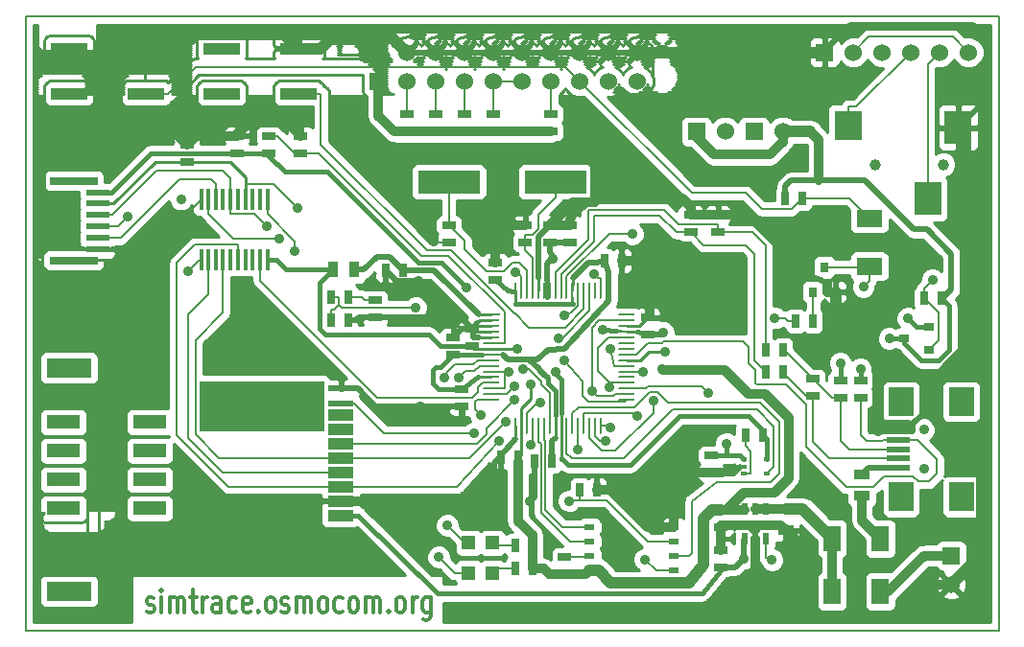
<source format=gtl>
G04 (created by PCBNEW-RS274X (2011-05-25)-stable) date Fri 18 May 2012 19:27:03 CEST*
G01*
G70*
G90*
%MOIN*%
G04 Gerber Fmt 3.4, Leading zero omitted, Abs format*
%FSLAX34Y34*%
G04 APERTURE LIST*
%ADD10C,0.006000*%
%ADD11C,0.008000*%
%ADD12C,0.012000*%
%ADD13R,0.025000X0.045000*%
%ADD14R,0.045000X0.025000*%
%ADD15R,0.035000X0.055000*%
%ADD16R,0.055000X0.035000*%
%ADD17R,0.060000X0.009800*%
%ADD18O,0.060000X0.009800*%
%ADD19O,0.009800X0.060000*%
%ADD20R,0.060000X0.060000*%
%ADD21C,0.060000*%
%ADD22R,0.031500X0.035400*%
%ADD23R,0.035400X0.031500*%
%ADD24R,0.126000X0.039400*%
%ADD25C,0.035400*%
%ADD26R,0.078700X0.019700*%
%ADD27R,0.086600X0.098400*%
%ADD28R,0.090600X0.039400*%
%ADD29R,0.090600X0.019700*%
%ADD30R,0.118100X0.047200*%
%ADD31R,0.433100X0.173200*%
%ADD32R,0.157500X0.066900*%
%ADD33R,0.016000X0.074800*%
%ADD34R,0.020000X0.012000*%
%ADD35R,0.023600X0.043300*%
%ADD36R,0.090600X0.059800*%
%ADD37R,0.059800X0.090600*%
%ADD38R,0.037900X0.019700*%
%ADD39R,0.047200X0.047200*%
%ADD40R,0.094500X0.116100*%
%ADD41R,0.094500X0.104300*%
%ADD42C,0.039400*%
%ADD43R,0.216500X0.078700*%
%ADD44R,0.078700X0.023600*%
%ADD45R,0.165400X0.027600*%
%ADD46C,0.035000*%
%ADD47C,0.019700*%
%ADD48C,0.009800*%
%ADD49C,0.016000*%
%ADD50C,0.032000*%
%ADD51C,0.039400*%
%ADD52C,0.010000*%
G04 APERTURE END LIST*
G54D10*
G54D11*
X14450Y-56300D02*
X14450Y-34950D01*
X48250Y-56300D02*
X14450Y-56300D01*
X48250Y-34950D02*
X48250Y-56300D01*
X15250Y-34950D02*
X48250Y-34950D01*
X14450Y-34950D02*
X15250Y-34950D01*
G54D12*
X18657Y-55636D02*
X18714Y-55674D01*
X18829Y-55674D01*
X18886Y-55636D01*
X18914Y-55560D01*
X18914Y-55521D01*
X18886Y-55445D01*
X18829Y-55407D01*
X18743Y-55407D01*
X18686Y-55369D01*
X18657Y-55293D01*
X18657Y-55255D01*
X18686Y-55179D01*
X18743Y-55140D01*
X18829Y-55140D01*
X18886Y-55179D01*
X19172Y-55674D02*
X19172Y-55140D01*
X19172Y-54874D02*
X19143Y-54912D01*
X19172Y-54950D01*
X19200Y-54912D01*
X19172Y-54874D01*
X19172Y-54950D01*
X19458Y-55674D02*
X19458Y-55140D01*
X19458Y-55217D02*
X19486Y-55179D01*
X19544Y-55140D01*
X19629Y-55140D01*
X19686Y-55179D01*
X19715Y-55255D01*
X19715Y-55674D01*
X19715Y-55255D02*
X19744Y-55179D01*
X19801Y-55140D01*
X19886Y-55140D01*
X19944Y-55179D01*
X19972Y-55255D01*
X19972Y-55674D01*
X20172Y-55140D02*
X20401Y-55140D01*
X20258Y-54874D02*
X20258Y-55560D01*
X20286Y-55636D01*
X20344Y-55674D01*
X20401Y-55674D01*
X20601Y-55674D02*
X20601Y-55140D01*
X20601Y-55293D02*
X20629Y-55217D01*
X20658Y-55179D01*
X20715Y-55140D01*
X20772Y-55140D01*
X21229Y-55674D02*
X21229Y-55255D01*
X21200Y-55179D01*
X21143Y-55140D01*
X21029Y-55140D01*
X20972Y-55179D01*
X21229Y-55636D02*
X21172Y-55674D01*
X21029Y-55674D01*
X20972Y-55636D01*
X20943Y-55560D01*
X20943Y-55483D01*
X20972Y-55407D01*
X21029Y-55369D01*
X21172Y-55369D01*
X21229Y-55331D01*
X21772Y-55636D02*
X21715Y-55674D01*
X21601Y-55674D01*
X21543Y-55636D01*
X21515Y-55598D01*
X21486Y-55521D01*
X21486Y-55293D01*
X21515Y-55217D01*
X21543Y-55179D01*
X21601Y-55140D01*
X21715Y-55140D01*
X21772Y-55179D01*
X22257Y-55636D02*
X22200Y-55674D01*
X22086Y-55674D01*
X22029Y-55636D01*
X22000Y-55560D01*
X22000Y-55255D01*
X22029Y-55179D01*
X22086Y-55140D01*
X22200Y-55140D01*
X22257Y-55179D01*
X22286Y-55255D01*
X22286Y-55331D01*
X22000Y-55407D01*
X22543Y-55598D02*
X22571Y-55636D01*
X22543Y-55674D01*
X22514Y-55636D01*
X22543Y-55598D01*
X22543Y-55674D01*
X22915Y-55674D02*
X22857Y-55636D01*
X22829Y-55598D01*
X22800Y-55521D01*
X22800Y-55293D01*
X22829Y-55217D01*
X22857Y-55179D01*
X22915Y-55140D01*
X23000Y-55140D01*
X23057Y-55179D01*
X23086Y-55217D01*
X23115Y-55293D01*
X23115Y-55521D01*
X23086Y-55598D01*
X23057Y-55636D01*
X23000Y-55674D01*
X22915Y-55674D01*
X23343Y-55636D02*
X23400Y-55674D01*
X23515Y-55674D01*
X23572Y-55636D01*
X23600Y-55560D01*
X23600Y-55521D01*
X23572Y-55445D01*
X23515Y-55407D01*
X23429Y-55407D01*
X23372Y-55369D01*
X23343Y-55293D01*
X23343Y-55255D01*
X23372Y-55179D01*
X23429Y-55140D01*
X23515Y-55140D01*
X23572Y-55179D01*
X23858Y-55674D02*
X23858Y-55140D01*
X23858Y-55217D02*
X23886Y-55179D01*
X23944Y-55140D01*
X24029Y-55140D01*
X24086Y-55179D01*
X24115Y-55255D01*
X24115Y-55674D01*
X24115Y-55255D02*
X24144Y-55179D01*
X24201Y-55140D01*
X24286Y-55140D01*
X24344Y-55179D01*
X24372Y-55255D01*
X24372Y-55674D01*
X24744Y-55674D02*
X24686Y-55636D01*
X24658Y-55598D01*
X24629Y-55521D01*
X24629Y-55293D01*
X24658Y-55217D01*
X24686Y-55179D01*
X24744Y-55140D01*
X24829Y-55140D01*
X24886Y-55179D01*
X24915Y-55217D01*
X24944Y-55293D01*
X24944Y-55521D01*
X24915Y-55598D01*
X24886Y-55636D01*
X24829Y-55674D01*
X24744Y-55674D01*
X25458Y-55636D02*
X25401Y-55674D01*
X25287Y-55674D01*
X25229Y-55636D01*
X25201Y-55598D01*
X25172Y-55521D01*
X25172Y-55293D01*
X25201Y-55217D01*
X25229Y-55179D01*
X25287Y-55140D01*
X25401Y-55140D01*
X25458Y-55179D01*
X25801Y-55674D02*
X25743Y-55636D01*
X25715Y-55598D01*
X25686Y-55521D01*
X25686Y-55293D01*
X25715Y-55217D01*
X25743Y-55179D01*
X25801Y-55140D01*
X25886Y-55140D01*
X25943Y-55179D01*
X25972Y-55217D01*
X26001Y-55293D01*
X26001Y-55521D01*
X25972Y-55598D01*
X25943Y-55636D01*
X25886Y-55674D01*
X25801Y-55674D01*
X26258Y-55674D02*
X26258Y-55140D01*
X26258Y-55217D02*
X26286Y-55179D01*
X26344Y-55140D01*
X26429Y-55140D01*
X26486Y-55179D01*
X26515Y-55255D01*
X26515Y-55674D01*
X26515Y-55255D02*
X26544Y-55179D01*
X26601Y-55140D01*
X26686Y-55140D01*
X26744Y-55179D01*
X26772Y-55255D01*
X26772Y-55674D01*
X27058Y-55598D02*
X27086Y-55636D01*
X27058Y-55674D01*
X27029Y-55636D01*
X27058Y-55598D01*
X27058Y-55674D01*
X27430Y-55674D02*
X27372Y-55636D01*
X27344Y-55598D01*
X27315Y-55521D01*
X27315Y-55293D01*
X27344Y-55217D01*
X27372Y-55179D01*
X27430Y-55140D01*
X27515Y-55140D01*
X27572Y-55179D01*
X27601Y-55217D01*
X27630Y-55293D01*
X27630Y-55521D01*
X27601Y-55598D01*
X27572Y-55636D01*
X27515Y-55674D01*
X27430Y-55674D01*
X27887Y-55674D02*
X27887Y-55140D01*
X27887Y-55293D02*
X27915Y-55217D01*
X27944Y-55179D01*
X28001Y-55140D01*
X28058Y-55140D01*
X28515Y-55140D02*
X28515Y-55788D01*
X28486Y-55864D01*
X28458Y-55902D01*
X28401Y-55940D01*
X28315Y-55940D01*
X28258Y-55902D01*
X28515Y-55636D02*
X28458Y-55674D01*
X28344Y-55674D01*
X28286Y-55636D01*
X28258Y-55598D01*
X28229Y-55521D01*
X28229Y-55293D01*
X28258Y-55217D01*
X28286Y-55179D01*
X28344Y-55140D01*
X28458Y-55140D01*
X28515Y-55179D01*
G54D13*
X33687Y-51400D03*
X34287Y-51400D03*
X41795Y-45537D03*
X41195Y-45537D03*
X32050Y-53350D03*
X31450Y-53350D03*
X32050Y-54150D03*
X31450Y-54150D03*
X40842Y-41267D03*
X41442Y-41267D03*
X25050Y-44700D03*
X25650Y-44700D03*
X40150Y-46550D03*
X40750Y-46550D03*
X40150Y-47300D03*
X40750Y-47300D03*
G54D14*
X32700Y-38350D03*
X32700Y-38950D03*
X30700Y-38350D03*
X30700Y-38950D03*
X29700Y-38350D03*
X29700Y-38950D03*
X28700Y-38350D03*
X28700Y-38950D03*
X27700Y-38350D03*
X27700Y-38950D03*
X42750Y-48200D03*
X42750Y-47600D03*
X43450Y-48200D03*
X43450Y-47600D03*
G54D13*
X46250Y-44750D03*
X45650Y-44750D03*
X27551Y-43763D03*
X26951Y-43763D03*
G54D14*
X38600Y-52100D03*
X38600Y-52700D03*
X38600Y-54100D03*
X38600Y-53500D03*
G54D13*
X34550Y-43450D03*
X35150Y-43450D03*
X32725Y-50400D03*
X32125Y-50400D03*
G54D14*
X29150Y-42200D03*
X29150Y-42800D03*
X31800Y-42800D03*
X31800Y-42200D03*
X29600Y-47900D03*
X29600Y-48500D03*
X30750Y-44100D03*
X30750Y-43500D03*
X38500Y-42450D03*
X38500Y-41850D03*
X29300Y-46700D03*
X29300Y-46100D03*
X37550Y-42450D03*
X37550Y-41850D03*
G54D13*
X25650Y-45500D03*
X25050Y-45500D03*
G54D14*
X33350Y-42800D03*
X33350Y-42200D03*
X36050Y-46025D03*
X36050Y-45425D03*
X26600Y-45400D03*
X26600Y-44800D03*
X41800Y-48150D03*
X41800Y-47550D03*
G54D13*
X31550Y-50275D03*
X30950Y-50275D03*
G54D14*
X32647Y-42804D03*
X32647Y-42204D03*
X29950Y-46400D03*
X29950Y-45800D03*
G54D15*
X25870Y-43753D03*
X25120Y-43753D03*
G54D16*
X43500Y-50875D03*
X43500Y-51625D03*
G54D17*
X30639Y-45324D03*
G54D18*
X30639Y-45521D03*
X30639Y-45718D03*
X30639Y-45915D03*
X30639Y-46112D03*
X30639Y-46308D03*
X30639Y-46505D03*
X30639Y-46702D03*
X30639Y-46899D03*
X30639Y-47096D03*
X30639Y-47293D03*
X30639Y-47489D03*
X30639Y-47686D03*
X30639Y-47883D03*
X30639Y-48080D03*
X30639Y-48277D03*
G54D19*
X31474Y-49175D03*
X31671Y-49175D03*
X31868Y-49175D03*
X32065Y-49175D03*
X32262Y-49175D03*
X32458Y-49175D03*
X32655Y-49175D03*
X32852Y-49175D03*
X33049Y-49175D03*
X33246Y-49175D03*
X33443Y-49175D03*
X33639Y-49175D03*
X33836Y-49175D03*
X34033Y-49175D03*
X34230Y-49175D03*
X34427Y-49175D03*
G54D18*
X35325Y-48277D03*
X35325Y-48080D03*
X35325Y-47883D03*
X35325Y-47686D03*
X35325Y-47489D03*
X35325Y-47293D03*
X35325Y-47096D03*
X35325Y-46899D03*
X35325Y-46702D03*
X35325Y-46505D03*
X35325Y-46308D03*
X35325Y-46112D03*
X35325Y-45915D03*
X35325Y-45718D03*
X35325Y-45521D03*
X35325Y-45324D03*
G54D19*
X34427Y-44489D03*
X34230Y-44489D03*
X33836Y-44489D03*
X34033Y-44482D03*
X33639Y-44489D03*
X33443Y-44489D03*
X33246Y-44489D03*
X33049Y-44489D03*
X32852Y-44489D03*
X32655Y-44489D03*
X32461Y-44489D03*
X32264Y-44489D03*
X32067Y-44489D03*
X31870Y-44489D03*
X31674Y-44489D03*
X31477Y-44489D03*
G54D20*
X42200Y-36200D03*
G54D21*
X43200Y-36200D03*
X44200Y-36200D03*
X45200Y-36200D03*
X46200Y-36200D03*
X47200Y-36200D03*
G54D22*
X41806Y-44533D03*
X42594Y-44533D03*
X42200Y-43667D03*
G54D23*
X45833Y-46544D03*
X45833Y-45756D03*
X44967Y-46150D03*
G54D24*
X18639Y-36063D03*
X18639Y-37637D03*
X15961Y-37637D03*
X15961Y-36063D03*
X23939Y-36063D03*
X23939Y-37637D03*
X21261Y-37637D03*
X21261Y-36063D03*
G54D25*
X45650Y-50689D03*
X45650Y-49311D03*
G54D26*
X44764Y-50315D03*
X44764Y-50000D03*
X44764Y-49685D03*
X44764Y-49370D03*
X44764Y-50630D03*
G54D27*
X44863Y-51654D03*
X44863Y-48346D03*
X46949Y-51654D03*
X46949Y-48346D03*
G54D28*
X25403Y-52294D03*
X25403Y-51794D03*
X25403Y-50794D03*
X25403Y-51294D03*
X25403Y-50294D03*
X25403Y-49794D03*
X25403Y-49294D03*
X25403Y-48794D03*
G54D29*
X25403Y-48400D03*
X25403Y-47889D03*
G54D30*
X15757Y-51050D03*
X15757Y-49050D03*
X15757Y-50050D03*
X15757Y-52050D03*
X18757Y-52050D03*
X18757Y-51050D03*
X18757Y-50050D03*
X18757Y-49050D03*
G54D31*
X22659Y-48503D03*
G54D32*
X15954Y-47172D03*
X15954Y-54928D03*
G54D33*
X22850Y-41300D03*
X22600Y-41300D03*
X22340Y-41300D03*
X22080Y-41300D03*
X21830Y-41300D03*
X21570Y-41300D03*
X21310Y-41300D03*
X21060Y-41300D03*
X20800Y-41300D03*
X20550Y-41300D03*
X20550Y-43400D03*
X20800Y-43400D03*
X21060Y-43400D03*
X21310Y-43400D03*
X21570Y-43400D03*
X21830Y-43400D03*
X22080Y-43400D03*
X22340Y-43400D03*
X22600Y-43400D03*
X22850Y-43400D03*
G54D13*
X40050Y-49500D03*
X39450Y-49500D03*
G54D14*
X24000Y-39100D03*
X24000Y-39700D03*
X22900Y-39700D03*
X22900Y-39100D03*
X21800Y-39100D03*
X21800Y-39700D03*
X38250Y-50200D03*
X38250Y-50800D03*
G54D34*
X39400Y-50350D03*
X39400Y-50850D03*
X40200Y-50350D03*
X39400Y-50600D03*
X40200Y-50850D03*
G54D35*
X39426Y-53112D03*
X39800Y-53112D03*
X40174Y-53112D03*
X39426Y-52088D03*
X39800Y-52088D03*
X40174Y-52088D03*
G54D36*
X43750Y-43639D03*
X43750Y-41961D03*
G54D20*
X46600Y-53700D03*
G54D21*
X46600Y-54700D03*
G54D37*
X44139Y-53100D03*
X42461Y-53100D03*
X44139Y-54950D03*
X42461Y-54950D03*
G54D38*
X36955Y-52700D03*
X36955Y-54200D03*
X36955Y-53700D03*
X36955Y-53200D03*
X34045Y-54200D03*
X34045Y-53700D03*
X34046Y-53200D03*
X34045Y-52700D03*
G54D39*
X30663Y-53250D03*
X29837Y-53250D03*
X30663Y-54300D03*
X29837Y-54300D03*
G54D20*
X26700Y-37200D03*
G54D21*
X26700Y-36200D03*
X27700Y-37200D03*
X27700Y-36200D03*
X28700Y-37200D03*
X28700Y-36200D03*
X29700Y-37200D03*
X29700Y-36200D03*
X30700Y-37200D03*
X30700Y-36200D03*
X31700Y-37200D03*
X31700Y-36200D03*
X32700Y-37200D03*
X32700Y-36200D03*
X33700Y-37200D03*
X33700Y-36200D03*
X34700Y-37200D03*
X34700Y-36200D03*
X35700Y-37200D03*
X35700Y-36200D03*
G54D20*
X37750Y-38950D03*
G54D21*
X38750Y-38950D03*
G54D20*
X39750Y-38950D03*
G54D21*
X40750Y-38950D03*
G54D40*
X46843Y-38811D03*
X45780Y-41281D03*
G54D41*
X43024Y-38752D03*
G54D42*
X46331Y-40100D03*
X43969Y-40100D03*
G54D43*
X32850Y-40700D03*
X29150Y-40700D03*
G54D14*
X33178Y-53736D03*
X33178Y-54336D03*
G54D44*
X16947Y-41066D03*
X16947Y-41459D03*
X16947Y-41853D03*
X16947Y-42247D03*
X16947Y-42641D03*
X16947Y-43034D03*
G54D45*
X16120Y-40672D03*
X16120Y-43428D03*
G54D16*
X40850Y-52075D03*
X40850Y-52825D03*
G54D14*
X20050Y-39400D03*
X20050Y-40000D03*
G54D46*
X19850Y-41300D03*
X34750Y-46500D03*
X35910Y-47293D03*
X31421Y-47811D03*
X22816Y-42245D03*
X34737Y-47832D03*
X31131Y-49039D03*
X33639Y-50003D03*
X35965Y-53828D03*
X36268Y-48322D03*
X35682Y-48858D03*
X18000Y-41900D03*
X31217Y-47293D03*
X20100Y-43800D03*
X23261Y-42681D03*
X34128Y-47979D03*
X31426Y-48290D03*
X29100Y-52650D03*
X29500Y-47500D03*
X29000Y-47500D03*
X28800Y-53750D03*
X31733Y-47209D03*
X23892Y-41603D03*
X30900Y-49700D03*
X34764Y-49247D03*
X30250Y-48800D03*
X23802Y-43110D03*
X40375Y-53850D03*
X38147Y-48037D03*
X34597Y-49724D03*
X30013Y-49446D03*
X33150Y-45350D03*
X33150Y-46900D03*
X34193Y-43899D03*
X36650Y-46600D03*
X32950Y-46150D03*
X45950Y-44100D03*
X43550Y-44350D03*
X32850Y-47300D03*
X29777Y-44364D03*
X39400Y-53800D03*
X38800Y-49800D03*
X33332Y-51799D03*
X32000Y-49850D03*
X36550Y-47200D03*
X31986Y-47726D03*
X44450Y-46150D03*
X32772Y-43374D03*
X31514Y-46505D03*
X43450Y-47200D03*
X34500Y-45850D03*
X36600Y-45950D03*
X29450Y-49050D03*
X31975Y-51825D03*
X35300Y-41257D03*
X28150Y-48500D03*
X47100Y-40450D03*
X25600Y-35500D03*
X27400Y-39850D03*
X15700Y-42400D03*
X33599Y-39803D03*
X30500Y-51800D03*
X31250Y-42050D03*
X28093Y-44156D03*
X40600Y-42850D03*
X36950Y-52075D03*
X38650Y-45250D03*
X28618Y-42765D03*
X36150Y-43450D03*
X18650Y-43050D03*
X32321Y-48367D03*
X40475Y-45434D03*
X42750Y-47000D03*
X45100Y-45450D03*
X35524Y-42509D03*
X27997Y-45069D03*
X31450Y-43850D03*
G54D47*
X32725Y-50400D02*
X32725Y-49725D01*
X32725Y-49725D02*
X32852Y-49598D01*
G54D48*
X32852Y-49175D02*
X32852Y-49598D01*
X32852Y-49598D02*
X32850Y-49600D01*
G54D49*
X31189Y-44489D02*
X31400Y-44500D01*
G54D48*
X31477Y-44489D02*
X31450Y-44950D01*
G54D47*
X31950Y-46880D02*
X32443Y-47373D01*
X34012Y-43525D02*
X33478Y-44059D01*
G54D11*
X31400Y-44500D02*
X31477Y-44489D01*
X33450Y-44100D02*
X33478Y-44103D01*
X33443Y-44932D02*
X33450Y-44950D01*
G54D47*
X32281Y-47210D02*
X31932Y-46862D01*
G54D48*
X33443Y-44710D02*
X33443Y-44932D01*
G54D11*
X33478Y-44103D02*
X34054Y-43527D01*
G54D49*
X30750Y-44100D02*
X30750Y-44100D01*
X29300Y-46700D02*
X30300Y-46700D01*
X28850Y-47150D02*
X29300Y-46700D01*
X29600Y-47900D02*
X29600Y-47900D01*
G54D11*
X30639Y-46702D02*
X30639Y-46702D01*
G54D47*
X34275Y-43525D02*
X34550Y-43450D01*
X34700Y-43850D02*
X34700Y-44850D01*
G54D11*
X30639Y-46702D02*
X30300Y-46700D01*
G54D47*
X32600Y-46550D02*
X32238Y-46862D01*
G54D11*
X34550Y-43450D02*
X34275Y-43525D01*
G54D49*
X30750Y-44100D02*
X31189Y-44489D01*
G54D48*
X33443Y-44489D02*
X33450Y-44100D01*
G54D49*
X34275Y-43525D02*
X34550Y-43450D01*
X28850Y-47150D02*
X28700Y-47150D01*
G54D47*
X34251Y-45299D02*
X33150Y-46500D01*
G54D11*
X33443Y-44710D02*
X33443Y-44489D01*
X34054Y-43527D02*
X34550Y-43450D01*
G54D49*
X33450Y-44950D02*
X31450Y-44950D01*
G54D11*
X34550Y-43450D02*
X34550Y-43450D01*
G54D49*
X28600Y-47700D02*
X28800Y-47900D01*
X28600Y-47250D02*
X28600Y-47700D01*
G54D48*
X32852Y-49175D02*
X32852Y-48800D01*
G54D47*
X32238Y-46862D02*
X31950Y-46862D01*
G54D11*
X29600Y-47900D02*
X29600Y-47900D01*
G54D47*
X31932Y-46862D02*
X31200Y-46862D01*
G54D11*
X31040Y-46702D02*
X30639Y-46702D01*
X32443Y-47373D02*
X32281Y-47210D01*
G54D47*
X31200Y-46862D02*
X31040Y-46702D01*
G54D48*
X30639Y-47489D02*
X30147Y-47489D01*
G54D49*
X30147Y-47489D02*
X29600Y-47900D01*
X28700Y-47150D02*
X28600Y-47250D01*
G54D47*
X34550Y-43450D02*
X34700Y-43850D01*
G54D49*
X32443Y-47398D02*
X32443Y-47373D01*
X32852Y-47968D02*
X32581Y-47697D01*
X31950Y-46862D02*
X31932Y-46862D01*
X32852Y-48800D02*
X32852Y-47968D01*
G54D47*
X32581Y-47511D02*
X32443Y-47373D01*
X34700Y-44850D02*
X34251Y-45299D01*
G54D49*
X29600Y-47900D02*
X29600Y-47900D01*
G54D47*
X34275Y-43525D02*
X34012Y-43525D01*
X33150Y-46500D02*
X32600Y-46550D01*
G54D49*
X32581Y-47697D02*
X32581Y-47511D01*
X31950Y-46862D02*
X31950Y-46880D01*
X28850Y-47150D02*
X29300Y-46700D01*
X28800Y-47900D02*
X29600Y-47900D01*
X32443Y-47373D02*
X32443Y-47398D01*
G54D11*
X39465Y-41084D02*
X40017Y-41636D01*
X19412Y-37637D02*
X20349Y-36700D01*
X18639Y-37637D02*
X19412Y-37637D01*
X43056Y-41267D02*
X43750Y-41961D01*
X20349Y-36700D02*
X33200Y-36700D01*
X35325Y-47096D02*
X34882Y-47096D01*
X33700Y-37200D02*
X37584Y-41084D01*
X41442Y-41267D02*
X43056Y-41267D01*
X34882Y-47096D02*
X34750Y-46500D01*
X40017Y-41636D02*
X41073Y-41636D01*
X41073Y-41636D02*
X41442Y-41267D01*
X33200Y-36700D02*
X33700Y-37200D01*
X37584Y-41084D02*
X39465Y-41084D01*
X36050Y-46300D02*
X36550Y-46300D01*
X40850Y-47750D02*
X41550Y-48450D01*
X39800Y-47250D02*
X39800Y-47700D01*
X39350Y-46250D02*
X39550Y-46450D01*
X46100Y-50350D02*
X45435Y-49685D01*
X43450Y-48200D02*
X43450Y-49500D01*
X39550Y-46450D02*
X39550Y-47000D01*
X43650Y-49700D02*
X44764Y-49685D01*
X43900Y-51300D02*
X44250Y-50950D01*
X41550Y-49900D02*
X42950Y-51300D01*
X45825Y-51125D02*
X46100Y-50850D01*
X45450Y-51125D02*
X45825Y-51125D01*
X45275Y-50950D02*
X45450Y-51125D01*
X35325Y-46702D02*
X35648Y-46702D01*
X46100Y-50850D02*
X46100Y-50350D01*
X41550Y-48450D02*
X41550Y-49900D01*
X36550Y-46300D02*
X36600Y-46250D01*
X36600Y-46250D02*
X39350Y-46250D01*
X45435Y-49685D02*
X44764Y-49685D01*
X39550Y-47000D02*
X39800Y-47250D01*
X44250Y-50950D02*
X45275Y-50950D01*
X39850Y-47750D02*
X40850Y-47750D01*
X39800Y-47700D02*
X39850Y-47750D01*
X42950Y-51300D02*
X43900Y-51300D01*
X35648Y-46702D02*
X36050Y-46300D01*
X43450Y-49500D02*
X43650Y-49700D01*
X29239Y-43089D02*
X28391Y-43089D01*
X28391Y-43089D02*
X24712Y-39410D01*
X31932Y-45767D02*
X31456Y-45291D01*
X33836Y-44489D02*
X33836Y-45122D01*
X31441Y-45291D02*
X29239Y-43089D01*
X33836Y-45122D02*
X33191Y-45767D01*
X33191Y-45767D02*
X31932Y-45767D01*
X23939Y-37637D02*
X24712Y-37637D01*
X31456Y-45291D02*
X31441Y-45291D01*
X24712Y-39410D02*
X24712Y-37637D01*
X22388Y-41817D02*
X22816Y-42245D01*
X21570Y-40570D02*
X21570Y-41300D01*
X17447Y-41853D02*
X19000Y-40300D01*
X21570Y-41817D02*
X22388Y-41817D01*
X19000Y-40300D02*
X21300Y-40300D01*
X35325Y-47293D02*
X35910Y-47293D01*
X31152Y-48080D02*
X30639Y-48080D01*
X31421Y-47811D02*
X31152Y-48080D01*
X21300Y-40300D02*
X21570Y-40570D01*
X16947Y-41853D02*
X17447Y-41853D01*
X21570Y-41300D02*
X21570Y-41817D01*
X20349Y-46201D02*
X20349Y-49491D01*
X34323Y-46477D02*
X34688Y-46112D01*
X34742Y-47686D02*
X34323Y-47267D01*
X31131Y-49039D02*
X29876Y-50294D01*
X34742Y-47686D02*
X34742Y-47827D01*
X21152Y-50294D02*
X25403Y-50294D01*
X34742Y-47686D02*
X35325Y-47686D01*
X35325Y-46112D02*
X34688Y-46112D01*
X29876Y-50294D02*
X25403Y-50294D01*
X20349Y-49491D02*
X21152Y-50294D01*
X34323Y-47267D02*
X34323Y-46477D01*
X34742Y-47827D02*
X34737Y-47832D01*
X21310Y-43400D02*
X21310Y-45240D01*
X21310Y-45240D02*
X20349Y-46201D01*
X33639Y-49175D02*
X33639Y-50003D01*
X35965Y-53828D02*
X36349Y-54212D01*
X36349Y-54212D02*
X36483Y-54212D01*
X36483Y-54212D02*
X36943Y-54212D01*
X36943Y-54212D02*
X36955Y-54200D01*
X34180Y-41896D02*
X34202Y-41874D01*
X37050Y-42450D02*
X37550Y-42450D01*
X38000Y-42900D02*
X39450Y-42900D01*
X37550Y-42450D02*
X38000Y-42900D01*
X39750Y-43200D02*
X39750Y-46900D01*
X34180Y-42782D02*
X34180Y-41896D01*
X36474Y-41874D02*
X37050Y-42450D01*
X39450Y-42900D02*
X39750Y-43200D01*
X33049Y-43913D02*
X34180Y-42782D01*
X39750Y-46900D02*
X40150Y-47300D01*
X34202Y-41874D02*
X36474Y-41874D01*
X33049Y-44489D02*
X33049Y-43913D01*
X38500Y-42182D02*
X37132Y-42182D01*
X37132Y-42182D02*
X36641Y-41691D01*
X39700Y-42450D02*
X40150Y-42900D01*
X34009Y-41691D02*
X33997Y-41703D01*
X38500Y-42450D02*
X39700Y-42450D01*
X33997Y-41703D02*
X33997Y-42706D01*
X33997Y-42706D02*
X32852Y-43851D01*
X38500Y-42450D02*
X38500Y-42182D01*
X36641Y-41691D02*
X34009Y-41691D01*
X32852Y-43851D02*
X32852Y-44489D01*
X40150Y-42900D02*
X40150Y-46550D01*
X34472Y-50057D02*
X34943Y-50057D01*
X34033Y-49175D02*
X34033Y-49618D01*
X36268Y-48732D02*
X36268Y-48322D01*
X43312Y-38088D02*
X45200Y-36200D01*
X34033Y-49618D02*
X34472Y-50057D01*
X34943Y-50057D02*
X36268Y-48732D01*
X43024Y-38088D02*
X43312Y-38088D01*
X43024Y-38752D02*
X43024Y-38088D01*
X33836Y-49175D02*
X33836Y-48749D01*
X33836Y-48749D02*
X33858Y-48727D01*
X45780Y-36620D02*
X46200Y-36200D01*
X45780Y-41281D02*
X45780Y-36620D01*
X33858Y-48727D02*
X35551Y-48727D01*
X35551Y-48727D02*
X35682Y-48858D01*
X30639Y-47883D02*
X31082Y-47883D01*
X16947Y-42247D02*
X17653Y-42247D01*
X31082Y-47293D02*
X31082Y-47883D01*
X20550Y-43400D02*
X20500Y-43400D01*
X31082Y-47293D02*
X31217Y-47293D01*
X17653Y-42247D02*
X18000Y-41900D01*
X20500Y-43400D02*
X20100Y-43800D01*
X30639Y-47293D02*
X31082Y-47293D01*
X34379Y-45521D02*
X34128Y-45772D01*
X35325Y-45521D02*
X34379Y-45521D01*
X31426Y-48290D02*
X30447Y-49269D01*
X30116Y-49794D02*
X25999Y-49794D01*
X25403Y-49794D02*
X25999Y-49794D01*
X30447Y-49463D02*
X30116Y-49794D01*
X20800Y-41300D02*
X20800Y-41817D01*
X34128Y-47979D02*
X34302Y-48153D01*
X30447Y-49269D02*
X30447Y-49463D01*
X34872Y-48153D02*
X34945Y-48080D01*
X20800Y-41817D02*
X21664Y-42681D01*
X34128Y-45772D02*
X34128Y-47979D01*
X21664Y-42681D02*
X23261Y-42681D01*
X34302Y-48153D02*
X34872Y-48153D01*
X34945Y-48080D02*
X35325Y-48080D01*
X22600Y-43400D02*
X22600Y-44150D01*
X30314Y-47686D02*
X30639Y-47686D01*
X30150Y-48000D02*
X30150Y-47850D01*
X30150Y-47850D02*
X30314Y-47686D01*
X29950Y-48200D02*
X30150Y-48000D01*
X26650Y-48200D02*
X29950Y-48200D01*
X22600Y-44150D02*
X26650Y-48200D01*
X29837Y-53250D02*
X29700Y-53250D01*
X29700Y-53250D02*
X29100Y-52650D01*
X30225Y-47096D02*
X30639Y-47096D01*
X30035Y-47286D02*
X30225Y-47096D01*
X29500Y-47500D02*
X29714Y-47286D01*
X29714Y-47286D02*
X30035Y-47286D01*
X29837Y-54300D02*
X29350Y-54300D01*
X29350Y-54300D02*
X28800Y-53750D01*
X29350Y-54300D02*
X28800Y-53750D01*
X29100Y-47300D02*
X29000Y-47500D01*
X29348Y-47052D02*
X29100Y-47300D01*
X30003Y-47052D02*
X30156Y-46899D01*
X30003Y-47052D02*
X29348Y-47052D01*
X30156Y-46899D02*
X30639Y-46899D01*
X40640Y-49300D02*
X40640Y-49040D01*
X33443Y-49175D02*
X33443Y-48742D01*
X40346Y-51150D02*
X40640Y-50856D01*
X37500Y-53700D02*
X37600Y-53600D01*
X35606Y-48535D02*
X36137Y-48004D01*
X38450Y-51150D02*
X40346Y-51150D01*
X36137Y-48004D02*
X36401Y-48004D01*
X40640Y-49300D02*
X40640Y-50856D01*
X33443Y-48742D02*
X33650Y-48535D01*
X36401Y-48004D02*
X36765Y-48368D01*
X33650Y-48535D02*
X35606Y-48535D01*
X40640Y-49040D02*
X39968Y-48368D01*
X39968Y-48368D02*
X36765Y-48368D01*
X37600Y-51800D02*
X37600Y-53600D01*
X38026Y-51469D02*
X37600Y-51800D01*
X38450Y-51150D02*
X38026Y-51469D01*
X36955Y-53700D02*
X37500Y-53700D01*
X33100Y-52700D02*
X34045Y-52700D01*
X32458Y-49658D02*
X32500Y-49750D01*
X32500Y-52100D02*
X33100Y-52700D01*
X32500Y-50250D02*
X32500Y-51600D01*
X32458Y-49175D02*
X32458Y-49658D01*
X32500Y-49750D02*
X32500Y-50250D01*
X32500Y-51600D02*
X32500Y-52100D01*
G54D48*
X20050Y-40000D02*
X21550Y-40000D01*
X22080Y-40530D02*
X22080Y-41300D01*
X21550Y-40000D02*
X22080Y-40530D01*
X16947Y-41459D02*
X17491Y-41459D01*
X18950Y-40000D02*
X20050Y-40000D01*
X17491Y-41459D02*
X18950Y-40000D01*
G54D11*
X31940Y-47209D02*
X31733Y-47209D01*
X22080Y-41300D02*
X22080Y-40792D01*
X23892Y-41603D02*
X23071Y-40782D01*
X32365Y-47742D02*
X32365Y-47634D01*
X32365Y-47634D02*
X31940Y-47209D01*
X22090Y-40782D02*
X22080Y-40792D01*
X32655Y-49175D02*
X32655Y-48032D01*
X23071Y-40782D02*
X22090Y-40782D01*
X32655Y-48032D02*
X32365Y-47742D01*
X25403Y-51294D02*
X29443Y-51294D01*
X25403Y-51294D02*
X21494Y-51294D01*
X34427Y-49175D02*
X34692Y-49175D01*
X19700Y-43523D02*
X20340Y-42883D01*
X29443Y-51294D02*
X30900Y-49700D01*
X21494Y-51294D02*
X19700Y-49500D01*
X19700Y-49500D02*
X19700Y-43523D01*
X21830Y-43400D02*
X21830Y-42883D01*
X21830Y-42883D02*
X20340Y-42883D01*
X34692Y-49175D02*
X34764Y-49247D01*
X32262Y-49175D02*
X32262Y-49737D01*
X34025Y-53200D02*
X34046Y-53200D01*
X33350Y-53200D02*
X34025Y-53200D01*
X32350Y-52200D02*
X33350Y-53200D01*
X32350Y-49825D02*
X32350Y-52200D01*
X32262Y-49737D02*
X32350Y-49825D01*
X30639Y-48277D02*
X30123Y-48277D01*
X30050Y-48600D02*
X30250Y-48800D01*
X30050Y-48350D02*
X30050Y-48600D01*
X30123Y-48277D02*
X30050Y-48350D01*
X22850Y-41817D02*
X23801Y-42768D01*
X23801Y-43110D02*
X23802Y-43110D01*
X22850Y-41300D02*
X22850Y-41817D01*
X23801Y-42768D02*
X23801Y-43110D01*
X40174Y-53774D02*
X40375Y-53850D01*
X37931Y-47821D02*
X36059Y-47821D01*
X40174Y-53112D02*
X40174Y-53774D01*
X35997Y-47883D02*
X35325Y-47883D01*
X38147Y-48037D02*
X37931Y-47821D01*
X36059Y-47821D02*
X35997Y-47883D01*
X34230Y-49554D02*
X34400Y-49724D01*
X25403Y-48400D02*
X25861Y-48400D01*
X34400Y-49724D02*
X34597Y-49724D01*
X26907Y-49446D02*
X30013Y-49446D01*
X25861Y-48400D02*
X26907Y-49446D01*
X34230Y-49175D02*
X34230Y-49554D01*
X33407Y-45257D02*
X33150Y-45350D01*
X31700Y-37200D02*
X30700Y-37200D01*
X33639Y-44489D02*
X33639Y-45025D01*
X33639Y-45025D02*
X33407Y-45257D01*
X30700Y-37200D02*
X30700Y-38350D01*
X28700Y-37200D02*
X28700Y-38350D01*
X33995Y-48337D02*
X33809Y-48151D01*
X35325Y-48277D02*
X35265Y-48337D01*
X35265Y-48337D02*
X33995Y-48337D01*
X33809Y-48151D02*
X33809Y-47657D01*
X33809Y-47657D02*
X33150Y-46900D01*
X32700Y-38350D02*
X32700Y-37200D01*
X34340Y-44046D02*
X34193Y-43899D01*
X34427Y-44489D02*
X34427Y-44046D01*
X34427Y-44046D02*
X34340Y-44046D01*
G54D48*
X35325Y-46899D02*
X35801Y-46899D01*
X36100Y-46600D02*
X36650Y-46600D01*
X35801Y-46899D02*
X36100Y-46600D01*
G54D11*
X33100Y-46150D02*
X34033Y-45185D01*
X34033Y-45185D02*
X34033Y-44482D01*
X32950Y-46150D02*
X33100Y-46150D01*
X29700Y-37200D02*
X29700Y-38350D01*
X42200Y-43667D02*
X43722Y-43667D01*
X43722Y-43667D02*
X43750Y-43639D01*
X45833Y-46544D02*
X46154Y-46223D01*
X46154Y-45254D02*
X45650Y-44750D01*
X43550Y-44350D02*
X43750Y-44150D01*
X43750Y-44150D02*
X43750Y-43639D01*
X46154Y-46223D02*
X46154Y-45254D01*
X45650Y-44750D02*
X45650Y-44400D01*
X45650Y-44400D02*
X45950Y-44100D01*
G54D50*
X43500Y-52461D02*
X44139Y-53100D01*
X43500Y-51625D02*
X43500Y-52461D01*
G54D11*
X40444Y-49400D02*
X40444Y-49194D01*
X33246Y-49175D02*
X33246Y-50145D01*
X33422Y-50321D02*
X35218Y-50321D01*
X40444Y-49194D02*
X39850Y-48600D01*
X40444Y-50606D02*
X40200Y-50850D01*
X36939Y-48600D02*
X35218Y-50321D01*
X39850Y-48600D02*
X36939Y-48600D01*
X33246Y-50145D02*
X33422Y-50321D01*
X40444Y-49400D02*
X40444Y-50606D01*
G54D49*
X40200Y-49650D02*
X40050Y-49500D01*
X16947Y-41066D02*
X17434Y-41066D01*
X33074Y-47574D02*
X33074Y-48755D01*
X24946Y-40350D02*
X28090Y-43494D01*
G54D11*
X33049Y-50315D02*
X33074Y-50340D01*
G54D49*
X40050Y-49350D02*
X39550Y-48850D01*
X23450Y-40350D02*
X24946Y-40350D01*
X22900Y-39700D02*
X22900Y-39800D01*
X22900Y-39800D02*
X23450Y-40350D01*
X40050Y-49500D02*
X40050Y-49350D01*
X35450Y-50550D02*
X33309Y-50550D01*
X37150Y-48850D02*
X35450Y-50550D01*
X28090Y-43494D02*
X28907Y-43494D01*
G54D11*
X33049Y-49175D02*
X33049Y-48755D01*
G54D49*
X21800Y-39700D02*
X22900Y-39700D01*
G54D11*
X33049Y-48780D02*
X33074Y-48755D01*
G54D49*
X32935Y-47435D02*
X33074Y-47574D01*
X18800Y-39700D02*
X21800Y-39700D01*
X33074Y-50315D02*
X33074Y-50340D01*
G54D48*
X33049Y-49175D02*
X33049Y-50315D01*
G54D49*
X40200Y-50350D02*
X40200Y-49650D01*
X33309Y-50550D02*
X33074Y-50315D01*
X39550Y-48850D02*
X37150Y-48850D01*
X17434Y-41066D02*
X18800Y-39700D01*
X32850Y-47300D02*
X32935Y-47435D01*
X28907Y-43494D02*
X29777Y-44364D01*
G54D48*
X33049Y-49175D02*
X33049Y-48780D01*
G54D47*
X39400Y-53800D02*
X39100Y-54100D01*
X39100Y-54100D02*
X38600Y-54100D01*
G54D49*
X39250Y-50200D02*
X39400Y-50350D01*
G54D11*
X28750Y-55000D02*
X25999Y-52294D01*
G54D49*
X28750Y-55000D02*
X37950Y-55000D01*
X38600Y-54100D02*
X38600Y-54200D01*
X25403Y-52294D02*
X25999Y-52294D01*
G54D47*
X39400Y-53800D02*
X39400Y-53138D01*
G54D49*
X38800Y-50200D02*
X38800Y-49800D01*
X38250Y-50200D02*
X38800Y-50200D01*
X39400Y-53138D02*
X39426Y-53112D01*
X38600Y-54200D02*
X37950Y-55000D01*
X38800Y-50200D02*
X39250Y-50200D01*
X25999Y-52294D02*
X28750Y-55000D01*
G54D11*
X19800Y-40600D02*
X20900Y-40600D01*
X20900Y-40600D02*
X21060Y-40760D01*
X16947Y-42641D02*
X17759Y-42641D01*
X21060Y-40760D02*
X21060Y-41300D01*
X17759Y-42641D02*
X19800Y-40600D01*
X20100Y-49600D02*
X21294Y-50794D01*
X20800Y-44600D02*
X20100Y-45300D01*
X21294Y-50794D02*
X25403Y-50794D01*
X20800Y-43400D02*
X20800Y-44600D01*
X20100Y-45300D02*
X20100Y-49600D01*
X36483Y-53212D02*
X36077Y-53212D01*
X33687Y-51400D02*
X33687Y-51768D01*
X32065Y-49175D02*
X32050Y-49800D01*
X36943Y-53212D02*
X36955Y-53200D01*
X32050Y-49800D02*
X32000Y-49850D01*
X33332Y-51799D02*
X33363Y-51768D01*
X33687Y-51768D02*
X34633Y-51768D01*
X36483Y-53212D02*
X36943Y-53212D01*
X33363Y-51768D02*
X33687Y-51768D01*
X36077Y-53212D02*
X34633Y-51768D01*
G54D51*
X40750Y-38950D02*
X41700Y-38950D01*
G54D50*
X41700Y-38950D02*
X42000Y-39250D01*
X42000Y-39250D02*
X42000Y-40659D01*
X37750Y-38950D02*
X37750Y-39150D01*
X40750Y-39300D02*
X40750Y-38950D01*
X40300Y-39750D02*
X40750Y-39300D01*
X38350Y-39750D02*
X40300Y-39750D01*
X37750Y-39150D02*
X38350Y-39750D01*
G54D47*
X41700Y-38950D02*
X42000Y-39250D01*
X42000Y-39250D02*
X42000Y-40659D01*
G54D50*
X39400Y-51500D02*
X38800Y-52100D01*
G54D48*
X35900Y-45915D02*
X35325Y-45915D01*
G54D49*
X24850Y-46000D02*
X24650Y-45800D01*
G54D47*
X33350Y-42800D02*
X32651Y-42800D01*
G54D50*
X38734Y-47250D02*
X39550Y-48066D01*
G54D47*
X40842Y-40858D02*
X40842Y-41267D01*
X42000Y-40659D02*
X41900Y-40659D01*
X41900Y-40659D02*
X41041Y-40659D01*
X41041Y-40659D02*
X40842Y-40858D01*
G54D50*
X36550Y-47200D02*
X36600Y-47250D01*
G54D51*
X38600Y-52100D02*
X38300Y-52100D01*
G54D50*
X32636Y-54336D02*
X32450Y-54150D01*
X40450Y-51500D02*
X39400Y-51500D01*
G54D47*
X45750Y-42350D02*
X45300Y-42350D01*
X46600Y-44450D02*
X46600Y-43200D01*
X46600Y-43200D02*
X45750Y-42350D01*
X45300Y-42350D02*
X43609Y-40659D01*
X43609Y-40659D02*
X42000Y-40659D01*
X46250Y-44750D02*
X46300Y-44750D01*
X46300Y-44750D02*
X46600Y-44450D01*
G54D50*
X40950Y-51000D02*
X40450Y-51500D01*
G54D47*
X32772Y-43272D02*
X32647Y-43147D01*
G54D49*
X32772Y-43374D02*
X32772Y-43272D01*
G54D47*
X36525Y-46025D02*
X36025Y-46025D01*
G54D48*
X31550Y-50300D02*
X31550Y-50275D01*
G54D50*
X31550Y-52500D02*
X31550Y-50450D01*
G54D48*
X31671Y-50179D02*
X31550Y-50300D01*
G54D49*
X24650Y-44223D02*
X25120Y-43753D01*
G54D48*
X31986Y-48253D02*
X31671Y-48568D01*
G54D51*
X38000Y-52400D02*
X38000Y-54000D01*
G54D49*
X44967Y-46150D02*
X44450Y-46150D01*
G54D50*
X27700Y-38950D02*
X28700Y-38950D01*
G54D49*
X43450Y-47200D02*
X43450Y-47600D01*
G54D51*
X34750Y-54650D02*
X37500Y-54650D01*
G54D50*
X29700Y-38950D02*
X30700Y-38950D01*
X26700Y-38400D02*
X27250Y-38950D01*
G54D51*
X34045Y-54200D02*
X34350Y-54200D01*
G54D50*
X38800Y-52100D02*
X38600Y-52100D01*
X32050Y-54150D02*
X32050Y-53350D01*
X28700Y-38950D02*
X29700Y-38950D01*
G54D49*
X46150Y-46900D02*
X46518Y-46532D01*
G54D50*
X39550Y-48066D02*
X40116Y-48066D01*
X38600Y-52100D02*
X39414Y-52100D01*
X26700Y-37200D02*
X26700Y-38400D01*
G54D51*
X38000Y-54000D02*
X37500Y-54650D01*
G54D49*
X34950Y-45885D02*
X34500Y-45850D01*
X46518Y-45018D02*
X46250Y-44750D01*
G54D50*
X33909Y-54336D02*
X34045Y-54200D01*
G54D48*
X31986Y-47726D02*
X31986Y-48253D01*
G54D50*
X32050Y-53350D02*
X32050Y-52975D01*
G54D48*
X31671Y-48568D02*
X31671Y-49175D01*
G54D50*
X36600Y-47250D02*
X38734Y-47250D01*
G54D49*
X46518Y-46532D02*
X46518Y-45018D01*
G54D50*
X40116Y-48066D02*
X40950Y-48900D01*
X32050Y-52975D02*
X31550Y-52500D01*
G54D11*
X30005Y-46505D02*
X29950Y-46450D01*
G54D49*
X39414Y-52100D02*
X39426Y-52088D01*
X23503Y-43753D02*
X25120Y-43753D01*
X45567Y-46900D02*
X46150Y-46900D01*
G54D50*
X40950Y-48900D02*
X40950Y-51000D01*
G54D49*
X44967Y-46150D02*
X44967Y-46300D01*
G54D47*
X32726Y-43374D02*
X32550Y-43550D01*
G54D11*
X32550Y-44150D02*
X32550Y-44384D01*
G54D50*
X32450Y-54150D02*
X32050Y-54150D01*
G54D11*
X22850Y-43400D02*
X22950Y-43400D01*
G54D48*
X35700Y-45900D02*
X35900Y-45915D01*
G54D49*
X23503Y-43753D02*
X23150Y-43400D01*
X44967Y-46300D02*
X45567Y-46900D01*
G54D47*
X36025Y-46025D02*
X36050Y-46025D01*
G54D51*
X38300Y-52100D02*
X38000Y-52400D01*
G54D48*
X31671Y-49175D02*
X31671Y-50179D01*
G54D49*
X23150Y-43400D02*
X22950Y-43400D01*
G54D11*
X35325Y-45915D02*
X34950Y-45885D01*
G54D49*
X36050Y-46025D02*
X35700Y-45900D01*
G54D47*
X36600Y-45950D02*
X36525Y-46025D01*
G54D50*
X30700Y-38950D02*
X32700Y-38950D01*
G54D11*
X32550Y-44384D02*
X32655Y-44489D01*
G54D47*
X32647Y-43147D02*
X32647Y-42804D01*
G54D49*
X24650Y-45800D02*
X24650Y-44223D01*
X32651Y-42800D02*
X32647Y-42804D01*
X29950Y-46400D02*
X29900Y-46450D01*
G54D47*
X32550Y-44100D02*
X32550Y-44150D01*
G54D49*
X32550Y-44100D02*
X32550Y-44700D01*
G54D51*
X34350Y-54200D02*
X34750Y-54650D01*
G54D49*
X29950Y-46400D02*
X28850Y-46400D01*
G54D11*
X32550Y-44150D02*
X32550Y-44400D01*
G54D49*
X28850Y-46400D02*
X28450Y-46000D01*
X28450Y-46000D02*
X24850Y-46000D01*
G54D50*
X27250Y-38950D02*
X27700Y-38950D01*
G54D48*
X30639Y-46505D02*
X31514Y-46505D01*
G54D49*
X29900Y-46450D02*
X29950Y-46450D01*
G54D50*
X33178Y-54336D02*
X33909Y-54336D01*
G54D47*
X32550Y-43550D02*
X32550Y-44100D01*
G54D48*
X30639Y-46505D02*
X30005Y-46505D01*
G54D49*
X32772Y-43374D02*
X32726Y-43374D01*
G54D11*
X32550Y-44400D02*
X32461Y-44489D01*
G54D50*
X31550Y-50450D02*
X31550Y-50450D01*
X33178Y-54336D02*
X32636Y-54336D01*
X21800Y-39100D02*
X21800Y-39050D01*
X23550Y-38650D02*
X24000Y-39100D01*
X22200Y-38650D02*
X23550Y-38650D01*
X21800Y-39050D02*
X22200Y-38650D01*
X21800Y-39100D02*
X20350Y-39100D01*
X20350Y-39100D02*
X20050Y-39400D01*
X17350Y-38742D02*
X19392Y-38742D01*
X19392Y-38742D02*
X20050Y-39400D01*
G54D51*
X17350Y-38742D02*
X17350Y-38700D01*
X17350Y-38700D02*
X17350Y-37352D01*
X17350Y-37352D02*
X18639Y-36063D01*
X23939Y-36063D02*
X23913Y-36063D01*
X23913Y-36063D02*
X23350Y-35500D01*
X23350Y-35500D02*
X19202Y-35500D01*
X19202Y-35500D02*
X18639Y-36063D01*
G54D50*
X37200Y-50800D02*
X38250Y-50800D01*
X36955Y-51045D02*
X37200Y-50800D01*
X36955Y-52075D02*
X36955Y-51650D01*
X36955Y-51650D02*
X36955Y-51045D01*
X39700Y-52650D02*
X40675Y-52650D01*
X40675Y-52650D02*
X40850Y-52825D01*
G54D51*
X41200Y-54550D02*
X41200Y-53175D01*
X41200Y-53175D02*
X40850Y-52825D01*
G54D47*
X29600Y-48500D02*
X29600Y-48900D01*
X29600Y-48900D02*
X29450Y-49050D01*
X32125Y-50400D02*
X32125Y-51675D01*
X32125Y-51675D02*
X31975Y-51825D01*
X30125Y-45625D02*
X29950Y-45800D01*
X28500Y-45400D02*
X29550Y-45400D01*
X29550Y-45400D02*
X29950Y-45800D01*
G54D48*
X30639Y-45521D02*
X30229Y-45521D01*
X30229Y-45521D02*
X30125Y-45625D01*
G54D47*
X29950Y-45800D02*
X29600Y-45800D01*
X29600Y-45800D02*
X29300Y-46100D01*
G54D48*
X30639Y-45915D02*
X30065Y-45915D01*
X30065Y-45915D02*
X29950Y-45800D01*
G54D47*
X30000Y-46112D02*
X30000Y-45850D01*
G54D48*
X30639Y-46112D02*
X30196Y-46112D01*
G54D47*
X30196Y-46112D02*
X30000Y-46112D01*
X30000Y-45850D02*
X29950Y-45800D01*
G54D50*
X33700Y-41400D02*
X33451Y-41400D01*
X33451Y-41400D02*
X32647Y-42204D01*
G54D11*
X14949Y-41614D02*
X15718Y-42383D01*
G54D47*
X47850Y-35750D02*
X47850Y-37804D01*
G54D50*
X33350Y-42200D02*
X33400Y-41700D01*
X34236Y-41400D02*
X33700Y-41400D01*
G54D47*
X33450Y-41932D02*
X33350Y-42200D01*
G54D49*
X44070Y-49370D02*
X44050Y-49350D01*
G54D47*
X47350Y-35250D02*
X47850Y-35750D01*
G54D11*
X28747Y-42765D02*
X28618Y-42765D01*
G54D47*
X42200Y-36150D02*
X43100Y-35250D01*
X33350Y-42200D02*
X33350Y-41932D01*
G54D48*
X34243Y-41239D02*
X33450Y-41932D01*
G54D50*
X39800Y-53112D02*
X39800Y-54225D01*
G54D47*
X26951Y-43763D02*
X27344Y-44156D01*
G54D51*
X47093Y-40450D02*
X47093Y-46524D01*
X43250Y-45900D02*
X44800Y-44350D01*
X44450Y-42850D02*
X40600Y-42850D01*
G54D50*
X31190Y-41978D02*
X31210Y-41978D01*
X36067Y-52712D02*
X34755Y-51400D01*
X33019Y-42200D02*
X33015Y-42204D01*
G54D11*
X15718Y-42383D02*
X16369Y-43034D01*
G54D51*
X43250Y-46000D02*
X43250Y-45900D01*
G54D50*
X35300Y-41257D02*
X34243Y-41239D01*
X39050Y-52650D02*
X39700Y-52650D01*
G54D11*
X39700Y-52650D02*
X39700Y-52700D01*
G54D50*
X28618Y-42618D02*
X27400Y-41400D01*
X37257Y-41289D02*
X35300Y-41257D01*
X34243Y-41393D02*
X34236Y-41400D01*
G54D47*
X30700Y-36200D02*
X29700Y-36200D01*
G54D50*
X46600Y-54700D02*
X45700Y-54700D01*
G54D51*
X47093Y-38861D02*
X47093Y-40450D01*
G54D47*
X47850Y-37804D02*
X46843Y-38811D01*
G54D50*
X32647Y-42204D02*
X33015Y-42204D01*
X39800Y-54225D02*
X40125Y-54550D01*
X31800Y-42200D02*
X31432Y-42200D01*
X40570Y-42850D02*
X39570Y-41850D01*
G54D47*
X47100Y-40450D02*
X47093Y-40450D01*
G54D50*
X31200Y-39800D02*
X31210Y-41978D01*
G54D47*
X45250Y-49096D02*
X45748Y-48648D01*
X26600Y-45400D02*
X26968Y-45400D01*
G54D50*
X41200Y-55200D02*
X41200Y-54550D01*
X45700Y-54700D02*
X44600Y-55800D01*
X31432Y-42200D02*
X31210Y-41978D01*
X27400Y-41400D02*
X27400Y-39850D01*
X41800Y-55800D02*
X41200Y-55200D01*
G54D47*
X44764Y-49370D02*
X44070Y-49370D01*
G54D50*
X44600Y-55800D02*
X41800Y-55800D01*
X41712Y-43992D02*
X40570Y-42850D01*
X33350Y-42200D02*
X33019Y-42200D01*
G54D47*
X45250Y-49370D02*
X45250Y-49096D01*
G54D51*
X17350Y-38742D02*
X16049Y-38742D01*
G54D50*
X30400Y-39800D02*
X31200Y-39800D01*
X36150Y-43450D02*
X36150Y-43450D01*
G54D47*
X44764Y-49370D02*
X45250Y-49370D01*
G54D11*
X36050Y-45425D02*
X36250Y-45450D01*
G54D47*
X42200Y-36200D02*
X42200Y-36150D01*
X42294Y-44233D02*
X42050Y-44100D01*
X28628Y-45400D02*
X28500Y-45400D01*
X28500Y-45400D02*
X26968Y-45400D01*
X38618Y-50800D02*
X39074Y-50800D01*
G54D50*
X31200Y-39800D02*
X31200Y-39800D01*
G54D47*
X32700Y-36200D02*
X31700Y-36200D01*
G54D50*
X31745Y-39813D02*
X33599Y-39803D01*
X25403Y-51794D02*
X25999Y-51794D01*
X34250Y-39800D02*
X34243Y-40135D01*
G54D47*
X27832Y-48500D02*
X26610Y-48500D01*
X25403Y-47889D02*
X25999Y-47889D01*
X28150Y-48500D02*
X27832Y-48500D01*
X33350Y-42200D02*
X33350Y-41932D01*
X18825Y-43025D02*
X18650Y-43050D01*
G54D11*
X30500Y-51800D02*
X30726Y-51500D01*
G54D50*
X33599Y-39803D02*
X34250Y-39800D01*
X34243Y-41239D02*
X34243Y-41393D01*
X36700Y-52712D02*
X36943Y-52712D01*
G54D47*
X26610Y-48500D02*
X25999Y-47889D01*
X29600Y-48500D02*
X28150Y-48500D01*
G54D50*
X33400Y-41700D02*
X33700Y-41400D01*
X40125Y-54550D02*
X41200Y-54550D01*
G54D51*
X44050Y-49150D02*
X44050Y-46800D01*
G54D50*
X34287Y-51400D02*
X34755Y-51400D01*
X15718Y-42383D02*
X15717Y-42383D01*
G54D51*
X42594Y-45344D02*
X42594Y-45394D01*
X14949Y-39842D02*
X14949Y-41614D01*
G54D50*
X27400Y-39800D02*
X30400Y-39800D01*
G54D47*
X43100Y-35250D02*
X47350Y-35250D01*
G54D11*
X18825Y-43025D02*
X20550Y-41300D01*
G54D47*
X39074Y-50800D02*
X39274Y-50600D01*
G54D11*
X32647Y-42204D02*
X32647Y-42204D01*
G54D47*
X33700Y-36200D02*
X32700Y-36200D01*
G54D50*
X30750Y-42400D02*
X31190Y-41978D01*
X30432Y-51794D02*
X30726Y-51500D01*
G54D51*
X44050Y-49350D02*
X44050Y-49150D01*
G54D50*
X38500Y-41850D02*
X37550Y-41850D01*
G54D11*
X28782Y-42800D02*
X28747Y-42765D01*
G54D47*
X32647Y-42204D02*
X32411Y-42472D01*
G54D48*
X32264Y-44050D02*
X32264Y-44489D01*
G54D11*
X39274Y-50600D02*
X39400Y-50600D01*
G54D50*
X42294Y-44533D02*
X42294Y-44233D01*
X28618Y-42765D02*
X28618Y-42618D01*
G54D51*
X42594Y-45394D02*
X42594Y-44533D01*
G54D47*
X32411Y-42472D02*
X32264Y-42619D01*
G54D50*
X38250Y-50800D02*
X38618Y-50800D01*
G54D48*
X31450Y-49650D02*
X31474Y-49175D01*
G54D47*
X25650Y-45500D02*
X25918Y-45500D01*
X26018Y-45400D02*
X26600Y-45400D01*
G54D51*
X45748Y-47869D02*
X45748Y-48648D01*
X47093Y-46524D02*
X45748Y-47869D01*
G54D50*
X36483Y-52712D02*
X36067Y-52712D01*
X44050Y-49150D02*
X45100Y-49150D01*
G54D48*
X30007Y-45718D02*
X29950Y-45775D01*
X29950Y-45775D02*
X29950Y-45800D01*
X30639Y-45718D02*
X30007Y-45718D01*
G54D51*
X45748Y-48648D02*
X47650Y-50650D01*
G54D50*
X25999Y-51794D02*
X30432Y-51794D01*
G54D51*
X47650Y-53650D02*
X46600Y-54700D01*
G54D47*
X42050Y-44100D02*
X41712Y-43992D01*
G54D48*
X35325Y-45718D02*
X35768Y-45718D01*
G54D11*
X16369Y-43034D02*
X16947Y-43034D01*
G54D50*
X15717Y-42383D02*
X15700Y-42400D01*
X38600Y-52650D02*
X39050Y-52650D01*
X37550Y-41582D02*
X37257Y-41289D01*
G54D47*
X32264Y-42619D02*
X32264Y-44050D01*
X30726Y-51500D02*
X30726Y-50462D01*
G54D48*
X36138Y-45348D02*
X35768Y-45718D01*
G54D47*
X28628Y-44691D02*
X28093Y-44156D01*
G54D50*
X34243Y-40135D02*
X34243Y-41239D01*
G54D51*
X42200Y-36200D02*
X35700Y-36200D01*
G54D50*
X36955Y-52700D02*
X36955Y-52075D01*
G54D11*
X39800Y-52800D02*
X39800Y-53112D01*
X29600Y-48500D02*
X29600Y-48500D01*
G54D50*
X31200Y-39800D02*
X31745Y-39813D01*
G54D47*
X35700Y-36200D02*
X34700Y-36200D01*
X28628Y-45400D02*
X28628Y-44691D01*
G54D51*
X23939Y-36063D02*
X24712Y-36063D01*
X25600Y-35500D02*
X27000Y-35500D01*
G54D11*
X29150Y-42800D02*
X28782Y-42800D01*
G54D50*
X36000Y-43450D02*
X35150Y-43450D01*
G54D51*
X25275Y-35500D02*
X25600Y-35500D01*
X24712Y-36063D02*
X25275Y-35500D01*
G54D47*
X28700Y-36200D02*
X27700Y-36200D01*
G54D11*
X36050Y-45425D02*
X36138Y-45348D01*
G54D50*
X39700Y-52700D02*
X39800Y-52800D01*
X36943Y-52712D02*
X36955Y-52700D01*
G54D51*
X36000Y-43450D02*
X36850Y-43450D01*
G54D50*
X37550Y-41850D02*
X37550Y-41582D01*
X42594Y-44533D02*
X42294Y-44533D01*
G54D47*
X30726Y-50462D02*
X31450Y-49650D01*
G54D11*
X31210Y-42010D02*
X31250Y-42050D01*
G54D50*
X36950Y-52075D02*
X36955Y-52075D01*
X39570Y-41850D02*
X38500Y-41850D01*
G54D51*
X44800Y-43200D02*
X44450Y-42850D01*
G54D47*
X34700Y-36200D02*
X33700Y-36200D01*
G54D51*
X36850Y-43450D02*
X38650Y-45250D01*
G54D47*
X25918Y-45500D02*
X26018Y-45400D01*
G54D51*
X43250Y-46000D02*
X42594Y-45344D01*
G54D50*
X27400Y-39850D02*
X27400Y-39800D01*
G54D51*
X47650Y-50650D02*
X47650Y-53650D01*
G54D50*
X36483Y-52712D02*
X36700Y-52712D01*
X36138Y-45348D02*
X36150Y-43450D01*
X36150Y-43450D02*
X36000Y-43450D01*
G54D47*
X27344Y-44156D02*
X28093Y-44156D01*
G54D51*
X27000Y-35500D02*
X27700Y-36200D01*
X16049Y-38742D02*
X14949Y-39842D01*
G54D50*
X38600Y-53500D02*
X38600Y-52650D01*
G54D51*
X44050Y-46800D02*
X43250Y-46000D01*
G54D47*
X31700Y-36200D02*
X30700Y-36200D01*
G54D50*
X30750Y-43500D02*
X30750Y-42400D01*
G54D47*
X29700Y-36200D02*
X28700Y-36200D01*
G54D51*
X40600Y-42850D02*
X40570Y-42850D01*
X44800Y-44350D02*
X44800Y-43200D01*
G54D11*
X31210Y-41978D02*
X31210Y-42010D01*
X36250Y-45450D02*
X36250Y-45400D01*
X36250Y-45400D02*
X36050Y-45425D01*
X16947Y-43034D02*
X18650Y-43050D01*
G54D47*
X27819Y-43763D02*
X28635Y-43763D01*
G54D48*
X30639Y-45324D02*
X30196Y-45324D01*
G54D47*
X27551Y-43763D02*
X27819Y-43763D01*
X28635Y-43763D02*
X30196Y-45324D01*
G54D11*
X27551Y-43763D02*
X27551Y-43763D01*
G54D47*
X25870Y-43753D02*
X26188Y-43753D01*
X26188Y-43753D02*
X26647Y-43294D01*
X26647Y-43294D02*
X27082Y-43294D01*
X27082Y-43294D02*
X27283Y-43495D01*
X27283Y-43495D02*
X27551Y-43763D01*
G54D11*
X33178Y-53736D02*
X34009Y-53736D01*
X34009Y-53736D02*
X34045Y-53700D01*
G54D49*
X44139Y-54950D02*
X44400Y-54950D01*
G54D50*
X45650Y-53700D02*
X46600Y-53700D01*
X44400Y-54950D02*
X45650Y-53700D01*
G54D11*
X40750Y-47300D02*
X40750Y-47350D01*
X40750Y-47350D02*
X41550Y-48150D01*
X41550Y-48150D02*
X41800Y-48150D01*
X41800Y-49750D02*
X42365Y-50315D01*
X42365Y-50315D02*
X44764Y-50315D01*
X41800Y-48150D02*
X41800Y-49750D01*
X40800Y-46550D02*
X41800Y-47550D01*
X42450Y-48200D02*
X42750Y-48200D01*
X40750Y-46550D02*
X40800Y-46550D01*
X42750Y-48200D02*
X42750Y-49700D01*
X41800Y-47550D02*
X42450Y-48200D01*
X42750Y-49700D02*
X43050Y-50000D01*
X43050Y-50000D02*
X44764Y-50000D01*
G54D47*
X44764Y-50630D02*
X43745Y-50630D01*
X43745Y-50630D02*
X43500Y-50875D01*
G54D11*
X40824Y-45434D02*
X40475Y-45434D01*
X31868Y-48732D02*
X32233Y-48367D01*
X32233Y-48367D02*
X32321Y-48367D01*
X31868Y-49175D02*
X31868Y-48732D01*
X41195Y-45537D02*
X40927Y-45537D01*
X40927Y-45537D02*
X40824Y-45434D01*
X41806Y-45158D02*
X41795Y-45169D01*
X41795Y-45537D02*
X41795Y-45169D01*
X41806Y-44533D02*
X41806Y-45158D01*
G54D49*
X42750Y-47000D02*
X42750Y-47600D01*
X45406Y-45756D02*
X45100Y-45450D01*
X45833Y-45756D02*
X45406Y-45756D01*
G54D11*
X33246Y-44489D02*
X33246Y-43977D01*
X33246Y-43977D02*
X34714Y-42509D01*
X34714Y-42509D02*
X35524Y-42509D01*
X31870Y-43770D02*
X31600Y-43500D01*
X29150Y-40700D02*
X29150Y-42200D01*
X31600Y-43500D02*
X31350Y-43500D01*
X31350Y-43500D02*
X31050Y-43800D01*
X31050Y-43800D02*
X30450Y-43800D01*
X29700Y-42750D02*
X29150Y-42200D01*
X29700Y-43050D02*
X29700Y-42750D01*
X31870Y-44489D02*
X31870Y-43770D01*
X30450Y-43800D02*
X29700Y-43050D01*
X31800Y-42800D02*
X31800Y-42532D01*
X32250Y-42350D02*
X32250Y-41837D01*
X32850Y-40700D02*
X32850Y-41237D01*
X32067Y-44489D02*
X32067Y-43335D01*
X31800Y-42532D02*
X32068Y-42532D01*
X32068Y-42532D02*
X32250Y-42350D01*
X31800Y-42800D02*
X31800Y-43068D01*
X32067Y-43335D02*
X31800Y-43068D01*
X32250Y-41837D02*
X32850Y-41237D01*
X27700Y-38350D02*
X27700Y-37200D01*
X26600Y-44800D02*
X26232Y-44800D01*
X26132Y-44700D02*
X25650Y-44700D01*
X26232Y-44800D02*
X26132Y-44700D01*
X30763Y-53350D02*
X30663Y-53250D01*
X31450Y-53350D02*
X30763Y-53350D01*
X31450Y-54150D02*
X30813Y-54150D01*
X30813Y-54150D02*
X30663Y-54300D01*
X46659Y-35659D02*
X43741Y-35659D01*
X47200Y-36200D02*
X46659Y-35659D01*
X43741Y-35659D02*
X43200Y-36200D01*
X22900Y-39100D02*
X23200Y-39100D01*
X29140Y-43272D02*
X28212Y-43272D01*
X31082Y-45214D02*
X29140Y-43272D01*
X24640Y-39700D02*
X25035Y-40095D01*
X28212Y-43272D02*
X25035Y-40095D01*
X31082Y-46308D02*
X30639Y-46308D01*
X23200Y-39100D02*
X23800Y-39700D01*
X24000Y-39700D02*
X24640Y-39700D01*
X23800Y-39700D02*
X24000Y-39700D01*
X31082Y-46308D02*
X31082Y-45214D01*
G54D51*
X40850Y-52075D02*
X41436Y-52075D01*
X41436Y-52075D02*
X42461Y-53100D01*
G54D50*
X40174Y-52088D02*
X40837Y-52088D01*
X40837Y-52088D02*
X40850Y-52075D01*
X40174Y-52088D02*
X39800Y-52088D01*
X40174Y-52088D02*
X40174Y-52088D01*
X42461Y-54950D02*
X42461Y-53100D01*
G54D11*
X39643Y-50850D02*
X39643Y-50061D01*
X39450Y-49500D02*
X39450Y-49868D01*
X39400Y-50850D02*
X39643Y-50850D01*
X39643Y-50061D02*
X39450Y-49868D01*
X25050Y-44700D02*
X25318Y-44700D01*
X31674Y-43974D02*
X31450Y-43850D01*
X31674Y-44489D02*
X31674Y-43974D01*
X25050Y-45132D02*
X25154Y-45132D01*
X25318Y-44968D02*
X25318Y-44700D01*
X25050Y-45500D02*
X25050Y-45132D01*
X27997Y-45069D02*
X25419Y-45069D01*
X25419Y-45069D02*
X25318Y-44968D01*
X25154Y-45132D02*
X25318Y-44968D01*
G54D52*
X21699Y-44022D02*
X21699Y-44022D01*
X22209Y-44022D02*
X22209Y-44022D01*
X21600Y-44102D02*
X22310Y-44102D01*
X21600Y-44182D02*
X22317Y-44182D01*
X21600Y-44262D02*
X22333Y-44262D01*
X21600Y-44342D02*
X22387Y-44342D01*
X21600Y-44422D02*
X22462Y-44422D01*
X21600Y-44502D02*
X22542Y-44502D01*
X21600Y-44582D02*
X22622Y-44582D01*
X21600Y-44662D02*
X22702Y-44662D01*
X21600Y-44742D02*
X22782Y-44742D01*
X21600Y-44822D02*
X22862Y-44822D01*
X21600Y-44902D02*
X22942Y-44902D01*
X21600Y-44982D02*
X23022Y-44982D01*
X21600Y-45062D02*
X23102Y-45062D01*
X21600Y-45142D02*
X23182Y-45142D01*
X21600Y-45222D02*
X23262Y-45222D01*
X21588Y-45302D02*
X23342Y-45302D01*
X21558Y-45382D02*
X23422Y-45382D01*
X21498Y-45462D02*
X23502Y-45462D01*
X21418Y-45542D02*
X23582Y-45542D01*
X21338Y-45622D02*
X23662Y-45622D01*
X21258Y-45702D02*
X23742Y-45702D01*
X21178Y-45782D02*
X23822Y-45782D01*
X21098Y-45862D02*
X23902Y-45862D01*
X21018Y-45942D02*
X23982Y-45942D01*
X20938Y-46022D02*
X24062Y-46022D01*
X20858Y-46102D02*
X24142Y-46102D01*
X20778Y-46182D02*
X24222Y-46182D01*
X20698Y-46262D02*
X24302Y-46262D01*
X20639Y-46342D02*
X24382Y-46342D01*
X20639Y-46422D02*
X24462Y-46422D01*
X20639Y-46502D02*
X24542Y-46502D01*
X20639Y-46582D02*
X24622Y-46582D01*
X20639Y-46662D02*
X24702Y-46662D01*
X20639Y-46742D02*
X24782Y-46742D01*
X20639Y-46822D02*
X24862Y-46822D01*
X20639Y-46902D02*
X24942Y-46902D01*
X20639Y-46982D02*
X25022Y-46982D01*
X20639Y-47062D02*
X25102Y-47062D01*
X20639Y-47142D02*
X25182Y-47142D01*
X20639Y-47222D02*
X25262Y-47222D01*
X20639Y-47302D02*
X25342Y-47302D01*
X20639Y-47382D02*
X25422Y-47382D01*
X25001Y-47462D02*
X25502Y-47462D01*
X25292Y-47542D02*
X25514Y-47542D01*
X25353Y-47622D02*
X25453Y-47622D01*
X25353Y-47702D02*
X25453Y-47702D01*
X25353Y-47782D02*
X25453Y-47782D01*
X25353Y-47862D02*
X25453Y-47862D01*
X26901Y-43713D02*
X27001Y-43713D01*
X26901Y-43793D02*
X27001Y-43793D01*
X26560Y-43873D02*
X26578Y-43873D01*
X26901Y-43873D02*
X27001Y-43873D01*
X26480Y-43953D02*
X26577Y-43953D01*
X26901Y-43953D02*
X27001Y-43953D01*
X26384Y-44033D02*
X26577Y-44033D01*
X26901Y-44033D02*
X27001Y-44033D01*
X26279Y-44113D02*
X26609Y-44113D01*
X26901Y-44113D02*
X27001Y-44113D01*
X27894Y-44113D02*
X28493Y-44113D01*
X26232Y-44193D02*
X26679Y-44193D01*
X26884Y-44193D02*
X27018Y-44193D01*
X27223Y-44193D02*
X27279Y-44193D01*
X27823Y-44193D02*
X28573Y-44193D01*
X26104Y-44273D02*
X28653Y-44273D01*
X25993Y-44353D02*
X28733Y-44353D01*
X26244Y-44433D02*
X26308Y-44433D01*
X26893Y-44433D02*
X28813Y-44433D01*
X27015Y-44513D02*
X28893Y-44513D01*
X27060Y-44593D02*
X28973Y-44593D01*
X27074Y-44673D02*
X27842Y-44673D01*
X28151Y-44673D02*
X29053Y-44673D01*
X27074Y-44753D02*
X27712Y-44753D01*
X28282Y-44753D02*
X29133Y-44753D01*
X28359Y-44833D02*
X29213Y-44833D01*
X28392Y-44913D02*
X29293Y-44913D01*
X28422Y-44993D02*
X29373Y-44993D01*
X28422Y-45073D02*
X29453Y-45073D01*
X28422Y-45153D02*
X29533Y-45153D01*
X28390Y-45233D02*
X29613Y-45233D01*
X28354Y-45313D02*
X29693Y-45313D01*
X26020Y-45393D02*
X27720Y-45393D01*
X28274Y-45393D02*
X29773Y-45393D01*
X25600Y-45473D02*
X26164Y-45473D01*
X27036Y-45473D02*
X27862Y-45473D01*
X28133Y-45473D02*
X29575Y-45473D01*
X25966Y-45553D02*
X26126Y-45553D01*
X27075Y-45553D02*
X29506Y-45553D01*
X26025Y-45633D02*
X26151Y-45633D01*
X27050Y-45633D02*
X29475Y-45633D01*
X28603Y-45713D02*
X29475Y-45713D01*
X28709Y-45793D02*
X28905Y-45793D01*
X29250Y-45793D02*
X29350Y-45793D01*
X28789Y-45873D02*
X28847Y-45873D01*
X29250Y-45873D02*
X29350Y-45873D01*
X29250Y-45953D02*
X29350Y-45953D01*
X29250Y-46033D02*
X29350Y-46033D01*
X26096Y-48056D02*
X26096Y-48056D01*
X26059Y-48136D02*
X26176Y-48136D01*
X26089Y-48216D02*
X26256Y-48216D01*
X26167Y-48296D02*
X26336Y-48296D01*
X26247Y-48376D02*
X26416Y-48376D01*
X26327Y-48456D02*
X26522Y-48456D01*
X26407Y-48536D02*
X29650Y-48536D01*
X26487Y-48616D02*
X29126Y-48616D01*
X29550Y-48616D02*
X29650Y-48616D01*
X26567Y-48696D02*
X29136Y-48696D01*
X29550Y-48696D02*
X29650Y-48696D01*
X26647Y-48776D02*
X29174Y-48776D01*
X29550Y-48776D02*
X29650Y-48776D01*
X26727Y-48856D02*
X29282Y-48856D01*
X29507Y-48856D02*
X29550Y-48856D01*
X29550Y-48856D02*
X29693Y-48856D01*
X26807Y-48936D02*
X29550Y-48936D01*
X29550Y-48936D02*
X29847Y-48936D01*
X26887Y-49016D02*
X29550Y-49016D01*
X29550Y-49016D02*
X29880Y-49016D01*
X26967Y-49096D02*
X29550Y-49096D01*
X29550Y-49096D02*
X29762Y-49096D01*
X29900Y-45750D02*
X30000Y-45750D01*
X29900Y-45830D02*
X30000Y-45830D01*
X32025Y-50863D02*
X32025Y-50863D01*
X31960Y-50943D02*
X32060Y-50943D01*
X31960Y-51023D02*
X32060Y-51023D01*
X31960Y-51103D02*
X32060Y-51103D01*
X31960Y-51183D02*
X32060Y-51183D01*
X31960Y-51263D02*
X32060Y-51263D01*
X31960Y-51343D02*
X32060Y-51343D01*
X31960Y-51423D02*
X32060Y-51423D01*
X31960Y-51503D02*
X32060Y-51503D01*
X31960Y-51583D02*
X32060Y-51583D01*
X31960Y-51663D02*
X32060Y-51663D01*
X31960Y-51743D02*
X32060Y-51743D01*
X31960Y-51823D02*
X32060Y-51823D01*
X31960Y-51903D02*
X32060Y-51903D01*
X31960Y-51983D02*
X32060Y-51983D01*
X31960Y-52063D02*
X32060Y-52063D01*
X31960Y-52143D02*
X32060Y-52143D01*
X31960Y-52223D02*
X32065Y-52223D01*
X31960Y-52303D02*
X32081Y-52303D01*
X32022Y-52383D02*
X32131Y-52383D01*
X32106Y-52463D02*
X32203Y-52463D01*
X32190Y-52543D02*
X32283Y-52543D01*
X32275Y-52623D02*
X32363Y-52623D01*
X32351Y-52703D02*
X32443Y-52703D01*
X32407Y-52783D02*
X32523Y-52783D01*
X32437Y-52863D02*
X32603Y-52863D01*
X32455Y-52943D02*
X32683Y-52943D01*
X32460Y-53023D02*
X32763Y-53023D01*
X32460Y-53103D02*
X32843Y-53103D01*
X32460Y-53183D02*
X32923Y-53183D01*
X32460Y-53263D02*
X33003Y-53263D01*
X32460Y-53343D02*
X33083Y-53343D01*
X32460Y-53423D02*
X32789Y-53423D01*
X32460Y-53503D02*
X32728Y-53503D01*
X32460Y-53583D02*
X32704Y-53583D01*
X32460Y-53663D02*
X32704Y-53663D01*
X32469Y-53743D02*
X32704Y-53743D01*
X32685Y-53823D02*
X32704Y-53823D01*
X37286Y-49180D02*
X39094Y-49180D01*
X37206Y-49260D02*
X39076Y-49260D01*
X37126Y-49340D02*
X39076Y-49340D01*
X37046Y-49420D02*
X38606Y-49420D01*
X38993Y-49420D02*
X39076Y-49420D01*
X36966Y-49500D02*
X38499Y-49500D01*
X36886Y-49580D02*
X38431Y-49580D01*
X36806Y-49660D02*
X38397Y-49660D01*
X36726Y-49740D02*
X38375Y-49740D01*
X36646Y-49820D02*
X38375Y-49820D01*
X36566Y-49900D02*
X37848Y-49900D01*
X36486Y-49980D02*
X37794Y-49980D01*
X36406Y-50060D02*
X37776Y-50060D01*
X36326Y-50140D02*
X37776Y-50140D01*
X36246Y-50220D02*
X37776Y-50220D01*
X36166Y-50300D02*
X37776Y-50300D01*
X36086Y-50380D02*
X37779Y-50380D01*
X36006Y-50460D02*
X37812Y-50460D01*
X35926Y-50540D02*
X37811Y-50540D01*
X38688Y-50540D02*
X39082Y-50540D01*
X35846Y-50620D02*
X37778Y-50620D01*
X38721Y-50620D02*
X39118Y-50620D01*
X35766Y-50700D02*
X37787Y-50700D01*
X38713Y-50700D02*
X39051Y-50700D01*
X33047Y-50780D02*
X33072Y-50780D01*
X35686Y-50780D02*
X39051Y-50780D01*
X32933Y-50860D02*
X33213Y-50860D01*
X35551Y-50860D02*
X37827Y-50860D01*
X32790Y-50940D02*
X33479Y-50940D01*
X33895Y-50940D02*
X34079Y-50940D01*
X34190Y-50940D02*
X34384Y-50940D01*
X34494Y-50940D02*
X37776Y-50940D01*
X32790Y-51020D02*
X33365Y-51020D01*
X34237Y-51020D02*
X34337Y-51020D01*
X34609Y-51020D02*
X37795Y-51020D01*
X32790Y-51100D02*
X33323Y-51100D01*
X34237Y-51100D02*
X34337Y-51100D01*
X34650Y-51100D02*
X37848Y-51100D01*
X32790Y-51180D02*
X33313Y-51180D01*
X34237Y-51180D02*
X34337Y-51180D01*
X34661Y-51180D02*
X37926Y-51180D01*
X32790Y-51260D02*
X33313Y-51260D01*
X34237Y-51260D02*
X34337Y-51260D01*
X34661Y-51260D02*
X37822Y-51260D01*
X32790Y-51340D02*
X33313Y-51340D01*
X34237Y-51340D02*
X34337Y-51340D01*
X34610Y-51340D02*
X34662Y-51340D01*
X34662Y-51340D02*
X37719Y-51340D01*
X32790Y-51420D02*
X33135Y-51420D01*
X34237Y-51420D02*
X34662Y-51420D01*
X34662Y-51420D02*
X37616Y-51420D01*
X32790Y-51500D02*
X33030Y-51500D01*
X34744Y-51500D02*
X37513Y-51500D01*
X32790Y-51580D02*
X32962Y-51580D01*
X34855Y-51580D02*
X37413Y-51580D01*
X32790Y-51660D02*
X32929Y-51660D01*
X34935Y-51660D02*
X37346Y-51660D01*
X32790Y-51740D02*
X32907Y-51740D01*
X35015Y-51740D02*
X37319Y-51740D01*
X32790Y-51820D02*
X32907Y-51820D01*
X35095Y-51820D02*
X37310Y-51820D01*
X32790Y-51900D02*
X32914Y-51900D01*
X35175Y-51900D02*
X37310Y-51900D01*
X32790Y-51980D02*
X32947Y-51980D01*
X35255Y-51980D02*
X37310Y-51980D01*
X32870Y-52060D02*
X32992Y-52060D01*
X33672Y-52060D02*
X34515Y-52060D01*
X35335Y-52060D02*
X37310Y-52060D01*
X32950Y-52140D02*
X33072Y-52140D01*
X33592Y-52140D02*
X34595Y-52140D01*
X35415Y-52140D02*
X37310Y-52140D01*
X33030Y-52220D02*
X33238Y-52220D01*
X33426Y-52220D02*
X34675Y-52220D01*
X35495Y-52220D02*
X37310Y-52220D01*
X33110Y-52300D02*
X34755Y-52300D01*
X35575Y-52300D02*
X37310Y-52300D01*
X33190Y-52380D02*
X33741Y-52380D01*
X34348Y-52380D02*
X34835Y-52380D01*
X35655Y-52380D02*
X36651Y-52380D01*
X36871Y-52380D02*
X37039Y-52380D01*
X37258Y-52380D02*
X37310Y-52380D01*
X34444Y-52460D02*
X34915Y-52460D01*
X35735Y-52460D02*
X36556Y-52460D01*
X36905Y-52460D02*
X37005Y-52460D01*
X34477Y-52540D02*
X34995Y-52540D01*
X35815Y-52540D02*
X36522Y-52540D01*
X36905Y-52540D02*
X37005Y-52540D01*
X34483Y-52620D02*
X35075Y-52620D01*
X35895Y-52620D02*
X36547Y-52620D01*
X36905Y-52620D02*
X37005Y-52620D01*
X34483Y-52700D02*
X35155Y-52700D01*
X35975Y-52700D02*
X36905Y-52700D01*
X36905Y-52700D02*
X37005Y-52700D01*
X34483Y-52780D02*
X35235Y-52780D01*
X36055Y-52780D02*
X36547Y-52780D01*
X34478Y-52860D02*
X35315Y-52860D01*
X36135Y-52860D02*
X36523Y-52860D01*
X34444Y-52940D02*
X35395Y-52940D01*
X34470Y-53020D02*
X35475Y-53020D01*
X34484Y-53100D02*
X35555Y-53100D01*
X34484Y-53180D02*
X35635Y-53180D01*
X34484Y-53260D02*
X35715Y-53260D01*
X34484Y-53340D02*
X35795Y-53340D01*
X34454Y-53420D02*
X35837Y-53420D01*
X34461Y-53500D02*
X35692Y-53500D01*
X34483Y-53580D02*
X35612Y-53580D01*
X34483Y-53660D02*
X35574Y-53660D01*
X34483Y-53740D02*
X35541Y-53740D01*
X34574Y-53820D02*
X35540Y-53820D01*
X34680Y-53900D02*
X35540Y-53900D01*
X34752Y-53980D02*
X35568Y-53980D01*
X34823Y-54060D02*
X35601Y-54060D01*
X34894Y-54140D02*
X35676Y-54140D01*
X35780Y-42164D02*
X36354Y-42164D01*
X35860Y-42244D02*
X36434Y-42244D01*
X35907Y-42324D02*
X36514Y-42324D01*
X35940Y-42404D02*
X36594Y-42404D01*
X35949Y-42484D02*
X36674Y-42484D01*
X35949Y-42564D02*
X36754Y-42564D01*
X35929Y-42644D02*
X36834Y-42644D01*
X35895Y-42724D02*
X36970Y-42724D01*
X34829Y-42804D02*
X35218Y-42804D01*
X35830Y-42804D02*
X37228Y-42804D01*
X34749Y-42884D02*
X35319Y-42884D01*
X35730Y-42884D02*
X37574Y-42884D01*
X34669Y-42964D02*
X37654Y-42964D01*
X34846Y-43044D02*
X34854Y-43044D01*
X35100Y-43044D02*
X35200Y-43044D01*
X35446Y-43044D02*
X37734Y-43044D01*
X35100Y-43124D02*
X35200Y-43124D01*
X35502Y-43124D02*
X37824Y-43124D01*
X35100Y-43204D02*
X35200Y-43204D01*
X35524Y-43204D02*
X39344Y-43204D01*
X35100Y-43284D02*
X35200Y-43284D01*
X35524Y-43284D02*
X39424Y-43284D01*
X35100Y-43364D02*
X35200Y-43364D01*
X35499Y-43364D02*
X35525Y-43364D01*
X35525Y-43364D02*
X39460Y-43364D01*
X35100Y-43444D02*
X35525Y-43444D01*
X35525Y-43444D02*
X39460Y-43444D01*
X35100Y-43524D02*
X35200Y-43524D01*
X35487Y-43524D02*
X35525Y-43524D01*
X35525Y-43524D02*
X39460Y-43524D01*
X35100Y-43604D02*
X35200Y-43604D01*
X35525Y-43604D02*
X35525Y-43604D01*
X35525Y-43604D02*
X39460Y-43604D01*
X35100Y-43684D02*
X35200Y-43684D01*
X35524Y-43684D02*
X35525Y-43684D01*
X35525Y-43684D02*
X39460Y-43684D01*
X35100Y-43764D02*
X35200Y-43764D01*
X35508Y-43764D02*
X35525Y-43764D01*
X35525Y-43764D02*
X39460Y-43764D01*
X35100Y-43844D02*
X35200Y-43844D01*
X35458Y-43844D02*
X35525Y-43844D01*
X35525Y-43844D02*
X39460Y-43844D01*
X35048Y-43924D02*
X35261Y-43924D01*
X35324Y-43924D02*
X35525Y-43924D01*
X35525Y-43924D02*
X39460Y-43924D01*
X35048Y-44004D02*
X35525Y-44004D01*
X35525Y-44004D02*
X39460Y-44004D01*
X35048Y-44084D02*
X35525Y-44084D01*
X35525Y-44084D02*
X39460Y-44084D01*
X35048Y-44164D02*
X35525Y-44164D01*
X35525Y-44164D02*
X39460Y-44164D01*
X35048Y-44244D02*
X35525Y-44244D01*
X35525Y-44244D02*
X39460Y-44244D01*
X35048Y-44324D02*
X35525Y-44324D01*
X35525Y-44324D02*
X39460Y-44324D01*
X35048Y-44404D02*
X35525Y-44404D01*
X35525Y-44404D02*
X39460Y-44404D01*
X35048Y-44484D02*
X35525Y-44484D01*
X35525Y-44484D02*
X39460Y-44484D01*
X35048Y-44564D02*
X35525Y-44564D01*
X35525Y-44564D02*
X39460Y-44564D01*
X35048Y-44644D02*
X35525Y-44644D01*
X35525Y-44644D02*
X39460Y-44644D01*
X35048Y-44724D02*
X35525Y-44724D01*
X35525Y-44724D02*
X39460Y-44724D01*
X35048Y-44804D02*
X35525Y-44804D01*
X35525Y-44804D02*
X39460Y-44804D01*
X35041Y-44884D02*
X35525Y-44884D01*
X35525Y-44884D02*
X39460Y-44884D01*
X35026Y-44964D02*
X35525Y-44964D01*
X35525Y-44964D02*
X39460Y-44964D01*
X35675Y-45044D02*
X39460Y-45044D01*
X36000Y-45124D02*
X36100Y-45124D01*
X36451Y-45124D02*
X39460Y-45124D01*
X36000Y-45204D02*
X36100Y-45204D01*
X36504Y-45204D02*
X39460Y-45204D01*
X36000Y-45284D02*
X36100Y-45284D01*
X36524Y-45284D02*
X39460Y-45284D01*
X36000Y-45364D02*
X36100Y-45364D01*
X36474Y-45364D02*
X36525Y-45364D01*
X36525Y-45364D02*
X39460Y-45364D01*
X36000Y-45444D02*
X36525Y-45444D01*
X36525Y-45444D02*
X39460Y-45444D01*
X36512Y-45524D02*
X36525Y-45524D01*
X36525Y-45524D02*
X39460Y-45524D01*
X36855Y-45604D02*
X39460Y-45604D01*
X36935Y-45684D02*
X39460Y-45684D01*
X36983Y-45764D02*
X39460Y-45764D01*
X37015Y-45844D02*
X39460Y-45844D01*
X37025Y-45924D02*
X39460Y-45924D01*
X14740Y-35240D02*
X14868Y-35240D01*
X16940Y-35240D02*
X47960Y-35240D01*
X14740Y-35320D02*
X14868Y-35320D01*
X16940Y-35320D02*
X43695Y-35320D01*
X46703Y-35320D02*
X47960Y-35320D01*
X14740Y-35400D02*
X14868Y-35400D01*
X16940Y-35400D02*
X43588Y-35400D01*
X46810Y-35400D02*
X47960Y-35400D01*
X14740Y-35480D02*
X14868Y-35480D01*
X16940Y-35480D02*
X43508Y-35480D01*
X46890Y-35480D02*
X47960Y-35480D01*
X14740Y-35560D02*
X14868Y-35560D01*
X16940Y-35560D02*
X27299Y-35560D01*
X27800Y-35560D02*
X28313Y-35560D01*
X28779Y-35560D02*
X29313Y-35560D01*
X29779Y-35560D02*
X30313Y-35560D01*
X30779Y-35560D02*
X31313Y-35560D01*
X31779Y-35560D02*
X32313Y-35560D01*
X32779Y-35560D02*
X33313Y-35560D01*
X33779Y-35560D02*
X34313Y-35560D01*
X34779Y-35560D02*
X35313Y-35560D01*
X35779Y-35560D02*
X36313Y-35560D01*
X36779Y-35560D02*
X43428Y-35560D01*
X46970Y-35560D02*
X47960Y-35560D01*
X14740Y-35640D02*
X14868Y-35640D01*
X16940Y-35640D02*
X27184Y-35640D01*
X27916Y-35640D02*
X28251Y-35640D01*
X28848Y-35640D02*
X29251Y-35640D01*
X29848Y-35640D02*
X30251Y-35640D01*
X30848Y-35640D02*
X31251Y-35640D01*
X31848Y-35640D02*
X32251Y-35640D01*
X32848Y-35640D02*
X33251Y-35640D01*
X33848Y-35640D02*
X34251Y-35640D01*
X34848Y-35640D02*
X35251Y-35640D01*
X35848Y-35640D02*
X36251Y-35640D01*
X36848Y-35640D02*
X43348Y-35640D01*
X47050Y-35640D02*
X47960Y-35640D01*
X14740Y-35720D02*
X14868Y-35720D01*
X16940Y-35720D02*
X27104Y-35720D01*
X27996Y-35720D02*
X28291Y-35720D01*
X28810Y-35720D02*
X28858Y-35720D01*
X28858Y-35720D02*
X29291Y-35720D01*
X29810Y-35720D02*
X29858Y-35720D01*
X29858Y-35720D02*
X30291Y-35720D01*
X30810Y-35720D02*
X30858Y-35720D01*
X30858Y-35720D02*
X31291Y-35720D01*
X31810Y-35720D02*
X31858Y-35720D01*
X31858Y-35720D02*
X32291Y-35720D01*
X32810Y-35720D02*
X32858Y-35720D01*
X32858Y-35720D02*
X33291Y-35720D01*
X33810Y-35720D02*
X33858Y-35720D01*
X33858Y-35720D02*
X34291Y-35720D01*
X34810Y-35720D02*
X34858Y-35720D01*
X34858Y-35720D02*
X35291Y-35720D01*
X35810Y-35720D02*
X35858Y-35720D01*
X35858Y-35720D02*
X36291Y-35720D01*
X36810Y-35720D02*
X36858Y-35720D01*
X36858Y-35720D02*
X41728Y-35720D01*
X42150Y-35720D02*
X42250Y-35720D01*
X42672Y-35720D02*
X42925Y-35720D01*
X47474Y-35720D02*
X47960Y-35720D01*
X14740Y-35800D02*
X14868Y-35800D01*
X16940Y-35800D02*
X20365Y-35800D01*
X24852Y-35800D02*
X27059Y-35800D01*
X28040Y-35800D02*
X28066Y-35800D01*
X28229Y-35800D02*
X28371Y-35800D01*
X28730Y-35800D02*
X28858Y-35800D01*
X28858Y-35800D02*
X28870Y-35800D01*
X29034Y-35800D02*
X29066Y-35800D01*
X29229Y-35800D02*
X29371Y-35800D01*
X29730Y-35800D02*
X29858Y-35800D01*
X29858Y-35800D02*
X29870Y-35800D01*
X30034Y-35800D02*
X30066Y-35800D01*
X30229Y-35800D02*
X30371Y-35800D01*
X30730Y-35800D02*
X30858Y-35800D01*
X30858Y-35800D02*
X30870Y-35800D01*
X31034Y-35800D02*
X31066Y-35800D01*
X31229Y-35800D02*
X31371Y-35800D01*
X31730Y-35800D02*
X31858Y-35800D01*
X31858Y-35800D02*
X31870Y-35800D01*
X32034Y-35800D02*
X32066Y-35800D01*
X32229Y-35800D02*
X32371Y-35800D01*
X32730Y-35800D02*
X32858Y-35800D01*
X32858Y-35800D02*
X32870Y-35800D01*
X33034Y-35800D02*
X33066Y-35800D01*
X33229Y-35800D02*
X33371Y-35800D01*
X33730Y-35800D02*
X33858Y-35800D01*
X33858Y-35800D02*
X33870Y-35800D01*
X34034Y-35800D02*
X34066Y-35800D01*
X34229Y-35800D02*
X34371Y-35800D01*
X34730Y-35800D02*
X34858Y-35800D01*
X34858Y-35800D02*
X34870Y-35800D01*
X35034Y-35800D02*
X35066Y-35800D01*
X35229Y-35800D02*
X35371Y-35800D01*
X35730Y-35800D02*
X35858Y-35800D01*
X35858Y-35800D02*
X35870Y-35800D01*
X36034Y-35800D02*
X36066Y-35800D01*
X36229Y-35800D02*
X36371Y-35800D01*
X36730Y-35800D02*
X36858Y-35800D01*
X36858Y-35800D02*
X36870Y-35800D01*
X37034Y-35800D02*
X41671Y-35800D01*
X42150Y-35800D02*
X42250Y-35800D01*
X42728Y-35800D02*
X42824Y-35800D01*
X47576Y-35800D02*
X47960Y-35800D01*
X14740Y-35880D02*
X14868Y-35880D01*
X16940Y-35880D02*
X20249Y-35880D01*
X24969Y-35880D02*
X27026Y-35880D01*
X28309Y-35880D02*
X28451Y-35880D01*
X28650Y-35880D02*
X28790Y-35880D01*
X29309Y-35880D02*
X29451Y-35880D01*
X29650Y-35880D02*
X29790Y-35880D01*
X30309Y-35880D02*
X30451Y-35880D01*
X30650Y-35880D02*
X30790Y-35880D01*
X31309Y-35880D02*
X31451Y-35880D01*
X31650Y-35880D02*
X31790Y-35880D01*
X32309Y-35880D02*
X32451Y-35880D01*
X32650Y-35880D02*
X32790Y-35880D01*
X33309Y-35880D02*
X33451Y-35880D01*
X33650Y-35880D02*
X33790Y-35880D01*
X34309Y-35880D02*
X34451Y-35880D01*
X34650Y-35880D02*
X34790Y-35880D01*
X35309Y-35880D02*
X35451Y-35880D01*
X35650Y-35880D02*
X35790Y-35880D01*
X36309Y-35880D02*
X36451Y-35880D01*
X36650Y-35880D02*
X36790Y-35880D01*
X37067Y-35880D02*
X41651Y-35880D01*
X42150Y-35880D02*
X42250Y-35880D01*
X47656Y-35880D02*
X47960Y-35880D01*
X14740Y-35960D02*
X14871Y-35960D01*
X16939Y-35960D02*
X20206Y-35960D01*
X25260Y-35960D02*
X25446Y-35960D01*
X25898Y-35960D02*
X27001Y-35960D01*
X28389Y-35960D02*
X28531Y-35960D01*
X28570Y-35960D02*
X28710Y-35960D01*
X29389Y-35960D02*
X29531Y-35960D01*
X29570Y-35960D02*
X29710Y-35960D01*
X30389Y-35960D02*
X30531Y-35960D01*
X30570Y-35960D02*
X30710Y-35960D01*
X31389Y-35960D02*
X31531Y-35960D01*
X31570Y-35960D02*
X31710Y-35960D01*
X32389Y-35960D02*
X32531Y-35960D01*
X32570Y-35960D02*
X32710Y-35960D01*
X33389Y-35960D02*
X33531Y-35960D01*
X33570Y-35960D02*
X33710Y-35960D01*
X34389Y-35960D02*
X34531Y-35960D01*
X34570Y-35960D02*
X34710Y-35960D01*
X35389Y-35960D02*
X35531Y-35960D01*
X35570Y-35960D02*
X35710Y-35960D01*
X36389Y-35960D02*
X36531Y-35960D01*
X36570Y-35960D02*
X36710Y-35960D01*
X37084Y-35960D02*
X41650Y-35960D01*
X42150Y-35960D02*
X42250Y-35960D01*
X47694Y-35960D02*
X47960Y-35960D01*
X14740Y-36040D02*
X14904Y-36040D01*
X16905Y-36040D02*
X20195Y-36040D01*
X25303Y-36040D02*
X25403Y-36040D01*
X26007Y-36040D02*
X27001Y-36040D01*
X28469Y-36040D02*
X28630Y-36040D01*
X29469Y-36040D02*
X29630Y-36040D01*
X30469Y-36040D02*
X30630Y-36040D01*
X31469Y-36040D02*
X31630Y-36040D01*
X32469Y-36040D02*
X32630Y-36040D01*
X33469Y-36040D02*
X33630Y-36040D01*
X34469Y-36040D02*
X34630Y-36040D01*
X35469Y-36040D02*
X35630Y-36040D01*
X36469Y-36040D02*
X36630Y-36040D01*
X37088Y-36040D02*
X41650Y-36040D01*
X42150Y-36040D02*
X42250Y-36040D01*
X47727Y-36040D02*
X47960Y-36040D01*
X14740Y-36120D02*
X14984Y-36120D01*
X16825Y-36120D02*
X20195Y-36120D01*
X25303Y-36120D02*
X25403Y-36120D01*
X26046Y-36120D02*
X27001Y-36120D01*
X28410Y-36120D02*
X28691Y-36120D01*
X29410Y-36120D02*
X29479Y-36120D01*
X29479Y-36120D02*
X29691Y-36120D01*
X30410Y-36120D02*
X30479Y-36120D01*
X30479Y-36120D02*
X30691Y-36120D01*
X31410Y-36120D02*
X31479Y-36120D01*
X31479Y-36120D02*
X31691Y-36120D01*
X32410Y-36120D02*
X32479Y-36120D01*
X32479Y-36120D02*
X32691Y-36120D01*
X33410Y-36120D02*
X33479Y-36120D01*
X33479Y-36120D02*
X33691Y-36120D01*
X34410Y-36120D02*
X34479Y-36120D01*
X34479Y-36120D02*
X34691Y-36120D01*
X35410Y-36120D02*
X35479Y-36120D01*
X35479Y-36120D02*
X35691Y-36120D01*
X36410Y-36120D02*
X36479Y-36120D01*
X36479Y-36120D02*
X36691Y-36120D01*
X37092Y-36120D02*
X41682Y-36120D01*
X42150Y-36120D02*
X42250Y-36120D01*
X47749Y-36120D02*
X47960Y-36120D01*
X14740Y-36200D02*
X20195Y-36200D01*
X25303Y-36200D02*
X25403Y-36200D01*
X26034Y-36200D02*
X26055Y-36200D01*
X26055Y-36200D02*
X27019Y-36200D01*
X28330Y-36200D02*
X28470Y-36200D01*
X28629Y-36200D02*
X28771Y-36200D01*
X29330Y-36200D02*
X29470Y-36200D01*
X29629Y-36200D02*
X29771Y-36200D01*
X30330Y-36200D02*
X30470Y-36200D01*
X30629Y-36200D02*
X30771Y-36200D01*
X31330Y-36200D02*
X31470Y-36200D01*
X31629Y-36200D02*
X31771Y-36200D01*
X32330Y-36200D02*
X32470Y-36200D01*
X32629Y-36200D02*
X32771Y-36200D01*
X33330Y-36200D02*
X33470Y-36200D01*
X33629Y-36200D02*
X33771Y-36200D01*
X34330Y-36200D02*
X34470Y-36200D01*
X34629Y-36200D02*
X34771Y-36200D01*
X35330Y-36200D02*
X35470Y-36200D01*
X35629Y-36200D02*
X35771Y-36200D01*
X36330Y-36200D02*
X36470Y-36200D01*
X36629Y-36200D02*
X36771Y-36200D01*
X37069Y-36200D02*
X37093Y-36200D01*
X37093Y-36200D02*
X42150Y-36200D01*
X42150Y-36200D02*
X42250Y-36200D01*
X47749Y-36200D02*
X47960Y-36200D01*
X14740Y-36280D02*
X20195Y-36280D01*
X25303Y-36280D02*
X26055Y-36280D01*
X26055Y-36280D02*
X27052Y-36280D01*
X28048Y-36280D02*
X28057Y-36280D01*
X28250Y-36280D02*
X28390Y-36280D01*
X28709Y-36280D02*
X28851Y-36280D01*
X29040Y-36280D02*
X29057Y-36280D01*
X29250Y-36280D02*
X29390Y-36280D01*
X29709Y-36280D02*
X29851Y-36280D01*
X30040Y-36280D02*
X30057Y-36280D01*
X30250Y-36280D02*
X30390Y-36280D01*
X30709Y-36280D02*
X30851Y-36280D01*
X31040Y-36280D02*
X31057Y-36280D01*
X31250Y-36280D02*
X31390Y-36280D01*
X31709Y-36280D02*
X31851Y-36280D01*
X32040Y-36280D02*
X32057Y-36280D01*
X32250Y-36280D02*
X32390Y-36280D01*
X32709Y-36280D02*
X32851Y-36280D01*
X33040Y-36280D02*
X33057Y-36280D01*
X33250Y-36280D02*
X33390Y-36280D01*
X33709Y-36280D02*
X33851Y-36280D01*
X34040Y-36280D02*
X34057Y-36280D01*
X34250Y-36280D02*
X34390Y-36280D01*
X34709Y-36280D02*
X34851Y-36280D01*
X35040Y-36280D02*
X35057Y-36280D01*
X35250Y-36280D02*
X35390Y-36280D01*
X35709Y-36280D02*
X35851Y-36280D01*
X36040Y-36280D02*
X36057Y-36280D01*
X36250Y-36280D02*
X36390Y-36280D01*
X36709Y-36280D02*
X36851Y-36280D01*
X37040Y-36280D02*
X37093Y-36280D01*
X37093Y-36280D02*
X41682Y-36280D01*
X42150Y-36280D02*
X42250Y-36280D01*
X47749Y-36280D02*
X47960Y-36280D01*
X14740Y-36360D02*
X20195Y-36360D01*
X26016Y-36360D02*
X26055Y-36360D01*
X26055Y-36360D02*
X27085Y-36360D01*
X28016Y-36360D02*
X28310Y-36360D01*
X28789Y-36360D02*
X29310Y-36360D01*
X29789Y-36360D02*
X30310Y-36360D01*
X30789Y-36360D02*
X31310Y-36360D01*
X31789Y-36360D02*
X32310Y-36360D01*
X32789Y-36360D02*
X33310Y-36360D01*
X33789Y-36360D02*
X34310Y-36360D01*
X34789Y-36360D02*
X35310Y-36360D01*
X35789Y-36360D02*
X36310Y-36360D01*
X36789Y-36360D02*
X37093Y-36360D01*
X37093Y-36360D02*
X41651Y-36360D01*
X42150Y-36360D02*
X42250Y-36360D01*
X47728Y-36360D02*
X47749Y-36360D01*
X47749Y-36360D02*
X47960Y-36360D01*
X14740Y-36440D02*
X20195Y-36440D01*
X26054Y-36440D02*
X27164Y-36440D01*
X27936Y-36440D02*
X28246Y-36440D01*
X28855Y-36440D02*
X29246Y-36440D01*
X29855Y-36440D02*
X30246Y-36440D01*
X30855Y-36440D02*
X31246Y-36440D01*
X31855Y-36440D02*
X32246Y-36440D01*
X32855Y-36440D02*
X33246Y-36440D01*
X33855Y-36440D02*
X34246Y-36440D01*
X34855Y-36440D02*
X35246Y-36440D01*
X35855Y-36440D02*
X36246Y-36440D01*
X36855Y-36440D02*
X37093Y-36440D01*
X37093Y-36440D02*
X41651Y-36440D01*
X42150Y-36440D02*
X42250Y-36440D01*
X43695Y-36440D02*
X43706Y-36440D01*
X46695Y-36440D02*
X46706Y-36440D01*
X47695Y-36440D02*
X47749Y-36440D01*
X47749Y-36440D02*
X47960Y-36440D01*
X14740Y-36520D02*
X20195Y-36520D01*
X26200Y-36520D02*
X27155Y-36520D01*
X27945Y-36520D02*
X28269Y-36520D01*
X28832Y-36520D02*
X29269Y-36520D01*
X29832Y-36520D02*
X30269Y-36520D01*
X30832Y-36520D02*
X31269Y-36520D01*
X31832Y-36520D02*
X32269Y-36520D01*
X32832Y-36520D02*
X33269Y-36520D01*
X33832Y-36520D02*
X34269Y-36520D01*
X34832Y-36520D02*
X35269Y-36520D01*
X35832Y-36520D02*
X36269Y-36520D01*
X36832Y-36520D02*
X37093Y-36520D01*
X37093Y-36520D02*
X41651Y-36520D01*
X42150Y-36520D02*
X42250Y-36520D01*
X43656Y-36520D02*
X43744Y-36520D01*
X46656Y-36520D02*
X46744Y-36520D01*
X47656Y-36520D02*
X47749Y-36520D01*
X47749Y-36520D02*
X47960Y-36520D01*
X14740Y-36600D02*
X20195Y-36600D01*
X26360Y-36600D02*
X27048Y-36600D01*
X28052Y-36600D02*
X28224Y-36600D01*
X28876Y-36600D02*
X29224Y-36600D01*
X29876Y-36600D02*
X30224Y-36600D01*
X30876Y-36600D02*
X31224Y-36600D01*
X31876Y-36600D02*
X32224Y-36600D01*
X32876Y-36600D02*
X33224Y-36600D01*
X33876Y-36600D02*
X34224Y-36600D01*
X34876Y-36600D02*
X35224Y-36600D01*
X35876Y-36600D02*
X36224Y-36600D01*
X36876Y-36600D02*
X37093Y-36600D01*
X37093Y-36600D02*
X41672Y-36600D01*
X42150Y-36600D02*
X42250Y-36600D01*
X42729Y-36600D02*
X42824Y-36600D01*
X43576Y-36600D02*
X43824Y-36600D01*
X46576Y-36600D02*
X46824Y-36600D01*
X47576Y-36600D02*
X47749Y-36600D01*
X47749Y-36600D02*
X47960Y-36600D01*
X14740Y-36680D02*
X20195Y-36680D01*
X26440Y-36680D02*
X27009Y-36680D01*
X28090Y-36680D02*
X28144Y-36680D01*
X28956Y-36680D02*
X29144Y-36680D01*
X29956Y-36680D02*
X30144Y-36680D01*
X30956Y-36680D02*
X31144Y-36680D01*
X31956Y-36680D02*
X32144Y-36680D01*
X32956Y-36680D02*
X33144Y-36680D01*
X33956Y-36680D02*
X34144Y-36680D01*
X34956Y-36680D02*
X35144Y-36680D01*
X35956Y-36680D02*
X36144Y-36680D01*
X36956Y-36680D02*
X37093Y-36680D01*
X37093Y-36680D02*
X41728Y-36680D01*
X42150Y-36680D02*
X42250Y-36680D01*
X42672Y-36680D02*
X42926Y-36680D01*
X43475Y-36680D02*
X43926Y-36680D01*
X46475Y-36680D02*
X46926Y-36680D01*
X47475Y-36680D02*
X47749Y-36680D01*
X47749Y-36680D02*
X47960Y-36680D01*
X14740Y-36760D02*
X20195Y-36760D01*
X26520Y-36760D02*
X27001Y-36760D01*
X29023Y-36760D02*
X29076Y-36760D01*
X30023Y-36760D02*
X30076Y-36760D01*
X31023Y-36760D02*
X31076Y-36760D01*
X33023Y-36760D02*
X33076Y-36760D01*
X34023Y-36760D02*
X34076Y-36760D01*
X35023Y-36760D02*
X35076Y-36760D01*
X36023Y-36760D02*
X36076Y-36760D01*
X37023Y-36760D02*
X37093Y-36760D01*
X37093Y-36760D02*
X42150Y-36760D01*
X42150Y-36760D02*
X44230Y-36760D01*
X46070Y-36760D02*
X47749Y-36760D01*
X47749Y-36760D02*
X47960Y-36760D01*
X14740Y-36840D02*
X20195Y-36840D01*
X26600Y-36840D02*
X27001Y-36840D01*
X37057Y-36840D02*
X37093Y-36840D01*
X37093Y-36840D02*
X42150Y-36840D01*
X42150Y-36840D02*
X44150Y-36840D01*
X46070Y-36840D02*
X47749Y-36840D01*
X47749Y-36840D02*
X47960Y-36840D01*
X14740Y-36920D02*
X20195Y-36920D01*
X26680Y-36920D02*
X27001Y-36920D01*
X37090Y-36920D02*
X37093Y-36920D01*
X37093Y-36920D02*
X42150Y-36920D01*
X42150Y-36920D02*
X44070Y-36920D01*
X46070Y-36920D02*
X47749Y-36920D01*
X47749Y-36920D02*
X47960Y-36920D01*
X14740Y-37000D02*
X14983Y-37000D01*
X16430Y-37000D02*
X17983Y-37000D01*
X19430Y-37000D02*
X20195Y-37000D01*
X26741Y-37000D02*
X27001Y-37000D01*
X37099Y-37000D02*
X42150Y-37000D01*
X42150Y-37000D02*
X43990Y-37000D01*
X46070Y-37000D02*
X47749Y-37000D01*
X47749Y-37000D02*
X47960Y-37000D01*
X14740Y-37080D02*
X14903Y-37080D01*
X16510Y-37080D02*
X17903Y-37080D01*
X19510Y-37080D02*
X20195Y-37080D01*
X26775Y-37080D02*
X27001Y-37080D01*
X37099Y-37080D02*
X42150Y-37080D01*
X42150Y-37080D02*
X43910Y-37080D01*
X46070Y-37080D02*
X47749Y-37080D01*
X47749Y-37080D02*
X47960Y-37080D01*
X14740Y-37160D02*
X14869Y-37160D01*
X16543Y-37160D02*
X17869Y-37160D01*
X19543Y-37160D02*
X20195Y-37160D01*
X26790Y-37160D02*
X27001Y-37160D01*
X37099Y-37160D02*
X42150Y-37160D01*
X42150Y-37160D02*
X43830Y-37160D01*
X46070Y-37160D02*
X47749Y-37160D01*
X47749Y-37160D02*
X47960Y-37160D01*
X14740Y-37240D02*
X14868Y-37240D01*
X16546Y-37240D02*
X17868Y-37240D01*
X19546Y-37240D02*
X20195Y-37240D01*
X26790Y-37240D02*
X27001Y-37240D01*
X37066Y-37240D02*
X42150Y-37240D01*
X42150Y-37240D02*
X43750Y-37240D01*
X46070Y-37240D02*
X47749Y-37240D01*
X47749Y-37240D02*
X47960Y-37240D01*
X14740Y-37320D02*
X14868Y-37320D01*
X16546Y-37320D02*
X17868Y-37320D01*
X19546Y-37320D02*
X20195Y-37320D01*
X26790Y-37320D02*
X27001Y-37320D01*
X35032Y-37320D02*
X35069Y-37320D01*
X36032Y-37320D02*
X36069Y-37320D01*
X37033Y-37320D02*
X42150Y-37320D01*
X42150Y-37320D02*
X43670Y-37320D01*
X46070Y-37320D02*
X47749Y-37320D01*
X47749Y-37320D02*
X47960Y-37320D01*
X14740Y-37400D02*
X14868Y-37400D01*
X16546Y-37400D02*
X17868Y-37400D01*
X19546Y-37400D02*
X20195Y-37400D01*
X26790Y-37400D02*
X27002Y-37400D01*
X34976Y-37400D02*
X35124Y-37400D01*
X35976Y-37400D02*
X36124Y-37400D01*
X36976Y-37400D02*
X42150Y-37400D01*
X42150Y-37400D02*
X43590Y-37400D01*
X46070Y-37400D02*
X47749Y-37400D01*
X47749Y-37400D02*
X47960Y-37400D01*
X14740Y-37480D02*
X14868Y-37480D01*
X16546Y-37480D02*
X17868Y-37480D01*
X19546Y-37480D02*
X20195Y-37480D01*
X26790Y-37480D02*
X27035Y-37480D01*
X34896Y-37480D02*
X35204Y-37480D01*
X35896Y-37480D02*
X36204Y-37480D01*
X36896Y-37480D02*
X42150Y-37480D01*
X42150Y-37480D02*
X43510Y-37480D01*
X46070Y-37480D02*
X47749Y-37480D01*
X47749Y-37480D02*
X47960Y-37480D01*
X14740Y-37560D02*
X14868Y-37560D01*
X16546Y-37560D02*
X17868Y-37560D01*
X19546Y-37560D02*
X20195Y-37560D01*
X26790Y-37560D02*
X27108Y-37560D01*
X34870Y-37560D02*
X35348Y-37560D01*
X35753Y-37560D02*
X36348Y-37560D01*
X36753Y-37560D02*
X42150Y-37560D01*
X42150Y-37560D02*
X43430Y-37560D01*
X46070Y-37560D02*
X47749Y-37560D01*
X47749Y-37560D02*
X47960Y-37560D01*
X14740Y-37640D02*
X14868Y-37640D01*
X16546Y-37640D02*
X17868Y-37640D01*
X19546Y-37640D02*
X20195Y-37640D01*
X26790Y-37640D02*
X27220Y-37640D01*
X34950Y-37640D02*
X42150Y-37640D01*
X42150Y-37640D02*
X43350Y-37640D01*
X46070Y-37640D02*
X47749Y-37640D01*
X47749Y-37640D02*
X47960Y-37640D01*
X14740Y-37720D02*
X15082Y-37720D01*
X16840Y-37720D02*
X17760Y-37720D01*
X19739Y-37720D02*
X20382Y-37720D01*
X22140Y-37720D02*
X23060Y-37720D01*
X25002Y-37720D02*
X26283Y-37720D01*
X32990Y-37720D02*
X33522Y-37720D01*
X34879Y-37720D02*
X35522Y-37720D01*
X35879Y-37720D02*
X42150Y-37720D01*
X42150Y-37720D02*
X43270Y-37720D01*
X46070Y-37720D02*
X47749Y-37720D01*
X47749Y-37720D02*
X47960Y-37720D01*
X14740Y-37800D02*
X15082Y-37800D01*
X16840Y-37800D02*
X17760Y-37800D01*
X19659Y-37800D02*
X20382Y-37800D01*
X22140Y-37800D02*
X23060Y-37800D01*
X25002Y-37800D02*
X26290Y-37800D01*
X32990Y-37800D02*
X33890Y-37800D01*
X34710Y-37800D02*
X42150Y-37800D01*
X42150Y-37800D02*
X43013Y-37800D01*
X46070Y-37800D02*
X47749Y-37800D01*
X47749Y-37800D02*
X47960Y-37800D01*
X14740Y-37880D02*
X15082Y-37880D01*
X16840Y-37880D02*
X17760Y-37880D01*
X19561Y-37880D02*
X20382Y-37880D01*
X22140Y-37880D02*
X23060Y-37880D01*
X25002Y-37880D02*
X26290Y-37880D01*
X32990Y-37880D02*
X33970Y-37880D01*
X34790Y-37880D02*
X42150Y-37880D01*
X42150Y-37880D02*
X42823Y-37880D01*
X46070Y-37880D02*
X47749Y-37880D01*
X47749Y-37880D02*
X47960Y-37880D01*
X14740Y-37960D02*
X15114Y-37960D01*
X16809Y-37960D02*
X16840Y-37960D01*
X16840Y-37960D02*
X17792Y-37960D01*
X19486Y-37960D02*
X20414Y-37960D01*
X22109Y-37960D02*
X22140Y-37960D01*
X22140Y-37960D02*
X23092Y-37960D01*
X25002Y-37960D02*
X26290Y-37960D01*
X32990Y-37960D02*
X34050Y-37960D01*
X34870Y-37960D02*
X42150Y-37960D01*
X42150Y-37960D02*
X42767Y-37960D01*
X46070Y-37960D02*
X47749Y-37960D01*
X47749Y-37960D02*
X47960Y-37960D01*
X14740Y-38040D02*
X15185Y-38040D01*
X16737Y-38040D02*
X16840Y-38040D01*
X16840Y-38040D02*
X17863Y-38040D01*
X19415Y-38040D02*
X20485Y-38040D01*
X22037Y-38040D02*
X22140Y-38040D01*
X22140Y-38040D02*
X23163Y-38040D01*
X25002Y-38040D02*
X26290Y-38040D01*
X33092Y-38040D02*
X34130Y-38040D01*
X34950Y-38040D02*
X42150Y-38040D01*
X42150Y-38040D02*
X42391Y-38040D01*
X46070Y-38040D02*
X46210Y-38040D01*
X46790Y-38040D02*
X46896Y-38040D01*
X47476Y-38040D02*
X47749Y-38040D01*
X47749Y-38040D02*
X47960Y-38040D01*
X14740Y-38120D02*
X16840Y-38120D01*
X16840Y-38120D02*
X22140Y-38120D01*
X22140Y-38120D02*
X24422Y-38120D01*
X25002Y-38120D02*
X26290Y-38120D01*
X33150Y-38120D02*
X34210Y-38120D01*
X35030Y-38120D02*
X42150Y-38120D01*
X42150Y-38120D02*
X42328Y-38120D01*
X46070Y-38120D02*
X46147Y-38120D01*
X46793Y-38120D02*
X46893Y-38120D01*
X47538Y-38120D02*
X47749Y-38120D01*
X47749Y-38120D02*
X47960Y-38120D01*
X14740Y-38200D02*
X16840Y-38200D01*
X16840Y-38200D02*
X22140Y-38200D01*
X22140Y-38200D02*
X24422Y-38200D01*
X25002Y-38200D02*
X26290Y-38200D01*
X33174Y-38200D02*
X34290Y-38200D01*
X35110Y-38200D02*
X42150Y-38200D01*
X42150Y-38200D02*
X42303Y-38200D01*
X46070Y-38200D02*
X46122Y-38200D01*
X46793Y-38200D02*
X46893Y-38200D01*
X47564Y-38200D02*
X47749Y-38200D01*
X47749Y-38200D02*
X47960Y-38200D01*
X14740Y-38280D02*
X16840Y-38280D01*
X16840Y-38280D02*
X22140Y-38280D01*
X22140Y-38280D02*
X24422Y-38280D01*
X25002Y-38280D02*
X26290Y-38280D01*
X33174Y-38280D02*
X34370Y-38280D01*
X35190Y-38280D02*
X42150Y-38280D01*
X42150Y-38280D02*
X42303Y-38280D01*
X46070Y-38280D02*
X46122Y-38280D01*
X46793Y-38280D02*
X46893Y-38280D01*
X47564Y-38280D02*
X47749Y-38280D01*
X47749Y-38280D02*
X47960Y-38280D01*
X14740Y-38360D02*
X16840Y-38360D01*
X16840Y-38360D02*
X22140Y-38360D01*
X22140Y-38360D02*
X24422Y-38360D01*
X25002Y-38360D02*
X26290Y-38360D01*
X33174Y-38360D02*
X34450Y-38360D01*
X35270Y-38360D02*
X42150Y-38360D01*
X42150Y-38360D02*
X42303Y-38360D01*
X46070Y-38360D02*
X46121Y-38360D01*
X46793Y-38360D02*
X46893Y-38360D01*
X47564Y-38360D02*
X47749Y-38360D01*
X47749Y-38360D02*
X47960Y-38360D01*
X14740Y-38440D02*
X16840Y-38440D01*
X16840Y-38440D02*
X22140Y-38440D01*
X22140Y-38440D02*
X24422Y-38440D01*
X25002Y-38440D02*
X26298Y-38440D01*
X33174Y-38440D02*
X34530Y-38440D01*
X35350Y-38440D02*
X37308Y-38440D01*
X38192Y-38440D02*
X38547Y-38440D01*
X38952Y-38440D02*
X39308Y-38440D01*
X40192Y-38440D02*
X40547Y-38440D01*
X40952Y-38440D02*
X42150Y-38440D01*
X42150Y-38440D02*
X42303Y-38440D01*
X46070Y-38440D02*
X46121Y-38440D01*
X46793Y-38440D02*
X46893Y-38440D01*
X47564Y-38440D02*
X47749Y-38440D01*
X47749Y-38440D02*
X47960Y-38440D01*
X14740Y-38520D02*
X16840Y-38520D01*
X16840Y-38520D02*
X22140Y-38520D01*
X22140Y-38520D02*
X24422Y-38520D01*
X25002Y-38520D02*
X26314Y-38520D01*
X33174Y-38520D02*
X34610Y-38520D01*
X35430Y-38520D02*
X37234Y-38520D01*
X38265Y-38520D02*
X38404Y-38520D01*
X39096Y-38520D02*
X39234Y-38520D01*
X40265Y-38520D02*
X40404Y-38520D01*
X41785Y-38520D02*
X42150Y-38520D01*
X42150Y-38520D02*
X42303Y-38520D01*
X46070Y-38520D02*
X46121Y-38520D01*
X46793Y-38520D02*
X46893Y-38520D01*
X47564Y-38520D02*
X47749Y-38520D01*
X47749Y-38520D02*
X47960Y-38520D01*
X14740Y-38600D02*
X16840Y-38600D01*
X16840Y-38600D02*
X22140Y-38600D01*
X22140Y-38600D02*
X24422Y-38600D01*
X25002Y-38600D02*
X26350Y-38600D01*
X33143Y-38600D02*
X34690Y-38600D01*
X35510Y-38600D02*
X37201Y-38600D01*
X38298Y-38600D02*
X38324Y-38600D01*
X39176Y-38600D02*
X39201Y-38600D01*
X40298Y-38600D02*
X40324Y-38600D01*
X41965Y-38600D02*
X42150Y-38600D01*
X42150Y-38600D02*
X42303Y-38600D01*
X46070Y-38600D02*
X46121Y-38600D01*
X46793Y-38600D02*
X46893Y-38600D01*
X47564Y-38600D02*
X47749Y-38600D01*
X47749Y-38600D02*
X47960Y-38600D01*
X14740Y-38680D02*
X16840Y-38680D01*
X16840Y-38680D02*
X22140Y-38680D01*
X22140Y-38680D02*
X24422Y-38680D01*
X25002Y-38680D02*
X26404Y-38680D01*
X33132Y-38680D02*
X34770Y-38680D01*
X35590Y-38680D02*
X37201Y-38680D01*
X42046Y-38680D02*
X42150Y-38680D01*
X42150Y-38680D02*
X42303Y-38680D01*
X46070Y-38680D02*
X46121Y-38680D01*
X46793Y-38680D02*
X46893Y-38680D01*
X47564Y-38680D02*
X47749Y-38680D01*
X47749Y-38680D02*
X47960Y-38680D01*
X14740Y-38760D02*
X16840Y-38760D01*
X16840Y-38760D02*
X21443Y-38760D01*
X21723Y-38760D02*
X21877Y-38760D01*
X22156Y-38760D02*
X22543Y-38760D01*
X23256Y-38760D02*
X23643Y-38760D01*
X23923Y-38760D02*
X24077Y-38760D01*
X24356Y-38760D02*
X24422Y-38760D01*
X25002Y-38760D02*
X26481Y-38760D01*
X33167Y-38760D02*
X34850Y-38760D01*
X35670Y-38760D02*
X37201Y-38760D01*
X42100Y-38760D02*
X42150Y-38760D01*
X42150Y-38760D02*
X42303Y-38760D01*
X46070Y-38760D02*
X46182Y-38760D01*
X46793Y-38760D02*
X46893Y-38760D01*
X47504Y-38760D02*
X47565Y-38760D01*
X47565Y-38760D02*
X47749Y-38760D01*
X47749Y-38760D02*
X47960Y-38760D01*
X14740Y-38840D02*
X16840Y-38840D01*
X16840Y-38840D02*
X21361Y-38840D01*
X21750Y-38840D02*
X21850Y-38840D01*
X22238Y-38840D02*
X22461Y-38840D01*
X23338Y-38840D02*
X23561Y-38840D01*
X23950Y-38840D02*
X24050Y-38840D01*
X25002Y-38840D02*
X26561Y-38840D01*
X33174Y-38840D02*
X34930Y-38840D01*
X35750Y-38840D02*
X37201Y-38840D01*
X42170Y-38840D02*
X42303Y-38840D01*
X46070Y-38840D02*
X46793Y-38840D01*
X46793Y-38840D02*
X47565Y-38840D01*
X47565Y-38840D02*
X47749Y-38840D01*
X47749Y-38840D02*
X47960Y-38840D01*
X14740Y-38920D02*
X16840Y-38920D01*
X16840Y-38920D02*
X21328Y-38920D01*
X21750Y-38920D02*
X21850Y-38920D01*
X22271Y-38920D02*
X22428Y-38920D01*
X23430Y-38920D02*
X23528Y-38920D01*
X23950Y-38920D02*
X24050Y-38920D01*
X25002Y-38920D02*
X26641Y-38920D01*
X33174Y-38920D02*
X35010Y-38920D01*
X35830Y-38920D02*
X37201Y-38920D01*
X42250Y-38920D02*
X42303Y-38920D01*
X46070Y-38920D02*
X46124Y-38920D01*
X46793Y-38920D02*
X46893Y-38920D01*
X47562Y-38920D02*
X47565Y-38920D01*
X47565Y-38920D02*
X47749Y-38920D01*
X47749Y-38920D02*
X47960Y-38920D01*
X14740Y-39000D02*
X16840Y-39000D01*
X16840Y-39000D02*
X21337Y-39000D01*
X21750Y-39000D02*
X21850Y-39000D01*
X22263Y-39000D02*
X22275Y-39000D01*
X22275Y-39000D02*
X22426Y-39000D01*
X23510Y-39000D02*
X23525Y-39000D01*
X23950Y-39000D02*
X24050Y-39000D01*
X25002Y-39000D02*
X26721Y-39000D01*
X33174Y-39000D02*
X35090Y-39000D01*
X35910Y-39000D02*
X37201Y-39000D01*
X46070Y-39000D02*
X46122Y-39000D01*
X46793Y-39000D02*
X46893Y-39000D01*
X47565Y-39000D02*
X47565Y-39000D01*
X47565Y-39000D02*
X47749Y-39000D01*
X47749Y-39000D02*
X47960Y-39000D01*
X14740Y-39080D02*
X16840Y-39080D01*
X16840Y-39080D02*
X19668Y-39080D01*
X19993Y-39080D02*
X20107Y-39080D01*
X20432Y-39080D02*
X21750Y-39080D01*
X21750Y-39080D02*
X22275Y-39080D01*
X22275Y-39080D02*
X22426Y-39080D01*
X23950Y-39080D02*
X24050Y-39080D01*
X25002Y-39080D02*
X26801Y-39080D01*
X33174Y-39080D02*
X35170Y-39080D01*
X35990Y-39080D02*
X37201Y-39080D01*
X46070Y-39080D02*
X46122Y-39080D01*
X46793Y-39080D02*
X46893Y-39080D01*
X47565Y-39080D02*
X47565Y-39080D01*
X47565Y-39080D02*
X47749Y-39080D01*
X47749Y-39080D02*
X47960Y-39080D01*
X14740Y-39160D02*
X16840Y-39160D01*
X16840Y-39160D02*
X19603Y-39160D01*
X20000Y-39160D02*
X20100Y-39160D01*
X20496Y-39160D02*
X21377Y-39160D01*
X22223Y-39160D02*
X22275Y-39160D01*
X22275Y-39160D02*
X22426Y-39160D01*
X25002Y-39160D02*
X26881Y-39160D01*
X33160Y-39160D02*
X35250Y-39160D01*
X36070Y-39160D02*
X37201Y-39160D01*
X46070Y-39160D02*
X46122Y-39160D01*
X46793Y-39160D02*
X46893Y-39160D01*
X47565Y-39160D02*
X47565Y-39160D01*
X47565Y-39160D02*
X47749Y-39160D01*
X47749Y-39160D02*
X47960Y-39160D01*
X14740Y-39240D02*
X16840Y-39240D01*
X16840Y-39240D02*
X19575Y-39240D01*
X20000Y-39240D02*
X20100Y-39240D01*
X20524Y-39240D02*
X21326Y-39240D01*
X22275Y-39240D02*
X22426Y-39240D01*
X25002Y-39240D02*
X26960Y-39240D01*
X33112Y-39240D02*
X35330Y-39240D01*
X36150Y-39240D02*
X37201Y-39240D01*
X46070Y-39240D02*
X46122Y-39240D01*
X46793Y-39240D02*
X46893Y-39240D01*
X47565Y-39240D02*
X47565Y-39240D01*
X47565Y-39240D02*
X47749Y-39240D01*
X47749Y-39240D02*
X47960Y-39240D01*
X14740Y-39320D02*
X16840Y-39320D01*
X16840Y-39320D02*
X19575Y-39320D01*
X20000Y-39320D02*
X20100Y-39320D01*
X20525Y-39320D02*
X21345Y-39320D01*
X22255Y-39320D02*
X22445Y-39320D01*
X25032Y-39320D02*
X27080Y-39320D01*
X32984Y-39320D02*
X35410Y-39320D01*
X36230Y-39320D02*
X37210Y-39320D01*
X46070Y-39320D02*
X46122Y-39320D01*
X46793Y-39320D02*
X46893Y-39320D01*
X47565Y-39320D02*
X47565Y-39320D01*
X47565Y-39320D02*
X47749Y-39320D01*
X47749Y-39320D02*
X47960Y-39320D01*
X14740Y-39400D02*
X16840Y-39400D01*
X16840Y-39400D02*
X18666Y-39400D01*
X25112Y-39400D02*
X35490Y-39400D01*
X36310Y-39400D02*
X37248Y-39400D01*
X41140Y-39400D02*
X41570Y-39400D01*
X46070Y-39400D02*
X46122Y-39400D01*
X46793Y-39400D02*
X46893Y-39400D01*
X47564Y-39400D02*
X47565Y-39400D01*
X47565Y-39400D02*
X47749Y-39400D01*
X47749Y-39400D02*
X47960Y-39400D01*
X14740Y-39480D02*
X16840Y-39480D01*
X16840Y-39480D02*
X18553Y-39480D01*
X25192Y-39480D02*
X35570Y-39480D01*
X36390Y-39480D02*
X37355Y-39480D01*
X41114Y-39480D02*
X41590Y-39480D01*
X46070Y-39480D02*
X46139Y-39480D01*
X46793Y-39480D02*
X46893Y-39480D01*
X47548Y-39480D02*
X47565Y-39480D01*
X47565Y-39480D02*
X47749Y-39480D01*
X47749Y-39480D02*
X47960Y-39480D01*
X14740Y-39560D02*
X16840Y-39560D01*
X16840Y-39560D02*
X18473Y-39560D01*
X25272Y-39560D02*
X35650Y-39560D01*
X36470Y-39560D02*
X37580Y-39560D01*
X41061Y-39560D02*
X41590Y-39560D01*
X46070Y-39560D02*
X46188Y-39560D01*
X46793Y-39560D02*
X46893Y-39560D01*
X47498Y-39560D02*
X47565Y-39560D01*
X47565Y-39560D02*
X47749Y-39560D01*
X47749Y-39560D02*
X47960Y-39560D01*
X14740Y-39640D02*
X16840Y-39640D01*
X16840Y-39640D02*
X18393Y-39640D01*
X25352Y-39640D02*
X35730Y-39640D01*
X36550Y-39640D02*
X37660Y-39640D01*
X40990Y-39640D02*
X41590Y-39640D01*
X46070Y-39640D02*
X46322Y-39640D01*
X46732Y-39640D02*
X46793Y-39640D01*
X46793Y-39640D02*
X46954Y-39640D01*
X47364Y-39640D02*
X47565Y-39640D01*
X47565Y-39640D02*
X47749Y-39640D01*
X47749Y-39640D02*
X47960Y-39640D01*
X14740Y-39720D02*
X16840Y-39720D01*
X16840Y-39720D02*
X18313Y-39720D01*
X25432Y-39720D02*
X35810Y-39720D01*
X36630Y-39720D02*
X37740Y-39720D01*
X40910Y-39720D02*
X41590Y-39720D01*
X46070Y-39720D02*
X46083Y-39720D01*
X46579Y-39720D02*
X46793Y-39720D01*
X46793Y-39720D02*
X47565Y-39720D01*
X47565Y-39720D02*
X47749Y-39720D01*
X47749Y-39720D02*
X47960Y-39720D01*
X14740Y-39800D02*
X16840Y-39800D01*
X16840Y-39800D02*
X18233Y-39800D01*
X25512Y-39800D02*
X35890Y-39800D01*
X36710Y-39800D02*
X37820Y-39800D01*
X40830Y-39800D02*
X41590Y-39800D01*
X46661Y-39800D02*
X46793Y-39800D01*
X46793Y-39800D02*
X47565Y-39800D01*
X47565Y-39800D02*
X47749Y-39800D01*
X47749Y-39800D02*
X47960Y-39800D01*
X14740Y-39880D02*
X16840Y-39880D01*
X16840Y-39880D02*
X18153Y-39880D01*
X25592Y-39880D02*
X35970Y-39880D01*
X36790Y-39880D02*
X37900Y-39880D01*
X40750Y-39880D02*
X41590Y-39880D01*
X46722Y-39880D02*
X46793Y-39880D01*
X46793Y-39880D02*
X47565Y-39880D01*
X47565Y-39880D02*
X47749Y-39880D01*
X47749Y-39880D02*
X47960Y-39880D01*
X14740Y-39960D02*
X16840Y-39960D01*
X16840Y-39960D02*
X18073Y-39960D01*
X25672Y-39960D02*
X36050Y-39960D01*
X36870Y-39960D02*
X37980Y-39960D01*
X40670Y-39960D02*
X41590Y-39960D01*
X46755Y-39960D02*
X46793Y-39960D01*
X46793Y-39960D02*
X47565Y-39960D01*
X47565Y-39960D02*
X47749Y-39960D01*
X47749Y-39960D02*
X47960Y-39960D01*
X14740Y-40040D02*
X16840Y-40040D01*
X16840Y-40040D02*
X17993Y-40040D01*
X25752Y-40040D02*
X36130Y-40040D01*
X36950Y-40040D02*
X38060Y-40040D01*
X40590Y-40040D02*
X41590Y-40040D01*
X46777Y-40040D02*
X46793Y-40040D01*
X46793Y-40040D02*
X47565Y-40040D01*
X47565Y-40040D02*
X47749Y-40040D01*
X47749Y-40040D02*
X47960Y-40040D01*
X14740Y-40120D02*
X16840Y-40120D01*
X16840Y-40120D02*
X17913Y-40120D01*
X25832Y-40120D02*
X27903Y-40120D01*
X30397Y-40120D02*
X31603Y-40120D01*
X34097Y-40120D02*
X36210Y-40120D01*
X37030Y-40120D02*
X38180Y-40120D01*
X40471Y-40120D02*
X41590Y-40120D01*
X46777Y-40120D02*
X46793Y-40120D01*
X46793Y-40120D02*
X47565Y-40120D01*
X47565Y-40120D02*
X47749Y-40120D01*
X47749Y-40120D02*
X47960Y-40120D01*
X14740Y-40200D02*
X16840Y-40200D01*
X16840Y-40200D02*
X17833Y-40200D01*
X25912Y-40200D02*
X27842Y-40200D01*
X30457Y-40200D02*
X31542Y-40200D01*
X34157Y-40200D02*
X36290Y-40200D01*
X37110Y-40200D02*
X41590Y-40200D01*
X46773Y-40200D02*
X46793Y-40200D01*
X46793Y-40200D02*
X47565Y-40200D01*
X47565Y-40200D02*
X47749Y-40200D01*
X47749Y-40200D02*
X47960Y-40200D01*
X14740Y-40280D02*
X16840Y-40280D01*
X16840Y-40280D02*
X17753Y-40280D01*
X25992Y-40280D02*
X27819Y-40280D01*
X30481Y-40280D02*
X31519Y-40280D01*
X34181Y-40280D02*
X36370Y-40280D01*
X37190Y-40280D02*
X41590Y-40280D01*
X46740Y-40280D02*
X46793Y-40280D01*
X46793Y-40280D02*
X47565Y-40280D01*
X47565Y-40280D02*
X47749Y-40280D01*
X47749Y-40280D02*
X47960Y-40280D01*
X14740Y-40360D02*
X15115Y-40360D01*
X17125Y-40360D02*
X17673Y-40360D01*
X26072Y-40360D02*
X27819Y-40360D01*
X30481Y-40360D02*
X31519Y-40360D01*
X34181Y-40360D02*
X36450Y-40360D01*
X37270Y-40360D02*
X40873Y-40360D01*
X46702Y-40360D02*
X46793Y-40360D01*
X46793Y-40360D02*
X47565Y-40360D01*
X47565Y-40360D02*
X47749Y-40360D01*
X47749Y-40360D02*
X47960Y-40360D01*
X14740Y-40440D02*
X15062Y-40440D01*
X17177Y-40440D02*
X17593Y-40440D01*
X26152Y-40440D02*
X27819Y-40440D01*
X30481Y-40440D02*
X31519Y-40440D01*
X34181Y-40440D02*
X36530Y-40440D01*
X37350Y-40440D02*
X40768Y-40440D01*
X46622Y-40440D02*
X46793Y-40440D01*
X46793Y-40440D02*
X47565Y-40440D01*
X47565Y-40440D02*
X47749Y-40440D01*
X47749Y-40440D02*
X47960Y-40440D01*
X14740Y-40520D02*
X15044Y-40520D01*
X17196Y-40520D02*
X17513Y-40520D01*
X26232Y-40520D02*
X27819Y-40520D01*
X30481Y-40520D02*
X31519Y-40520D01*
X34181Y-40520D02*
X36610Y-40520D01*
X37430Y-40520D02*
X40688Y-40520D01*
X46482Y-40520D02*
X46793Y-40520D01*
X46793Y-40520D02*
X47565Y-40520D01*
X47565Y-40520D02*
X47749Y-40520D01*
X47749Y-40520D02*
X47960Y-40520D01*
X14740Y-40600D02*
X15044Y-40600D01*
X17196Y-40600D02*
X17433Y-40600D01*
X26312Y-40600D02*
X27819Y-40600D01*
X30481Y-40600D02*
X31519Y-40600D01*
X34181Y-40600D02*
X36690Y-40600D01*
X37510Y-40600D02*
X40608Y-40600D01*
X46479Y-40600D02*
X46793Y-40600D01*
X46793Y-40600D02*
X47565Y-40600D01*
X47565Y-40600D02*
X47749Y-40600D01*
X47749Y-40600D02*
X47960Y-40600D01*
X14740Y-40680D02*
X15044Y-40680D01*
X17196Y-40680D02*
X17353Y-40680D01*
X26392Y-40680D02*
X27819Y-40680D01*
X30481Y-40680D02*
X31519Y-40680D01*
X34181Y-40680D02*
X36770Y-40680D01*
X37590Y-40680D02*
X40549Y-40680D01*
X46501Y-40680D02*
X46793Y-40680D01*
X46793Y-40680D02*
X47565Y-40680D01*
X47565Y-40680D02*
X47749Y-40680D01*
X47749Y-40680D02*
X47960Y-40680D01*
X14740Y-40760D02*
X15044Y-40760D01*
X26472Y-40760D02*
X27819Y-40760D01*
X30481Y-40760D02*
X31519Y-40760D01*
X34181Y-40760D02*
X36850Y-40760D01*
X37670Y-40760D02*
X40513Y-40760D01*
X46501Y-40760D02*
X46793Y-40760D01*
X46793Y-40760D02*
X47565Y-40760D01*
X47565Y-40760D02*
X47749Y-40760D01*
X47749Y-40760D02*
X47960Y-40760D01*
X14740Y-40840D02*
X15044Y-40840D01*
X26552Y-40840D02*
X27819Y-40840D01*
X30481Y-40840D02*
X31519Y-40840D01*
X34181Y-40840D02*
X36930Y-40840D01*
X39611Y-40840D02*
X40497Y-40840D01*
X46501Y-40840D02*
X46793Y-40840D01*
X46793Y-40840D02*
X47565Y-40840D01*
X47565Y-40840D02*
X47749Y-40840D01*
X47749Y-40840D02*
X47960Y-40840D01*
X14740Y-40920D02*
X15070Y-40920D01*
X26632Y-40920D02*
X27819Y-40920D01*
X30481Y-40920D02*
X31519Y-40920D01*
X34181Y-40920D02*
X37010Y-40920D01*
X39711Y-40920D02*
X40494Y-40920D01*
X46501Y-40920D02*
X46793Y-40920D01*
X46793Y-40920D02*
X47565Y-40920D01*
X47565Y-40920D02*
X47749Y-40920D01*
X47749Y-40920D02*
X47960Y-40920D01*
X14740Y-41000D02*
X15131Y-41000D01*
X26712Y-41000D02*
X27819Y-41000D01*
X30481Y-41000D02*
X31519Y-41000D01*
X34181Y-41000D02*
X37090Y-41000D01*
X39791Y-41000D02*
X40468Y-41000D01*
X46501Y-41000D02*
X46793Y-41000D01*
X46793Y-41000D02*
X47565Y-41000D01*
X47565Y-41000D02*
X47749Y-41000D01*
X47749Y-41000D02*
X47960Y-41000D01*
X14740Y-41080D02*
X16305Y-41080D01*
X26792Y-41080D02*
X27819Y-41080D01*
X30481Y-41080D02*
X31519Y-41080D01*
X34181Y-41080D02*
X37170Y-41080D01*
X39871Y-41080D02*
X40468Y-41080D01*
X46501Y-41080D02*
X46793Y-41080D01*
X46793Y-41080D02*
X47565Y-41080D01*
X47565Y-41080D02*
X47749Y-41080D01*
X47749Y-41080D02*
X47960Y-41080D01*
X14740Y-41160D02*
X16305Y-41160D01*
X26872Y-41160D02*
X27827Y-41160D01*
X30474Y-41160D02*
X31527Y-41160D01*
X34174Y-41160D02*
X37250Y-41160D01*
X39951Y-41160D02*
X40468Y-41160D01*
X46501Y-41160D02*
X46793Y-41160D01*
X46793Y-41160D02*
X47565Y-41160D01*
X47565Y-41160D02*
X47749Y-41160D01*
X47749Y-41160D02*
X47960Y-41160D01*
X14740Y-41240D02*
X16308Y-41240D01*
X26952Y-41240D02*
X27863Y-41240D01*
X30437Y-41240D02*
X31563Y-41240D01*
X34137Y-41240D02*
X37330Y-41240D01*
X40031Y-41240D02*
X40468Y-41240D01*
X46501Y-41240D02*
X46793Y-41240D01*
X46793Y-41240D02*
X47565Y-41240D01*
X47565Y-41240D02*
X47749Y-41240D01*
X47749Y-41240D02*
X47960Y-41240D01*
X14740Y-41320D02*
X16305Y-41320D01*
X27032Y-41320D02*
X27966Y-41320D01*
X30335Y-41320D02*
X31666Y-41320D01*
X34035Y-41320D02*
X37426Y-41320D01*
X40111Y-41320D02*
X40468Y-41320D01*
X46501Y-41320D02*
X46793Y-41320D01*
X46793Y-41320D02*
X47565Y-41320D01*
X47565Y-41320D02*
X47749Y-41320D01*
X47749Y-41320D02*
X47960Y-41320D01*
X14740Y-41400D02*
X16305Y-41400D01*
X19410Y-41400D02*
X19432Y-41400D01*
X27112Y-41400D02*
X28860Y-41400D01*
X29440Y-41400D02*
X32277Y-41400D01*
X33084Y-41400D02*
X39370Y-41400D01*
X46501Y-41400D02*
X46793Y-41400D01*
X46793Y-41400D02*
X47565Y-41400D01*
X47565Y-41400D02*
X47749Y-41400D01*
X47749Y-41400D02*
X47960Y-41400D01*
X14740Y-41480D02*
X16305Y-41480D01*
X19330Y-41480D02*
X19465Y-41480D01*
X27192Y-41480D02*
X28860Y-41480D01*
X29440Y-41480D02*
X32197Y-41480D01*
X33017Y-41480D02*
X33812Y-41480D01*
X36837Y-41480D02*
X37265Y-41480D01*
X37443Y-41480D02*
X37657Y-41480D01*
X37834Y-41480D02*
X38215Y-41480D01*
X38393Y-41480D02*
X38607Y-41480D01*
X38784Y-41480D02*
X39450Y-41480D01*
X46501Y-41480D02*
X46793Y-41480D01*
X46793Y-41480D02*
X47565Y-41480D01*
X47565Y-41480D02*
X47749Y-41480D01*
X47749Y-41480D02*
X47960Y-41480D01*
X14740Y-41560D02*
X16305Y-41560D01*
X19250Y-41560D02*
X19509Y-41560D01*
X20191Y-41560D02*
X20221Y-41560D01*
X27272Y-41560D02*
X28860Y-41560D01*
X29440Y-41560D02*
X32117Y-41560D01*
X32937Y-41560D02*
X33750Y-41560D01*
X36920Y-41560D02*
X37138Y-41560D01*
X37500Y-41560D02*
X37600Y-41560D01*
X37962Y-41560D02*
X38088Y-41560D01*
X38450Y-41560D02*
X38550Y-41560D01*
X38912Y-41560D02*
X39530Y-41560D01*
X41808Y-41560D02*
X42939Y-41560D01*
X46501Y-41560D02*
X46793Y-41560D01*
X46793Y-41560D02*
X47565Y-41560D01*
X47565Y-41560D02*
X47749Y-41560D01*
X47749Y-41560D02*
X47960Y-41560D01*
X14740Y-41640D02*
X16311Y-41640D01*
X19170Y-41640D02*
X19589Y-41640D01*
X20111Y-41640D02*
X20221Y-41640D01*
X27352Y-41640D02*
X28860Y-41640D01*
X29440Y-41640D02*
X32039Y-41640D01*
X32857Y-41640D02*
X33719Y-41640D01*
X37000Y-41640D02*
X37090Y-41640D01*
X37500Y-41640D02*
X37600Y-41640D01*
X38009Y-41640D02*
X38040Y-41640D01*
X38450Y-41640D02*
X38550Y-41640D01*
X38959Y-41640D02*
X39610Y-41640D01*
X41771Y-41640D02*
X43019Y-41640D01*
X46501Y-41640D02*
X46793Y-41640D01*
X46793Y-41640D02*
X47565Y-41640D01*
X47565Y-41640D02*
X47749Y-41640D01*
X47749Y-41640D02*
X47960Y-41640D01*
X14740Y-41720D02*
X16305Y-41720D01*
X19090Y-41720D02*
X19753Y-41720D01*
X19947Y-41720D02*
X20221Y-41720D01*
X27432Y-41720D02*
X28860Y-41720D01*
X29440Y-41720D02*
X31986Y-41720D01*
X32777Y-41720D02*
X33707Y-41720D01*
X37500Y-41720D02*
X37600Y-41720D01*
X38024Y-41720D02*
X38025Y-41720D01*
X38450Y-41720D02*
X38550Y-41720D01*
X38974Y-41720D02*
X39690Y-41720D01*
X41667Y-41720D02*
X43048Y-41720D01*
X46501Y-41720D02*
X46793Y-41720D01*
X46793Y-41720D02*
X47565Y-41720D01*
X47565Y-41720D02*
X47749Y-41720D01*
X47749Y-41720D02*
X47960Y-41720D01*
X14740Y-41800D02*
X16305Y-41800D01*
X19010Y-41800D02*
X20253Y-41800D01*
X27512Y-41800D02*
X28860Y-41800D01*
X29440Y-41800D02*
X31967Y-41800D01*
X32697Y-41800D02*
X33707Y-41800D01*
X37500Y-41800D02*
X38450Y-41800D01*
X38450Y-41800D02*
X38975Y-41800D01*
X38975Y-41800D02*
X39770Y-41800D01*
X41319Y-41800D02*
X43048Y-41800D01*
X46501Y-41800D02*
X46793Y-41800D01*
X46793Y-41800D02*
X47565Y-41800D01*
X47565Y-41800D02*
X47749Y-41800D01*
X47749Y-41800D02*
X47960Y-41800D01*
X14740Y-41880D02*
X16305Y-41880D01*
X18930Y-41880D02*
X20324Y-41880D01*
X27592Y-41880D02*
X28768Y-41880D01*
X29532Y-41880D02*
X31418Y-41880D01*
X31743Y-41880D02*
X31857Y-41880D01*
X33293Y-41880D02*
X33407Y-41880D01*
X37500Y-41880D02*
X38450Y-41880D01*
X38450Y-41880D02*
X38975Y-41880D01*
X38975Y-41880D02*
X39871Y-41880D01*
X41220Y-41880D02*
X43048Y-41880D01*
X46501Y-41880D02*
X46793Y-41880D01*
X46793Y-41880D02*
X47565Y-41880D01*
X47565Y-41880D02*
X47749Y-41880D01*
X47749Y-41880D02*
X47960Y-41880D01*
X14740Y-41960D02*
X16305Y-41960D01*
X18850Y-41960D02*
X20554Y-41960D01*
X27672Y-41960D02*
X28703Y-41960D01*
X29596Y-41960D02*
X31353Y-41960D01*
X31750Y-41960D02*
X31850Y-41960D01*
X33300Y-41960D02*
X33400Y-41960D01*
X38973Y-41960D02*
X38975Y-41960D01*
X38975Y-41960D02*
X43048Y-41960D01*
X46481Y-41960D02*
X46793Y-41960D01*
X46793Y-41960D02*
X47565Y-41960D01*
X47565Y-41960D02*
X47749Y-41960D01*
X47749Y-41960D02*
X47960Y-41960D01*
X14740Y-42040D02*
X16314Y-42040D01*
X18770Y-42040D02*
X20613Y-42040D01*
X27752Y-42040D02*
X28676Y-42040D01*
X29624Y-42040D02*
X31325Y-42040D01*
X31750Y-42040D02*
X31850Y-42040D01*
X33300Y-42040D02*
X33400Y-42040D01*
X38968Y-42040D02*
X43048Y-42040D01*
X44452Y-42040D02*
X44498Y-42040D01*
X46425Y-42040D02*
X46793Y-42040D01*
X46793Y-42040D02*
X47565Y-42040D01*
X47565Y-42040D02*
X47749Y-42040D01*
X47749Y-42040D02*
X47960Y-42040D01*
X14740Y-42120D02*
X16305Y-42120D01*
X18690Y-42120D02*
X20693Y-42120D01*
X27832Y-42120D02*
X28676Y-42120D01*
X29624Y-42120D02*
X31357Y-42120D01*
X31750Y-42120D02*
X31850Y-42120D01*
X33300Y-42120D02*
X33400Y-42120D01*
X38932Y-42120D02*
X43048Y-42120D01*
X44452Y-42120D02*
X44578Y-42120D01*
X46012Y-42120D02*
X46793Y-42120D01*
X46793Y-42120D02*
X47565Y-42120D01*
X47565Y-42120D02*
X47749Y-42120D01*
X47749Y-42120D02*
X47960Y-42120D01*
X14740Y-42200D02*
X16305Y-42200D01*
X18610Y-42200D02*
X20773Y-42200D01*
X27912Y-42200D02*
X28676Y-42200D01*
X29624Y-42200D02*
X31750Y-42200D01*
X31750Y-42200D02*
X31850Y-42200D01*
X32597Y-42200D02*
X33400Y-42200D01*
X39837Y-42200D02*
X43048Y-42200D01*
X44452Y-42200D02*
X44658Y-42200D01*
X46092Y-42200D02*
X46793Y-42200D01*
X46793Y-42200D02*
X47565Y-42200D01*
X47565Y-42200D02*
X47749Y-42200D01*
X47749Y-42200D02*
X47960Y-42200D01*
X14740Y-42280D02*
X16305Y-42280D01*
X18530Y-42280D02*
X20853Y-42280D01*
X27992Y-42280D02*
X28676Y-42280D01*
X29640Y-42280D02*
X31357Y-42280D01*
X39940Y-42280D02*
X43048Y-42280D01*
X44452Y-42280D02*
X44738Y-42280D01*
X46172Y-42280D02*
X46793Y-42280D01*
X46793Y-42280D02*
X47565Y-42280D01*
X47565Y-42280D02*
X47749Y-42280D01*
X47749Y-42280D02*
X47960Y-42280D01*
X14740Y-42360D02*
X16305Y-42360D01*
X18450Y-42360D02*
X20933Y-42360D01*
X28072Y-42360D02*
X28676Y-42360D01*
X29720Y-42360D02*
X31326Y-42360D01*
X40020Y-42360D02*
X43070Y-42360D01*
X44432Y-42360D02*
X44818Y-42360D01*
X46252Y-42360D02*
X46793Y-42360D01*
X46793Y-42360D02*
X47565Y-42360D01*
X47565Y-42360D02*
X47749Y-42360D01*
X47749Y-42360D02*
X47960Y-42360D01*
X14740Y-42440D02*
X16316Y-42440D01*
X18370Y-42440D02*
X21013Y-42440D01*
X28152Y-42440D02*
X28704Y-42440D01*
X29800Y-42440D02*
X31354Y-42440D01*
X40100Y-42440D02*
X43125Y-42440D01*
X44375Y-42440D02*
X44898Y-42440D01*
X46332Y-42440D02*
X46793Y-42440D01*
X46793Y-42440D02*
X47565Y-42440D01*
X47565Y-42440D02*
X47749Y-42440D01*
X47749Y-42440D02*
X47960Y-42440D01*
X14740Y-42520D02*
X16305Y-42520D01*
X18290Y-42520D02*
X21093Y-42520D01*
X28232Y-42520D02*
X28728Y-42520D01*
X29880Y-42520D02*
X31378Y-42520D01*
X40180Y-42520D02*
X44978Y-42520D01*
X46412Y-42520D02*
X46793Y-42520D01*
X46793Y-42520D02*
X47565Y-42520D01*
X47565Y-42520D02*
X47749Y-42520D01*
X47749Y-42520D02*
X47960Y-42520D01*
X14740Y-42600D02*
X16305Y-42600D01*
X18210Y-42600D02*
X20304Y-42600D01*
X28312Y-42600D02*
X28686Y-42600D01*
X29941Y-42600D02*
X31336Y-42600D01*
X40260Y-42600D02*
X45060Y-42600D01*
X46492Y-42600D02*
X46793Y-42600D01*
X46793Y-42600D02*
X47565Y-42600D01*
X47565Y-42600D02*
X47749Y-42600D01*
X47749Y-42600D02*
X47960Y-42600D01*
X14740Y-42680D02*
X16305Y-42680D01*
X18130Y-42680D02*
X20133Y-42680D01*
X28392Y-42680D02*
X28675Y-42680D01*
X29975Y-42680D02*
X31326Y-42680D01*
X40340Y-42680D02*
X45208Y-42680D01*
X46572Y-42680D02*
X46793Y-42680D01*
X46793Y-42680D02*
X47565Y-42680D01*
X47565Y-42680D02*
X47749Y-42680D01*
X47749Y-42680D02*
X47960Y-42680D01*
X14740Y-42760D02*
X16305Y-42760D01*
X18050Y-42760D02*
X20053Y-42760D01*
X28472Y-42760D02*
X28675Y-42760D01*
X29990Y-42760D02*
X31326Y-42760D01*
X40398Y-42760D02*
X45668Y-42760D01*
X46652Y-42760D02*
X46793Y-42760D01*
X46793Y-42760D02*
X47565Y-42760D01*
X47565Y-42760D02*
X47749Y-42760D01*
X47749Y-42760D02*
X47960Y-42760D01*
X14740Y-42840D02*
X16315Y-42840D01*
X17970Y-42840D02*
X19973Y-42840D01*
X29990Y-42840D02*
X31326Y-42840D01*
X40428Y-42840D02*
X45748Y-42840D01*
X46732Y-42840D02*
X46793Y-42840D01*
X46793Y-42840D02*
X47565Y-42840D01*
X47565Y-42840D02*
X47749Y-42840D01*
X47749Y-42840D02*
X47960Y-42840D01*
X14740Y-42920D02*
X16304Y-42920D01*
X17815Y-42920D02*
X19893Y-42920D01*
X29990Y-42920D02*
X31326Y-42920D01*
X40440Y-42920D02*
X45828Y-42920D01*
X46812Y-42920D02*
X47565Y-42920D01*
X47565Y-42920D02*
X47749Y-42920D01*
X47749Y-42920D02*
X47960Y-42920D01*
X14740Y-43000D02*
X16485Y-43000D01*
X17409Y-43000D02*
X19813Y-43000D01*
X30061Y-43000D02*
X31337Y-43000D01*
X40440Y-43000D02*
X45908Y-43000D01*
X46877Y-43000D02*
X47565Y-43000D01*
X47565Y-43000D02*
X47749Y-43000D01*
X47749Y-43000D02*
X47960Y-43000D01*
X14740Y-43080D02*
X15151Y-43080D01*
X17089Y-43080D02*
X19733Y-43080D01*
X30141Y-43080D02*
X31378Y-43080D01*
X40440Y-43080D02*
X45988Y-43080D01*
X46924Y-43080D02*
X47565Y-43080D01*
X47565Y-43080D02*
X47749Y-43080D01*
X47749Y-43080D02*
X47960Y-43080D01*
X14740Y-43160D02*
X15077Y-43160D01*
X17590Y-43160D02*
X17590Y-43160D01*
X17590Y-43160D02*
X19653Y-43160D01*
X30221Y-43160D02*
X30393Y-43160D01*
X30673Y-43160D02*
X30827Y-43160D01*
X31106Y-43160D02*
X31492Y-43160D01*
X40440Y-43160D02*
X43125Y-43160D01*
X44375Y-43160D02*
X46068Y-43160D01*
X46940Y-43160D02*
X47565Y-43160D01*
X47565Y-43160D02*
X47749Y-43160D01*
X47749Y-43160D02*
X47960Y-43160D01*
X14740Y-43240D02*
X15044Y-43240D01*
X17573Y-43240D02*
X17590Y-43240D01*
X17590Y-43240D02*
X19573Y-43240D01*
X30301Y-43240D02*
X30311Y-43240D01*
X30700Y-43240D02*
X30800Y-43240D01*
X31188Y-43240D02*
X31226Y-43240D01*
X40440Y-43240D02*
X43068Y-43240D01*
X44430Y-43240D02*
X46148Y-43240D01*
X46948Y-43240D02*
X47565Y-43240D01*
X47565Y-43240D02*
X47749Y-43240D01*
X47749Y-43240D02*
X47960Y-43240D01*
X14740Y-43320D02*
X15044Y-43320D01*
X17524Y-43320D02*
X17590Y-43320D01*
X17590Y-43320D02*
X19493Y-43320D01*
X30700Y-43320D02*
X30800Y-43320D01*
X40440Y-43320D02*
X41861Y-43320D01*
X42539Y-43320D02*
X43048Y-43320D01*
X44452Y-43320D02*
X46228Y-43320D01*
X46948Y-43320D02*
X47565Y-43320D01*
X47565Y-43320D02*
X47749Y-43320D01*
X47749Y-43320D02*
X47960Y-43320D01*
X14740Y-43400D02*
X14868Y-43400D01*
X16940Y-43400D02*
X17590Y-43400D01*
X17590Y-43400D02*
X19440Y-43400D01*
X30700Y-43400D02*
X30800Y-43400D01*
X40440Y-43400D02*
X41810Y-43400D01*
X44452Y-43400D02*
X46252Y-43400D01*
X46948Y-43400D02*
X47565Y-43400D01*
X47565Y-43400D02*
X47749Y-43400D01*
X47749Y-43400D02*
X47960Y-43400D01*
X14740Y-43480D02*
X15044Y-43480D01*
X17196Y-43480D02*
X17590Y-43480D01*
X17590Y-43480D02*
X19418Y-43480D01*
X30700Y-43480D02*
X30800Y-43480D01*
X40440Y-43480D02*
X41794Y-43480D01*
X44452Y-43480D02*
X46252Y-43480D01*
X46948Y-43480D02*
X47565Y-43480D01*
X47565Y-43480D02*
X47749Y-43480D01*
X47749Y-43480D02*
X47960Y-43480D01*
X14740Y-43560D02*
X15044Y-43560D01*
X17196Y-43560D02*
X17590Y-43560D01*
X17590Y-43560D02*
X19410Y-43560D01*
X40440Y-43560D02*
X41794Y-43560D01*
X44452Y-43560D02*
X46252Y-43560D01*
X46948Y-43560D02*
X47565Y-43560D01*
X47565Y-43560D02*
X47749Y-43560D01*
X47749Y-43560D02*
X47960Y-43560D01*
X14740Y-43640D02*
X15055Y-43640D01*
X17186Y-43640D02*
X17590Y-43640D01*
X17590Y-43640D02*
X19410Y-43640D01*
X40440Y-43640D02*
X41794Y-43640D01*
X44452Y-43640D02*
X46252Y-43640D01*
X46948Y-43640D02*
X47565Y-43640D01*
X47565Y-43640D02*
X47749Y-43640D01*
X47749Y-43640D02*
X47960Y-43640D01*
X14740Y-43720D02*
X15095Y-43720D01*
X17145Y-43720D02*
X17590Y-43720D01*
X17590Y-43720D02*
X19410Y-43720D01*
X40440Y-43720D02*
X41794Y-43720D01*
X44452Y-43720D02*
X45756Y-43720D01*
X46143Y-43720D02*
X46252Y-43720D01*
X46948Y-43720D02*
X47565Y-43720D01*
X47565Y-43720D02*
X47749Y-43720D01*
X47749Y-43720D02*
X47960Y-43720D01*
X14740Y-43800D02*
X15208Y-43800D01*
X17033Y-43800D02*
X17590Y-43800D01*
X17590Y-43800D02*
X19410Y-43800D01*
X40440Y-43800D02*
X41794Y-43800D01*
X44452Y-43800D02*
X45649Y-43800D01*
X46251Y-43800D02*
X46252Y-43800D01*
X46948Y-43800D02*
X47565Y-43800D01*
X47565Y-43800D02*
X47749Y-43800D01*
X47749Y-43800D02*
X47960Y-43800D01*
X14740Y-43880D02*
X17590Y-43880D01*
X17590Y-43880D02*
X19410Y-43880D01*
X40440Y-43880D02*
X41794Y-43880D01*
X44452Y-43880D02*
X45581Y-43880D01*
X46948Y-43880D02*
X47565Y-43880D01*
X47565Y-43880D02*
X47749Y-43880D01*
X47749Y-43880D02*
X47960Y-43880D01*
X14740Y-43960D02*
X17590Y-43960D01*
X17590Y-43960D02*
X19410Y-43960D01*
X40440Y-43960D02*
X41822Y-43960D01*
X42578Y-43960D02*
X43048Y-43960D01*
X44452Y-43960D02*
X45547Y-43960D01*
X46948Y-43960D02*
X47565Y-43960D01*
X47565Y-43960D02*
X47749Y-43960D01*
X47749Y-43960D02*
X47960Y-43960D01*
X14740Y-44040D02*
X17590Y-44040D01*
X17590Y-44040D02*
X19410Y-44040D01*
X40440Y-44040D02*
X41887Y-44040D01*
X42513Y-44040D02*
X43070Y-44040D01*
X44431Y-44040D02*
X44452Y-44040D01*
X44452Y-44040D02*
X45525Y-44040D01*
X46948Y-44040D02*
X47565Y-44040D01*
X47565Y-44040D02*
X47749Y-44040D01*
X47749Y-44040D02*
X47960Y-44040D01*
X14740Y-44120D02*
X17590Y-44120D01*
X17590Y-44120D02*
X19410Y-44120D01*
X40440Y-44120D02*
X41568Y-44120D01*
X42044Y-44120D02*
X42356Y-44120D01*
X42496Y-44120D02*
X42692Y-44120D01*
X42831Y-44120D02*
X43127Y-44120D01*
X44373Y-44120D02*
X44452Y-44120D01*
X44452Y-44120D02*
X45520Y-44120D01*
X46948Y-44120D02*
X47565Y-44120D01*
X47565Y-44120D02*
X47749Y-44120D01*
X47749Y-44120D02*
X47960Y-44120D01*
X14740Y-44200D02*
X17590Y-44200D01*
X17590Y-44200D02*
X19410Y-44200D01*
X40440Y-44200D02*
X41453Y-44200D01*
X42159Y-44200D02*
X42241Y-44200D01*
X42544Y-44200D02*
X42644Y-44200D01*
X42947Y-44200D02*
X43151Y-44200D01*
X44030Y-44200D02*
X44452Y-44200D01*
X44452Y-44200D02*
X45441Y-44200D01*
X46948Y-44200D02*
X47565Y-44200D01*
X47565Y-44200D02*
X47749Y-44200D01*
X47749Y-44200D02*
X47960Y-44200D01*
X14740Y-44280D02*
X17590Y-44280D01*
X17590Y-44280D02*
X19410Y-44280D01*
X40440Y-44280D02*
X41410Y-44280D01*
X42544Y-44280D02*
X42644Y-44280D01*
X42989Y-44280D02*
X43125Y-44280D01*
X44005Y-44280D02*
X44452Y-44280D01*
X44452Y-44280D02*
X45388Y-44280D01*
X46948Y-44280D02*
X47565Y-44280D01*
X47565Y-44280D02*
X47749Y-44280D01*
X47749Y-44280D02*
X47960Y-44280D01*
X14740Y-44360D02*
X17590Y-44360D01*
X17590Y-44360D02*
X19410Y-44360D01*
X40440Y-44360D02*
X41400Y-44360D01*
X42544Y-44360D02*
X42644Y-44360D01*
X43000Y-44360D02*
X43125Y-44360D01*
X43975Y-44360D02*
X44452Y-44360D01*
X44452Y-44360D02*
X45337Y-44360D01*
X46948Y-44360D02*
X47565Y-44360D01*
X47565Y-44360D02*
X47749Y-44360D01*
X47749Y-44360D02*
X47960Y-44360D01*
X14740Y-44440D02*
X17590Y-44440D01*
X17590Y-44440D02*
X19410Y-44440D01*
X40440Y-44440D02*
X41400Y-44440D01*
X42544Y-44440D02*
X42644Y-44440D01*
X42982Y-44440D02*
X43001Y-44440D01*
X43001Y-44440D02*
X43128Y-44440D01*
X43973Y-44440D02*
X44452Y-44440D01*
X44452Y-44440D02*
X45290Y-44440D01*
X46948Y-44440D02*
X47565Y-44440D01*
X47565Y-44440D02*
X47749Y-44440D01*
X47749Y-44440D02*
X47960Y-44440D01*
X14740Y-44520D02*
X17590Y-44520D01*
X17590Y-44520D02*
X19410Y-44520D01*
X40440Y-44520D02*
X41400Y-44520D01*
X42544Y-44520D02*
X43001Y-44520D01*
X43001Y-44520D02*
X43161Y-44520D01*
X43940Y-44520D02*
X44452Y-44520D01*
X44452Y-44520D02*
X45276Y-44520D01*
X46935Y-44520D02*
X47565Y-44520D01*
X47565Y-44520D02*
X47749Y-44520D01*
X47749Y-44520D02*
X47960Y-44520D01*
X14740Y-44600D02*
X17590Y-44600D01*
X17590Y-44600D02*
X19410Y-44600D01*
X40440Y-44600D02*
X41400Y-44600D01*
X42544Y-44600D02*
X42644Y-44600D01*
X42956Y-44600D02*
X43001Y-44600D01*
X43001Y-44600D02*
X43199Y-44600D01*
X43901Y-44600D02*
X44452Y-44600D01*
X44452Y-44600D02*
X45276Y-44600D01*
X46912Y-44600D02*
X47565Y-44600D01*
X47565Y-44600D02*
X47749Y-44600D01*
X47749Y-44600D02*
X47960Y-44600D01*
X14740Y-44680D02*
X17590Y-44680D01*
X17590Y-44680D02*
X19410Y-44680D01*
X40440Y-44680D02*
X41400Y-44680D01*
X42544Y-44680D02*
X42644Y-44680D01*
X43000Y-44680D02*
X43001Y-44680D01*
X43001Y-44680D02*
X43279Y-44680D01*
X43821Y-44680D02*
X44452Y-44680D01*
X44452Y-44680D02*
X45276Y-44680D01*
X46857Y-44680D02*
X47565Y-44680D01*
X47565Y-44680D02*
X47749Y-44680D01*
X47749Y-44680D02*
X47960Y-44680D01*
X14740Y-44760D02*
X17590Y-44760D01*
X17590Y-44760D02*
X19410Y-44760D01*
X40440Y-44760D02*
X41401Y-44760D01*
X42544Y-44760D02*
X42644Y-44760D01*
X43000Y-44760D02*
X43001Y-44760D01*
X43001Y-44760D02*
X43429Y-44760D01*
X43671Y-44760D02*
X44452Y-44760D01*
X44452Y-44760D02*
X45276Y-44760D01*
X46782Y-44760D02*
X47565Y-44760D01*
X47565Y-44760D02*
X47749Y-44760D01*
X47749Y-44760D02*
X47960Y-44760D01*
X14740Y-44840D02*
X17590Y-44840D01*
X17590Y-44840D02*
X19410Y-44840D01*
X40440Y-44840D02*
X41434Y-44840D01*
X42179Y-44840D02*
X42222Y-44840D01*
X42544Y-44840D02*
X42644Y-44840D01*
X42967Y-44840D02*
X43001Y-44840D01*
X43001Y-44840D02*
X44452Y-44840D01*
X44452Y-44840D02*
X45276Y-44840D01*
X46788Y-44840D02*
X47565Y-44840D01*
X47565Y-44840D02*
X47749Y-44840D01*
X47749Y-44840D02*
X47960Y-44840D01*
X14740Y-44920D02*
X17590Y-44920D01*
X17590Y-44920D02*
X19410Y-44920D01*
X40440Y-44920D02*
X41507Y-44920D01*
X42105Y-44920D02*
X42295Y-44920D01*
X42522Y-44920D02*
X42666Y-44920D01*
X42893Y-44920D02*
X43001Y-44920D01*
X43001Y-44920D02*
X44452Y-44920D01*
X44452Y-44920D02*
X45276Y-44920D01*
X46828Y-44920D02*
X47565Y-44920D01*
X47565Y-44920D02*
X47749Y-44920D01*
X47749Y-44920D02*
X47960Y-44920D01*
X14740Y-45000D02*
X17590Y-45000D01*
X17590Y-45000D02*
X19410Y-45000D01*
X40440Y-45000D02*
X41516Y-45000D01*
X42096Y-45000D02*
X43001Y-45000D01*
X43001Y-45000D02*
X44452Y-45000D01*
X44452Y-45000D02*
X45276Y-45000D01*
X46844Y-45000D02*
X47565Y-45000D01*
X47565Y-45000D02*
X47749Y-45000D01*
X47749Y-45000D02*
X47960Y-45000D01*
X14740Y-45080D02*
X17590Y-45080D01*
X17590Y-45080D02*
X19410Y-45080D01*
X40722Y-45080D02*
X40979Y-45080D01*
X41410Y-45080D02*
X41516Y-45080D01*
X42096Y-45080D02*
X43001Y-45080D01*
X43001Y-45080D02*
X44452Y-45080D01*
X44452Y-45080D02*
X44881Y-45080D01*
X46848Y-45080D02*
X47565Y-45080D01*
X47565Y-45080D02*
X47749Y-45080D01*
X47749Y-45080D02*
X47960Y-45080D01*
X14740Y-45160D02*
X17590Y-45160D01*
X17590Y-45160D02*
X19410Y-45160D01*
X42120Y-45160D02*
X43001Y-45160D01*
X43001Y-45160D02*
X44452Y-45160D01*
X44452Y-45160D02*
X44789Y-45160D01*
X46848Y-45160D02*
X47565Y-45160D01*
X47565Y-45160D02*
X47749Y-45160D01*
X47749Y-45160D02*
X47960Y-45160D01*
X14740Y-45240D02*
X17590Y-45240D01*
X17590Y-45240D02*
X19410Y-45240D01*
X42159Y-45240D02*
X43001Y-45240D01*
X43001Y-45240D02*
X44452Y-45240D01*
X44452Y-45240D02*
X44727Y-45240D01*
X46848Y-45240D02*
X47565Y-45240D01*
X47565Y-45240D02*
X47749Y-45240D01*
X47749Y-45240D02*
X47960Y-45240D01*
X14740Y-45320D02*
X17590Y-45320D01*
X17590Y-45320D02*
X19410Y-45320D01*
X42169Y-45320D02*
X43001Y-45320D01*
X43001Y-45320D02*
X44452Y-45320D01*
X44452Y-45320D02*
X44693Y-45320D01*
X46848Y-45320D02*
X47565Y-45320D01*
X47565Y-45320D02*
X47749Y-45320D01*
X47749Y-45320D02*
X47960Y-45320D01*
X14740Y-45400D02*
X17590Y-45400D01*
X17590Y-45400D02*
X19410Y-45400D01*
X42169Y-45400D02*
X43001Y-45400D01*
X43001Y-45400D02*
X44452Y-45400D01*
X44452Y-45400D02*
X44675Y-45400D01*
X46848Y-45400D02*
X47565Y-45400D01*
X47565Y-45400D02*
X47749Y-45400D01*
X47749Y-45400D02*
X47960Y-45400D01*
X14740Y-45480D02*
X17590Y-45480D01*
X17590Y-45480D02*
X19410Y-45480D01*
X42169Y-45480D02*
X43001Y-45480D01*
X43001Y-45480D02*
X44452Y-45480D01*
X44452Y-45480D02*
X44675Y-45480D01*
X46848Y-45480D02*
X47565Y-45480D01*
X47565Y-45480D02*
X47749Y-45480D01*
X47749Y-45480D02*
X47960Y-45480D01*
X14740Y-45560D02*
X17590Y-45560D01*
X17590Y-45560D02*
X19410Y-45560D01*
X42169Y-45560D02*
X43001Y-45560D01*
X43001Y-45560D02*
X44452Y-45560D01*
X44452Y-45560D02*
X44686Y-45560D01*
X46848Y-45560D02*
X47565Y-45560D01*
X47565Y-45560D02*
X47749Y-45560D01*
X47749Y-45560D02*
X47960Y-45560D01*
X14740Y-45640D02*
X17590Y-45640D01*
X17590Y-45640D02*
X19410Y-45640D01*
X42169Y-45640D02*
X43001Y-45640D01*
X43001Y-45640D02*
X44452Y-45640D01*
X44452Y-45640D02*
X44719Y-45640D01*
X46848Y-45640D02*
X47565Y-45640D01*
X47565Y-45640D02*
X47749Y-45640D01*
X47749Y-45640D02*
X47960Y-45640D01*
X14740Y-45720D02*
X17590Y-45720D01*
X17590Y-45720D02*
X19410Y-45720D01*
X42169Y-45720D02*
X43001Y-45720D01*
X43001Y-45720D02*
X44452Y-45720D01*
X44452Y-45720D02*
X44769Y-45720D01*
X46848Y-45720D02*
X47565Y-45720D01*
X47565Y-45720D02*
X47749Y-45720D01*
X47749Y-45720D02*
X47960Y-45720D01*
X14740Y-45800D02*
X17590Y-45800D01*
X17590Y-45800D02*
X19410Y-45800D01*
X40703Y-45800D02*
X40809Y-45800D01*
X42169Y-45800D02*
X43001Y-45800D01*
X43001Y-45800D02*
X44199Y-45800D01*
X46848Y-45800D02*
X47565Y-45800D01*
X47565Y-45800D02*
X47749Y-45800D01*
X47749Y-45800D02*
X47960Y-45800D01*
X14740Y-45880D02*
X17590Y-45880D01*
X17590Y-45880D02*
X19410Y-45880D01*
X40440Y-45880D02*
X40850Y-45880D01*
X42141Y-45880D02*
X43001Y-45880D01*
X43001Y-45880D02*
X44119Y-45880D01*
X46848Y-45880D02*
X47565Y-45880D01*
X47565Y-45880D02*
X47749Y-45880D01*
X47749Y-45880D02*
X47960Y-45880D01*
X14740Y-45960D02*
X17590Y-45960D01*
X17590Y-45960D02*
X19410Y-45960D01*
X40440Y-45960D02*
X40916Y-45960D01*
X41474Y-45960D02*
X41516Y-45960D01*
X42074Y-45960D02*
X43001Y-45960D01*
X43001Y-45960D02*
X44068Y-45960D01*
X46848Y-45960D02*
X47565Y-45960D01*
X47565Y-45960D02*
X47749Y-45960D01*
X47749Y-45960D02*
X47960Y-45960D01*
X14740Y-46040D02*
X17590Y-46040D01*
X17590Y-46040D02*
X19410Y-46040D01*
X40440Y-46040D02*
X43001Y-46040D01*
X43001Y-46040D02*
X44035Y-46040D01*
X46848Y-46040D02*
X47565Y-46040D01*
X47565Y-46040D02*
X47749Y-46040D01*
X47749Y-46040D02*
X47960Y-46040D01*
X14740Y-46120D02*
X17590Y-46120D01*
X17590Y-46120D02*
X19410Y-46120D01*
X40440Y-46120D02*
X40478Y-46120D01*
X41022Y-46120D02*
X43001Y-46120D01*
X43001Y-46120D02*
X44025Y-46120D01*
X46848Y-46120D02*
X47565Y-46120D01*
X47565Y-46120D02*
X47749Y-46120D01*
X47749Y-46120D02*
X47960Y-46120D01*
X14740Y-46200D02*
X17590Y-46200D01*
X17590Y-46200D02*
X19410Y-46200D01*
X41092Y-46200D02*
X43001Y-46200D01*
X43001Y-46200D02*
X44025Y-46200D01*
X46848Y-46200D02*
X47565Y-46200D01*
X47565Y-46200D02*
X47749Y-46200D01*
X47749Y-46200D02*
X47960Y-46200D01*
X14740Y-46280D02*
X17590Y-46280D01*
X17590Y-46280D02*
X19410Y-46280D01*
X41124Y-46280D02*
X43001Y-46280D01*
X43001Y-46280D02*
X44044Y-46280D01*
X46848Y-46280D02*
X47565Y-46280D01*
X47565Y-46280D02*
X47749Y-46280D01*
X47749Y-46280D02*
X47960Y-46280D01*
X14740Y-46360D02*
X17590Y-46360D01*
X17590Y-46360D02*
X19410Y-46360D01*
X41124Y-46360D02*
X43001Y-46360D01*
X43001Y-46360D02*
X44077Y-46360D01*
X46848Y-46360D02*
X47565Y-46360D01*
X47565Y-46360D02*
X47749Y-46360D01*
X47749Y-46360D02*
X47960Y-46360D01*
X14740Y-46440D02*
X17590Y-46440D01*
X17590Y-46440D02*
X19410Y-46440D01*
X41124Y-46440D02*
X43001Y-46440D01*
X43001Y-46440D02*
X44139Y-46440D01*
X46848Y-46440D02*
X47565Y-46440D01*
X47565Y-46440D02*
X47749Y-46440D01*
X47749Y-46440D02*
X47960Y-46440D01*
X14740Y-46520D02*
X17590Y-46520D01*
X17590Y-46520D02*
X19410Y-46520D01*
X41180Y-46520D02*
X43001Y-46520D01*
X43001Y-46520D02*
X44233Y-46520D01*
X46848Y-46520D02*
X47565Y-46520D01*
X47565Y-46520D02*
X47749Y-46520D01*
X47749Y-46520D02*
X47960Y-46520D01*
X14740Y-46600D02*
X15091Y-46600D01*
X16817Y-46600D02*
X17590Y-46600D01*
X17590Y-46600D02*
X19410Y-46600D01*
X41260Y-46600D02*
X42605Y-46600D01*
X42895Y-46600D02*
X43001Y-46600D01*
X43001Y-46600D02*
X44800Y-46600D01*
X46835Y-46600D02*
X47565Y-46600D01*
X47565Y-46600D02*
X47749Y-46600D01*
X47749Y-46600D02*
X47960Y-46600D01*
X14740Y-46680D02*
X14973Y-46680D01*
X16935Y-46680D02*
X17590Y-46680D01*
X17590Y-46680D02*
X19410Y-46680D01*
X41340Y-46680D02*
X42469Y-46680D01*
X43031Y-46680D02*
X44880Y-46680D01*
X46808Y-46680D02*
X47565Y-46680D01*
X47565Y-46680D02*
X47749Y-46680D01*
X47749Y-46680D02*
X47960Y-46680D01*
X14740Y-46760D02*
X14929Y-46760D01*
X16978Y-46760D02*
X17590Y-46760D01*
X17590Y-46760D02*
X19410Y-46760D01*
X41420Y-46760D02*
X42389Y-46760D01*
X43111Y-46760D02*
X44960Y-46760D01*
X46755Y-46760D02*
X47565Y-46760D01*
X47565Y-46760D02*
X47749Y-46760D01*
X47749Y-46760D02*
X47960Y-46760D01*
X14740Y-46840D02*
X14918Y-46840D01*
X16990Y-46840D02*
X17590Y-46840D01*
X17590Y-46840D02*
X19410Y-46840D01*
X41500Y-46840D02*
X42356Y-46840D01*
X43143Y-46840D02*
X43208Y-46840D01*
X43691Y-46840D02*
X45040Y-46840D01*
X46677Y-46840D02*
X47565Y-46840D01*
X47565Y-46840D02*
X47749Y-46840D01*
X47749Y-46840D02*
X47960Y-46840D01*
X14740Y-46920D02*
X14918Y-46920D01*
X16990Y-46920D02*
X17590Y-46920D01*
X17590Y-46920D02*
X19410Y-46920D01*
X41580Y-46920D02*
X42325Y-46920D01*
X43771Y-46920D02*
X45120Y-46920D01*
X46597Y-46920D02*
X47565Y-46920D01*
X47565Y-46920D02*
X47749Y-46920D01*
X47749Y-46920D02*
X47960Y-46920D01*
X14740Y-47000D02*
X14918Y-47000D01*
X16990Y-47000D02*
X17590Y-47000D01*
X17590Y-47000D02*
X19410Y-47000D01*
X41660Y-47000D02*
X42325Y-47000D01*
X43827Y-47000D02*
X45200Y-47000D01*
X46517Y-47000D02*
X47565Y-47000D01*
X47565Y-47000D02*
X47749Y-47000D01*
X47749Y-47000D02*
X47960Y-47000D01*
X14740Y-47080D02*
X14918Y-47080D01*
X16990Y-47080D02*
X17590Y-47080D01*
X17590Y-47080D02*
X19410Y-47080D01*
X41740Y-47080D02*
X42325Y-47080D01*
X43860Y-47080D02*
X45280Y-47080D01*
X46437Y-47080D02*
X47565Y-47080D01*
X47565Y-47080D02*
X47749Y-47080D01*
X47749Y-47080D02*
X47960Y-47080D01*
X14740Y-47160D02*
X14918Y-47160D01*
X16990Y-47160D02*
X17590Y-47160D01*
X17590Y-47160D02*
X19410Y-47160D01*
X41820Y-47160D02*
X42357Y-47160D01*
X43875Y-47160D02*
X45375Y-47160D01*
X46344Y-47160D02*
X47565Y-47160D01*
X47565Y-47160D02*
X47749Y-47160D01*
X47749Y-47160D02*
X47960Y-47160D01*
X14740Y-47240D02*
X14918Y-47240D01*
X16990Y-47240D02*
X17590Y-47240D01*
X17590Y-47240D02*
X19410Y-47240D01*
X42192Y-47240D02*
X42389Y-47240D01*
X43875Y-47240D02*
X47565Y-47240D01*
X47565Y-47240D02*
X47749Y-47240D01*
X47749Y-47240D02*
X47960Y-47240D01*
X14740Y-47320D02*
X14918Y-47320D01*
X16990Y-47320D02*
X17590Y-47320D01*
X17590Y-47320D02*
X19410Y-47320D01*
X42250Y-47320D02*
X42328Y-47320D01*
X43872Y-47320D02*
X47565Y-47320D01*
X47565Y-47320D02*
X47749Y-47320D01*
X47749Y-47320D02*
X47960Y-47320D01*
X14740Y-47400D02*
X14918Y-47400D01*
X16990Y-47400D02*
X17590Y-47400D01*
X17590Y-47400D02*
X19410Y-47400D01*
X42274Y-47400D02*
X42286Y-47400D01*
X43913Y-47400D02*
X47565Y-47400D01*
X47565Y-47400D02*
X47749Y-47400D01*
X47749Y-47400D02*
X47960Y-47400D01*
X14740Y-47480D02*
X14918Y-47480D01*
X16990Y-47480D02*
X17590Y-47480D01*
X17590Y-47480D02*
X19410Y-47480D01*
X42274Y-47480D02*
X42276Y-47480D01*
X43924Y-47480D02*
X47565Y-47480D01*
X47565Y-47480D02*
X47749Y-47480D01*
X47749Y-47480D02*
X47960Y-47480D01*
X14740Y-47560D02*
X14921Y-47560D01*
X16989Y-47560D02*
X16990Y-47560D01*
X16990Y-47560D02*
X17590Y-47560D01*
X17590Y-47560D02*
X19410Y-47560D01*
X42274Y-47560D02*
X42276Y-47560D01*
X43924Y-47560D02*
X47565Y-47560D01*
X47565Y-47560D02*
X47749Y-47560D01*
X47749Y-47560D02*
X47960Y-47560D01*
X14740Y-47640D02*
X14954Y-47640D01*
X16955Y-47640D02*
X16990Y-47640D01*
X16990Y-47640D02*
X17590Y-47640D01*
X17590Y-47640D02*
X19410Y-47640D01*
X43924Y-47640D02*
X44296Y-47640D01*
X45429Y-47640D02*
X46382Y-47640D01*
X47515Y-47640D02*
X47565Y-47640D01*
X47565Y-47640D02*
X47749Y-47640D01*
X47749Y-47640D02*
X47960Y-47640D01*
X14740Y-47720D02*
X15034Y-47720D01*
X16875Y-47720D02*
X16990Y-47720D01*
X16990Y-47720D02*
X17590Y-47720D01*
X17590Y-47720D02*
X19410Y-47720D01*
X43924Y-47720D02*
X44216Y-47720D01*
X45509Y-47720D02*
X46302Y-47720D01*
X47595Y-47720D02*
X47749Y-47720D01*
X47749Y-47720D02*
X47960Y-47720D01*
X14740Y-47800D02*
X16990Y-47800D01*
X16990Y-47800D02*
X17590Y-47800D01*
X17590Y-47800D02*
X19410Y-47800D01*
X43914Y-47800D02*
X44182Y-47800D01*
X45542Y-47800D02*
X46268Y-47800D01*
X47628Y-47800D02*
X47749Y-47800D01*
X47749Y-47800D02*
X47960Y-47800D01*
X14740Y-47880D02*
X16990Y-47880D01*
X16990Y-47880D02*
X17590Y-47880D01*
X17590Y-47880D02*
X19410Y-47880D01*
X43872Y-47880D02*
X44181Y-47880D01*
X45545Y-47880D02*
X46267Y-47880D01*
X47631Y-47880D02*
X47749Y-47880D01*
X47749Y-47880D02*
X47960Y-47880D01*
X14740Y-47960D02*
X16990Y-47960D01*
X16990Y-47960D02*
X17590Y-47960D01*
X17590Y-47960D02*
X19410Y-47960D01*
X43896Y-47960D02*
X44181Y-47960D01*
X45545Y-47960D02*
X46267Y-47960D01*
X47631Y-47960D02*
X47749Y-47960D01*
X47749Y-47960D02*
X47960Y-47960D01*
X14740Y-48040D02*
X16990Y-48040D01*
X16990Y-48040D02*
X17590Y-48040D01*
X17590Y-48040D02*
X19410Y-48040D01*
X43924Y-48040D02*
X44181Y-48040D01*
X45545Y-48040D02*
X46267Y-48040D01*
X47631Y-48040D02*
X47749Y-48040D01*
X47749Y-48040D02*
X47960Y-48040D01*
X14740Y-48120D02*
X16990Y-48120D01*
X16990Y-48120D02*
X17590Y-48120D01*
X17590Y-48120D02*
X19410Y-48120D01*
X43924Y-48120D02*
X44181Y-48120D01*
X45545Y-48120D02*
X46267Y-48120D01*
X47631Y-48120D02*
X47749Y-48120D01*
X47749Y-48120D02*
X47960Y-48120D01*
X14740Y-48200D02*
X16990Y-48200D01*
X16990Y-48200D02*
X17590Y-48200D01*
X17590Y-48200D02*
X19410Y-48200D01*
X43924Y-48200D02*
X44181Y-48200D01*
X45545Y-48200D02*
X46267Y-48200D01*
X47631Y-48200D02*
X47749Y-48200D01*
X47749Y-48200D02*
X47960Y-48200D01*
X14740Y-48280D02*
X16990Y-48280D01*
X16990Y-48280D02*
X17590Y-48280D01*
X17590Y-48280D02*
X19410Y-48280D01*
X43924Y-48280D02*
X44181Y-48280D01*
X45545Y-48280D02*
X46267Y-48280D01*
X47631Y-48280D02*
X47749Y-48280D01*
X47749Y-48280D02*
X47960Y-48280D01*
X14740Y-48360D02*
X16990Y-48360D01*
X16990Y-48360D02*
X17590Y-48360D01*
X17590Y-48360D02*
X19410Y-48360D01*
X43924Y-48360D02*
X44181Y-48360D01*
X45545Y-48360D02*
X46267Y-48360D01*
X47631Y-48360D02*
X47749Y-48360D01*
X47749Y-48360D02*
X47960Y-48360D01*
X14740Y-48440D02*
X16990Y-48440D01*
X16990Y-48440D02*
X17590Y-48440D01*
X17590Y-48440D02*
X19410Y-48440D01*
X43897Y-48440D02*
X44181Y-48440D01*
X45545Y-48440D02*
X46267Y-48440D01*
X47631Y-48440D02*
X47749Y-48440D01*
X47749Y-48440D02*
X47960Y-48440D01*
X14740Y-48520D02*
X16990Y-48520D01*
X16990Y-48520D02*
X17590Y-48520D01*
X17590Y-48520D02*
X19410Y-48520D01*
X43832Y-48520D02*
X44181Y-48520D01*
X45545Y-48520D02*
X46267Y-48520D01*
X47631Y-48520D02*
X47749Y-48520D01*
X47749Y-48520D02*
X47960Y-48520D01*
X14740Y-48600D02*
X15033Y-48600D01*
X16480Y-48600D02*
X16990Y-48600D01*
X16990Y-48600D02*
X17590Y-48600D01*
X17590Y-48600D02*
X18033Y-48600D01*
X43740Y-48600D02*
X44181Y-48600D01*
X45545Y-48600D02*
X46267Y-48600D01*
X47631Y-48600D02*
X47749Y-48600D01*
X47749Y-48600D02*
X47960Y-48600D01*
X14740Y-48680D02*
X14953Y-48680D01*
X16560Y-48680D02*
X16990Y-48680D01*
X16990Y-48680D02*
X17590Y-48680D01*
X17590Y-48680D02*
X17953Y-48680D01*
X43740Y-48680D02*
X44181Y-48680D01*
X45545Y-48680D02*
X46267Y-48680D01*
X47631Y-48680D02*
X47749Y-48680D01*
X47749Y-48680D02*
X47960Y-48680D01*
X14740Y-48760D02*
X14919Y-48760D01*
X16593Y-48760D02*
X16990Y-48760D01*
X16990Y-48760D02*
X17590Y-48760D01*
X17590Y-48760D02*
X17919Y-48760D01*
X43740Y-48760D02*
X44181Y-48760D01*
X45545Y-48760D02*
X46267Y-48760D01*
X47631Y-48760D02*
X47749Y-48760D01*
X47749Y-48760D02*
X47960Y-48760D01*
X14740Y-48840D02*
X14918Y-48840D01*
X16596Y-48840D02*
X16990Y-48840D01*
X16990Y-48840D02*
X17590Y-48840D01*
X17590Y-48840D02*
X17918Y-48840D01*
X43740Y-48840D02*
X44181Y-48840D01*
X45545Y-48840D02*
X46267Y-48840D01*
X47631Y-48840D02*
X47749Y-48840D01*
X47749Y-48840D02*
X47960Y-48840D01*
X14740Y-48920D02*
X14918Y-48920D01*
X16596Y-48920D02*
X16990Y-48920D01*
X16990Y-48920D02*
X17590Y-48920D01*
X17590Y-48920D02*
X17918Y-48920D01*
X43740Y-48920D02*
X44195Y-48920D01*
X45821Y-48920D02*
X46281Y-48920D01*
X47618Y-48920D02*
X47631Y-48920D01*
X47631Y-48920D02*
X47749Y-48920D01*
X47749Y-48920D02*
X47960Y-48920D01*
X14740Y-49000D02*
X14918Y-49000D01*
X16596Y-49000D02*
X16990Y-49000D01*
X16990Y-49000D02*
X17590Y-49000D01*
X17590Y-49000D02*
X17918Y-49000D01*
X43740Y-49000D02*
X44240Y-49000D01*
X45942Y-49000D02*
X46326Y-49000D01*
X47572Y-49000D02*
X47631Y-49000D01*
X47631Y-49000D02*
X47749Y-49000D01*
X47749Y-49000D02*
X47960Y-49000D01*
X14740Y-49080D02*
X14918Y-49080D01*
X16596Y-49080D02*
X16990Y-49080D01*
X16990Y-49080D02*
X17590Y-49080D01*
X17590Y-49080D02*
X17918Y-49080D01*
X43740Y-49080D02*
X44211Y-49080D01*
X46016Y-49080D02*
X46450Y-49080D01*
X47448Y-49080D02*
X47631Y-49080D01*
X47631Y-49080D02*
X47749Y-49080D01*
X47749Y-49080D02*
X47960Y-49080D01*
X14740Y-49160D02*
X14918Y-49160D01*
X16596Y-49160D02*
X16990Y-49160D01*
X16990Y-49160D02*
X17590Y-49160D01*
X17590Y-49160D02*
X17918Y-49160D01*
X43740Y-49160D02*
X44148Y-49160D01*
X46049Y-49160D02*
X47631Y-49160D01*
X47631Y-49160D02*
X47749Y-49160D01*
X47749Y-49160D02*
X47960Y-49160D01*
X14740Y-49240D02*
X14918Y-49240D01*
X16596Y-49240D02*
X16990Y-49240D01*
X16990Y-49240D02*
X17590Y-49240D01*
X17590Y-49240D02*
X17918Y-49240D01*
X43740Y-49240D02*
X44121Y-49240D01*
X46077Y-49240D02*
X47631Y-49240D01*
X47631Y-49240D02*
X47749Y-49240D01*
X47749Y-49240D02*
X47960Y-49240D01*
X14740Y-49320D02*
X14918Y-49320D01*
X16596Y-49320D02*
X16990Y-49320D01*
X16990Y-49320D02*
X17590Y-49320D01*
X17590Y-49320D02*
X17918Y-49320D01*
X43740Y-49320D02*
X44182Y-49320D01*
X44714Y-49320D02*
X44814Y-49320D01*
X46077Y-49320D02*
X47631Y-49320D01*
X47631Y-49320D02*
X47749Y-49320D01*
X47749Y-49320D02*
X47960Y-49320D01*
X14740Y-49400D02*
X14945Y-49400D01*
X16570Y-49400D02*
X16596Y-49400D01*
X16596Y-49400D02*
X16990Y-49400D01*
X16990Y-49400D02*
X17590Y-49400D01*
X17590Y-49400D02*
X17945Y-49400D01*
X43760Y-49400D02*
X44205Y-49400D01*
X46076Y-49400D02*
X47631Y-49400D01*
X47631Y-49400D02*
X47749Y-49400D01*
X47749Y-49400D02*
X47960Y-49400D01*
X14740Y-49480D02*
X15009Y-49480D01*
X16505Y-49480D02*
X16596Y-49480D01*
X16596Y-49480D02*
X16990Y-49480D01*
X16990Y-49480D02*
X17590Y-49480D01*
X17590Y-49480D02*
X18009Y-49480D01*
X46043Y-49480D02*
X47631Y-49480D01*
X47631Y-49480D02*
X47749Y-49480D01*
X47749Y-49480D02*
X47960Y-49480D01*
X14740Y-49560D02*
X16596Y-49560D01*
X16596Y-49560D02*
X16990Y-49560D01*
X16990Y-49560D02*
X17590Y-49560D01*
X17590Y-49560D02*
X19422Y-49560D01*
X46005Y-49560D02*
X47631Y-49560D01*
X47631Y-49560D02*
X47749Y-49560D01*
X47749Y-49560D02*
X47960Y-49560D01*
X14740Y-49640D02*
X14989Y-49640D01*
X16525Y-49640D02*
X16596Y-49640D01*
X16596Y-49640D02*
X16990Y-49640D01*
X16990Y-49640D02*
X17590Y-49640D01*
X17590Y-49640D02*
X17989Y-49640D01*
X45925Y-49640D02*
X47631Y-49640D01*
X47631Y-49640D02*
X47749Y-49640D01*
X47749Y-49640D02*
X47960Y-49640D01*
X14740Y-49720D02*
X14936Y-49720D01*
X16577Y-49720D02*
X16596Y-49720D01*
X16596Y-49720D02*
X16990Y-49720D01*
X16990Y-49720D02*
X17590Y-49720D01*
X17590Y-49720D02*
X17936Y-49720D01*
X45880Y-49720D02*
X47631Y-49720D01*
X47631Y-49720D02*
X47749Y-49720D01*
X47749Y-49720D02*
X47960Y-49720D01*
X14740Y-49800D02*
X14918Y-49800D01*
X16596Y-49800D02*
X16990Y-49800D01*
X16990Y-49800D02*
X17590Y-49800D01*
X17590Y-49800D02*
X17918Y-49800D01*
X45960Y-49800D02*
X47631Y-49800D01*
X47631Y-49800D02*
X47749Y-49800D01*
X47749Y-49800D02*
X47960Y-49800D01*
X14740Y-49880D02*
X14918Y-49880D01*
X16596Y-49880D02*
X16990Y-49880D01*
X16990Y-49880D02*
X17590Y-49880D01*
X17590Y-49880D02*
X17918Y-49880D01*
X19596Y-49880D02*
X19670Y-49880D01*
X46040Y-49880D02*
X47631Y-49880D01*
X47631Y-49880D02*
X47749Y-49880D01*
X47749Y-49880D02*
X47960Y-49880D01*
X14740Y-49960D02*
X14918Y-49960D01*
X16596Y-49960D02*
X16990Y-49960D01*
X16990Y-49960D02*
X17590Y-49960D01*
X17590Y-49960D02*
X17918Y-49960D01*
X19596Y-49960D02*
X19750Y-49960D01*
X46120Y-49960D02*
X47631Y-49960D01*
X47631Y-49960D02*
X47749Y-49960D01*
X47749Y-49960D02*
X47960Y-49960D01*
X14740Y-50040D02*
X14918Y-50040D01*
X16596Y-50040D02*
X16990Y-50040D01*
X16990Y-50040D02*
X17590Y-50040D01*
X17590Y-50040D02*
X17918Y-50040D01*
X19596Y-50040D02*
X19830Y-50040D01*
X46200Y-50040D02*
X47631Y-50040D01*
X47631Y-50040D02*
X47749Y-50040D01*
X47749Y-50040D02*
X47960Y-50040D01*
X14740Y-50120D02*
X14918Y-50120D01*
X16596Y-50120D02*
X16990Y-50120D01*
X16990Y-50120D02*
X17590Y-50120D01*
X17590Y-50120D02*
X17918Y-50120D01*
X19596Y-50120D02*
X19910Y-50120D01*
X41360Y-50120D02*
X41360Y-50120D01*
X46280Y-50120D02*
X47631Y-50120D01*
X47631Y-50120D02*
X47749Y-50120D01*
X47749Y-50120D02*
X47960Y-50120D01*
X14740Y-50200D02*
X14918Y-50200D01*
X16596Y-50200D02*
X16990Y-50200D01*
X16990Y-50200D02*
X17590Y-50200D01*
X17590Y-50200D02*
X17918Y-50200D01*
X19596Y-50200D02*
X19990Y-50200D01*
X41360Y-50200D02*
X41440Y-50200D01*
X46341Y-50200D02*
X47631Y-50200D01*
X47631Y-50200D02*
X47749Y-50200D01*
X47749Y-50200D02*
X47960Y-50200D01*
X14740Y-50280D02*
X14918Y-50280D01*
X16596Y-50280D02*
X16990Y-50280D01*
X16990Y-50280D02*
X17590Y-50280D01*
X17590Y-50280D02*
X17918Y-50280D01*
X19596Y-50280D02*
X20070Y-50280D01*
X30900Y-50280D02*
X31000Y-50280D01*
X41360Y-50280D02*
X41520Y-50280D01*
X46376Y-50280D02*
X47631Y-50280D01*
X47631Y-50280D02*
X47749Y-50280D01*
X47749Y-50280D02*
X47960Y-50280D01*
X14740Y-50360D02*
X14929Y-50360D01*
X16586Y-50360D02*
X16596Y-50360D01*
X16596Y-50360D02*
X16990Y-50360D01*
X16990Y-50360D02*
X17590Y-50360D01*
X17590Y-50360D02*
X17929Y-50360D01*
X19586Y-50360D02*
X20150Y-50360D01*
X30900Y-50360D02*
X31000Y-50360D01*
X41360Y-50360D02*
X41600Y-50360D01*
X46390Y-50360D02*
X47631Y-50360D01*
X47631Y-50360D02*
X47749Y-50360D01*
X47749Y-50360D02*
X47960Y-50360D01*
X14740Y-50440D02*
X14969Y-50440D01*
X16545Y-50440D02*
X16596Y-50440D01*
X16596Y-50440D02*
X16990Y-50440D01*
X16990Y-50440D02*
X17590Y-50440D01*
X17590Y-50440D02*
X17969Y-50440D01*
X19545Y-50440D02*
X20230Y-50440D01*
X30900Y-50440D02*
X31000Y-50440D01*
X41360Y-50440D02*
X41680Y-50440D01*
X46390Y-50440D02*
X47631Y-50440D01*
X47631Y-50440D02*
X47749Y-50440D01*
X47749Y-50440D02*
X47960Y-50440D01*
X14740Y-50520D02*
X15082Y-50520D01*
X16433Y-50520D02*
X16596Y-50520D01*
X16596Y-50520D02*
X16990Y-50520D01*
X16990Y-50520D02*
X17590Y-50520D01*
X17590Y-50520D02*
X18082Y-50520D01*
X19433Y-50520D02*
X20310Y-50520D01*
X30543Y-50520D02*
X30576Y-50520D01*
X30900Y-50520D02*
X31000Y-50520D01*
X41360Y-50520D02*
X41760Y-50520D01*
X46390Y-50520D02*
X47631Y-50520D01*
X47631Y-50520D02*
X47749Y-50520D01*
X47749Y-50520D02*
X47960Y-50520D01*
X14740Y-50600D02*
X15033Y-50600D01*
X16480Y-50600D02*
X16596Y-50600D01*
X16596Y-50600D02*
X16990Y-50600D01*
X16990Y-50600D02*
X17590Y-50600D01*
X17590Y-50600D02*
X18033Y-50600D01*
X19480Y-50600D02*
X20390Y-50600D01*
X30470Y-50600D02*
X30597Y-50600D01*
X30900Y-50600D02*
X31000Y-50600D01*
X41360Y-50600D02*
X41840Y-50600D01*
X46390Y-50600D02*
X47631Y-50600D01*
X47631Y-50600D02*
X47749Y-50600D01*
X47749Y-50600D02*
X47960Y-50600D01*
X14740Y-50680D02*
X14953Y-50680D01*
X16560Y-50680D02*
X16596Y-50680D01*
X16596Y-50680D02*
X16990Y-50680D01*
X16990Y-50680D02*
X17590Y-50680D01*
X17590Y-50680D02*
X17953Y-50680D01*
X19560Y-50680D02*
X20470Y-50680D01*
X30397Y-50680D02*
X30653Y-50680D01*
X30900Y-50680D02*
X31000Y-50680D01*
X41360Y-50680D02*
X41920Y-50680D01*
X46390Y-50680D02*
X47631Y-50680D01*
X47631Y-50680D02*
X47749Y-50680D01*
X47749Y-50680D02*
X47960Y-50680D01*
X14740Y-50760D02*
X14919Y-50760D01*
X16593Y-50760D02*
X16596Y-50760D01*
X16596Y-50760D02*
X16990Y-50760D01*
X16990Y-50760D02*
X17590Y-50760D01*
X17590Y-50760D02*
X17919Y-50760D01*
X19593Y-50760D02*
X20550Y-50760D01*
X30324Y-50760D02*
X31140Y-50760D01*
X41360Y-50760D02*
X42000Y-50760D01*
X46390Y-50760D02*
X47631Y-50760D01*
X47631Y-50760D02*
X47749Y-50760D01*
X47749Y-50760D02*
X47960Y-50760D01*
X14740Y-50840D02*
X14918Y-50840D01*
X16596Y-50840D02*
X16990Y-50840D01*
X16990Y-50840D02*
X17590Y-50840D01*
X17590Y-50840D02*
X17918Y-50840D01*
X19596Y-50840D02*
X20630Y-50840D01*
X30251Y-50840D02*
X31140Y-50840D01*
X41360Y-50840D02*
X42080Y-50840D01*
X46390Y-50840D02*
X47631Y-50840D01*
X47631Y-50840D02*
X47749Y-50840D01*
X47749Y-50840D02*
X47960Y-50840D01*
X14740Y-50920D02*
X14918Y-50920D01*
X16596Y-50920D02*
X16990Y-50920D01*
X16990Y-50920D02*
X17590Y-50920D01*
X17590Y-50920D02*
X17918Y-50920D01*
X19596Y-50920D02*
X20710Y-50920D01*
X30178Y-50920D02*
X31140Y-50920D01*
X41360Y-50920D02*
X42160Y-50920D01*
X46376Y-50920D02*
X46450Y-50920D01*
X47448Y-50920D02*
X47631Y-50920D01*
X47631Y-50920D02*
X47749Y-50920D01*
X47749Y-50920D02*
X47960Y-50920D01*
X14740Y-51000D02*
X14918Y-51000D01*
X16596Y-51000D02*
X16990Y-51000D01*
X16990Y-51000D02*
X17590Y-51000D01*
X17590Y-51000D02*
X17918Y-51000D01*
X19596Y-51000D02*
X20790Y-51000D01*
X30105Y-51000D02*
X31140Y-51000D01*
X41360Y-51000D02*
X42240Y-51000D01*
X47572Y-51000D02*
X47631Y-51000D01*
X47631Y-51000D02*
X47749Y-51000D01*
X47749Y-51000D02*
X47960Y-51000D01*
X14740Y-51080D02*
X14918Y-51080D01*
X16596Y-51080D02*
X16990Y-51080D01*
X16990Y-51080D02*
X17590Y-51080D01*
X17590Y-51080D02*
X17918Y-51080D01*
X19596Y-51080D02*
X20870Y-51080D01*
X30032Y-51080D02*
X31140Y-51080D01*
X41345Y-51080D02*
X42320Y-51080D01*
X46279Y-51080D02*
X46280Y-51080D01*
X47617Y-51080D02*
X47631Y-51080D01*
X47631Y-51080D02*
X47749Y-51080D01*
X47749Y-51080D02*
X47960Y-51080D01*
X14740Y-51160D02*
X14918Y-51160D01*
X16596Y-51160D02*
X16990Y-51160D01*
X16990Y-51160D02*
X17590Y-51160D01*
X17590Y-51160D02*
X17918Y-51160D01*
X19596Y-51160D02*
X20950Y-51160D01*
X29959Y-51160D02*
X31140Y-51160D01*
X41327Y-51160D02*
X42400Y-51160D01*
X46200Y-51160D02*
X46267Y-51160D01*
X47631Y-51160D02*
X47749Y-51160D01*
X47749Y-51160D02*
X47960Y-51160D01*
X14740Y-51240D02*
X14918Y-51240D01*
X16596Y-51240D02*
X16990Y-51240D01*
X16990Y-51240D02*
X17590Y-51240D01*
X17590Y-51240D02*
X17918Y-51240D01*
X19596Y-51240D02*
X21030Y-51240D01*
X29886Y-51240D02*
X31140Y-51240D01*
X41274Y-51240D02*
X42480Y-51240D01*
X46120Y-51240D02*
X46267Y-51240D01*
X47631Y-51240D02*
X47749Y-51240D01*
X47749Y-51240D02*
X47960Y-51240D01*
X14740Y-51320D02*
X14918Y-51320D01*
X16596Y-51320D02*
X16990Y-51320D01*
X16990Y-51320D02*
X17590Y-51320D01*
X17590Y-51320D02*
X17918Y-51320D01*
X19596Y-51320D02*
X21110Y-51320D01*
X29813Y-51320D02*
X31140Y-51320D01*
X41210Y-51320D02*
X42560Y-51320D01*
X46040Y-51320D02*
X46267Y-51320D01*
X47631Y-51320D02*
X47749Y-51320D01*
X47749Y-51320D02*
X47960Y-51320D01*
X14740Y-51400D02*
X14945Y-51400D01*
X16570Y-51400D02*
X16596Y-51400D01*
X16596Y-51400D02*
X16990Y-51400D01*
X16990Y-51400D02*
X17590Y-51400D01*
X17590Y-51400D02*
X17945Y-51400D01*
X19570Y-51400D02*
X19596Y-51400D01*
X19596Y-51400D02*
X21190Y-51400D01*
X29740Y-51400D02*
X31140Y-51400D01*
X41130Y-51400D02*
X42640Y-51400D01*
X45901Y-51400D02*
X46267Y-51400D01*
X47631Y-51400D02*
X47749Y-51400D01*
X47749Y-51400D02*
X47960Y-51400D01*
X14740Y-51480D02*
X15009Y-51480D01*
X16505Y-51480D02*
X16596Y-51480D01*
X16596Y-51480D02*
X16990Y-51480D01*
X16990Y-51480D02*
X17590Y-51480D01*
X17590Y-51480D02*
X18009Y-51480D01*
X19505Y-51480D02*
X19596Y-51480D01*
X19596Y-51480D02*
X21270Y-51480D01*
X29667Y-51480D02*
X31140Y-51480D01*
X41050Y-51480D02*
X42720Y-51480D01*
X44130Y-51480D02*
X44181Y-51480D01*
X45545Y-51480D02*
X46267Y-51480D01*
X47631Y-51480D02*
X47749Y-51480D01*
X47749Y-51480D02*
X47960Y-51480D01*
X14740Y-51560D02*
X16596Y-51560D01*
X16596Y-51560D02*
X16990Y-51560D01*
X16990Y-51560D02*
X17590Y-51560D01*
X17590Y-51560D02*
X19596Y-51560D01*
X19596Y-51560D02*
X21381Y-51560D01*
X29556Y-51560D02*
X31140Y-51560D01*
X40970Y-51560D02*
X42828Y-51560D01*
X44024Y-51560D02*
X44181Y-51560D01*
X45545Y-51560D02*
X46267Y-51560D01*
X47631Y-51560D02*
X47749Y-51560D01*
X47749Y-51560D02*
X47960Y-51560D01*
X14740Y-51640D02*
X14989Y-51640D01*
X16525Y-51640D02*
X16596Y-51640D01*
X16596Y-51640D02*
X16990Y-51640D01*
X16990Y-51640D02*
X17590Y-51640D01*
X17590Y-51640D02*
X17989Y-51640D01*
X19525Y-51640D02*
X19596Y-51640D01*
X19596Y-51640D02*
X24701Y-51640D01*
X26105Y-51640D02*
X31140Y-51640D01*
X41496Y-51640D02*
X42976Y-51640D01*
X44024Y-51640D02*
X44181Y-51640D01*
X45545Y-51640D02*
X46267Y-51640D01*
X47631Y-51640D02*
X47749Y-51640D01*
X47749Y-51640D02*
X47960Y-51640D01*
X14740Y-51720D02*
X14936Y-51720D01*
X16577Y-51720D02*
X16596Y-51720D01*
X16596Y-51720D02*
X16990Y-51720D01*
X16990Y-51720D02*
X17590Y-51720D01*
X17590Y-51720D02*
X17936Y-51720D01*
X19577Y-51720D02*
X19596Y-51720D01*
X19596Y-51720D02*
X24738Y-51720D01*
X26068Y-51720D02*
X31140Y-51720D01*
X41693Y-51720D02*
X42976Y-51720D01*
X44024Y-51720D02*
X44181Y-51720D01*
X45545Y-51720D02*
X46267Y-51720D01*
X47631Y-51720D02*
X47749Y-51720D01*
X47749Y-51720D02*
X47960Y-51720D01*
X14740Y-51800D02*
X14918Y-51800D01*
X16596Y-51800D02*
X16990Y-51800D01*
X16990Y-51800D02*
X17590Y-51800D01*
X17590Y-51800D02*
X17918Y-51800D01*
X19596Y-51800D02*
X31140Y-51800D01*
X41793Y-51800D02*
X42976Y-51800D01*
X44024Y-51800D02*
X44181Y-51800D01*
X45545Y-51800D02*
X46267Y-51800D01*
X47631Y-51800D02*
X47749Y-51800D01*
X47749Y-51800D02*
X47960Y-51800D01*
X14740Y-51880D02*
X14918Y-51880D01*
X16596Y-51880D02*
X16990Y-51880D01*
X16990Y-51880D02*
X17590Y-51880D01*
X17590Y-51880D02*
X17918Y-51880D01*
X19596Y-51880D02*
X24726Y-51880D01*
X26080Y-51880D02*
X31140Y-51880D01*
X41873Y-51880D02*
X42989Y-51880D01*
X44012Y-51880D02*
X44181Y-51880D01*
X45545Y-51880D02*
X46267Y-51880D01*
X47631Y-51880D02*
X47749Y-51880D01*
X47749Y-51880D02*
X47960Y-51880D01*
X14740Y-51960D02*
X14918Y-51960D01*
X16596Y-51960D02*
X16990Y-51960D01*
X16990Y-51960D02*
X17590Y-51960D01*
X17590Y-51960D02*
X17918Y-51960D01*
X19596Y-51960D02*
X24701Y-51960D01*
X26105Y-51960D02*
X31140Y-51960D01*
X41953Y-51960D02*
X43033Y-51960D01*
X43967Y-51960D02*
X44181Y-51960D01*
X45545Y-51960D02*
X46267Y-51960D01*
X47631Y-51960D02*
X47749Y-51960D01*
X47749Y-51960D02*
X47960Y-51960D01*
X14740Y-52040D02*
X14918Y-52040D01*
X16596Y-52040D02*
X16990Y-52040D01*
X16990Y-52040D02*
X17590Y-52040D01*
X17590Y-52040D02*
X17918Y-52040D01*
X19596Y-52040D02*
X24701Y-52040D01*
X26201Y-52040D02*
X31140Y-52040D01*
X42033Y-52040D02*
X43090Y-52040D01*
X43910Y-52040D02*
X44181Y-52040D01*
X45545Y-52040D02*
X46267Y-52040D01*
X47631Y-52040D02*
X47749Y-52040D01*
X47749Y-52040D02*
X47960Y-52040D01*
X14740Y-52120D02*
X14918Y-52120D01*
X16596Y-52120D02*
X16990Y-52120D01*
X16990Y-52120D02*
X17590Y-52120D01*
X17590Y-52120D02*
X17918Y-52120D01*
X19596Y-52120D02*
X24701Y-52120D01*
X26292Y-52120D02*
X31140Y-52120D01*
X42113Y-52120D02*
X43090Y-52120D01*
X43910Y-52120D02*
X44181Y-52120D01*
X45545Y-52120D02*
X46267Y-52120D01*
X47631Y-52120D02*
X47749Y-52120D01*
X47749Y-52120D02*
X47960Y-52120D01*
X14740Y-52200D02*
X15081Y-52200D01*
X17590Y-52200D02*
X17590Y-52200D01*
X17590Y-52200D02*
X17918Y-52200D01*
X19596Y-52200D02*
X24701Y-52200D01*
X26373Y-52200D02*
X31140Y-52200D01*
X42193Y-52200D02*
X43090Y-52200D01*
X43910Y-52200D02*
X44184Y-52200D01*
X45544Y-52200D02*
X46270Y-52200D01*
X47630Y-52200D02*
X47749Y-52200D01*
X47749Y-52200D02*
X47960Y-52200D01*
X14740Y-52280D02*
X15048Y-52280D01*
X17578Y-52280D02*
X17590Y-52280D01*
X17590Y-52280D02*
X17918Y-52280D01*
X19596Y-52280D02*
X24701Y-52280D01*
X26454Y-52280D02*
X28881Y-52280D01*
X29317Y-52280D02*
X31140Y-52280D01*
X42273Y-52280D02*
X43090Y-52280D01*
X43910Y-52280D02*
X44217Y-52280D01*
X45510Y-52280D02*
X46303Y-52280D01*
X47596Y-52280D02*
X47749Y-52280D01*
X47749Y-52280D02*
X47960Y-52280D01*
X14740Y-52360D02*
X15044Y-52360D01*
X17534Y-52360D02*
X17590Y-52360D01*
X17590Y-52360D02*
X17929Y-52360D01*
X19586Y-52360D02*
X19596Y-52360D01*
X19596Y-52360D02*
X24701Y-52360D01*
X26536Y-52360D02*
X28789Y-52360D01*
X29411Y-52360D02*
X31140Y-52360D01*
X42353Y-52360D02*
X43090Y-52360D01*
X43978Y-52360D02*
X44297Y-52360D01*
X45430Y-52360D02*
X46383Y-52360D01*
X47516Y-52360D02*
X47749Y-52360D01*
X47749Y-52360D02*
X47960Y-52360D01*
X14740Y-52440D02*
X15044Y-52440D01*
X17417Y-52440D02*
X17590Y-52440D01*
X17590Y-52440D02*
X17969Y-52440D01*
X19545Y-52440D02*
X19596Y-52440D01*
X19596Y-52440D02*
X24701Y-52440D01*
X26617Y-52440D02*
X28727Y-52440D01*
X29473Y-52440D02*
X31140Y-52440D01*
X42905Y-52440D02*
X43090Y-52440D01*
X44583Y-52440D02*
X47749Y-52440D01*
X47749Y-52440D02*
X47960Y-52440D01*
X14740Y-52520D02*
X15044Y-52520D01*
X17196Y-52520D02*
X17590Y-52520D01*
X17590Y-52520D02*
X18082Y-52520D01*
X19433Y-52520D02*
X19596Y-52520D01*
X19596Y-52520D02*
X24701Y-52520D01*
X26698Y-52520D02*
X28693Y-52520D01*
X29506Y-52520D02*
X31143Y-52520D01*
X39071Y-52520D02*
X39179Y-52520D01*
X42976Y-52520D02*
X43102Y-52520D01*
X44654Y-52520D02*
X47749Y-52520D01*
X47749Y-52520D02*
X47960Y-52520D01*
X14740Y-52600D02*
X15044Y-52600D01*
X17196Y-52600D02*
X17590Y-52600D01*
X17590Y-52600D02*
X19596Y-52600D01*
X19596Y-52600D02*
X24726Y-52600D01*
X26780Y-52600D02*
X28675Y-52600D01*
X29525Y-52600D02*
X31160Y-52600D01*
X39063Y-52600D02*
X40326Y-52600D01*
X43009Y-52600D02*
X43118Y-52600D01*
X44687Y-52600D02*
X47749Y-52600D01*
X47749Y-52600D02*
X47960Y-52600D01*
X14740Y-52680D02*
X15051Y-52680D01*
X17191Y-52680D02*
X17590Y-52680D01*
X17590Y-52680D02*
X19596Y-52680D01*
X19596Y-52680D02*
X24787Y-52680D01*
X26861Y-52680D02*
X28675Y-52680D01*
X29540Y-52680D02*
X31185Y-52680D01*
X38550Y-52680D02*
X39179Y-52680D01*
X39722Y-52680D02*
X39878Y-52680D01*
X41374Y-52680D02*
X41409Y-52680D01*
X43009Y-52680D02*
X43163Y-52680D01*
X44687Y-52680D02*
X47749Y-52680D01*
X47749Y-52680D02*
X47960Y-52680D01*
X14740Y-52760D02*
X15085Y-52760D01*
X17155Y-52760D02*
X17590Y-52760D01*
X17590Y-52760D02*
X19596Y-52760D01*
X19596Y-52760D02*
X26003Y-52760D01*
X26943Y-52760D02*
X28686Y-52760D01*
X29620Y-52760D02*
X31240Y-52760D01*
X38550Y-52760D02*
X38650Y-52760D01*
X39023Y-52760D02*
X39094Y-52760D01*
X39757Y-52760D02*
X39842Y-52760D01*
X41328Y-52760D02*
X41489Y-52760D01*
X43009Y-52760D02*
X43220Y-52760D01*
X44687Y-52760D02*
X47749Y-52760D01*
X47749Y-52760D02*
X47960Y-52760D01*
X14740Y-52840D02*
X15184Y-52840D01*
X17057Y-52840D02*
X17590Y-52840D01*
X17590Y-52840D02*
X19596Y-52840D01*
X19596Y-52840D02*
X26085Y-52840D01*
X27024Y-52840D02*
X28719Y-52840D01*
X31077Y-52840D02*
X31314Y-52840D01*
X38550Y-52840D02*
X38650Y-52840D01*
X39790Y-52840D02*
X39809Y-52840D01*
X40800Y-52840D02*
X41569Y-52840D01*
X43009Y-52840D02*
X43300Y-52840D01*
X44687Y-52840D02*
X47749Y-52840D01*
X47749Y-52840D02*
X47960Y-52840D01*
X14740Y-52920D02*
X17590Y-52920D01*
X17590Y-52920D02*
X19596Y-52920D01*
X19596Y-52920D02*
X26166Y-52920D01*
X27105Y-52920D02*
X28769Y-52920D01*
X31129Y-52920D02*
X31177Y-52920D01*
X38550Y-52920D02*
X38650Y-52920D01*
X39055Y-52920D02*
X39059Y-52920D01*
X39793Y-52920D02*
X39807Y-52920D01*
X40800Y-52920D02*
X40900Y-52920D01*
X41358Y-52920D02*
X41649Y-52920D01*
X43009Y-52920D02*
X43380Y-52920D01*
X44687Y-52920D02*
X47749Y-52920D01*
X47749Y-52920D02*
X47960Y-52920D01*
X14740Y-53000D02*
X17590Y-53000D01*
X17590Y-53000D02*
X19596Y-53000D01*
X19596Y-53000D02*
X26247Y-53000D01*
X27187Y-53000D02*
X28849Y-53000D01*
X38550Y-53000D02*
X38650Y-53000D01*
X39002Y-53000D02*
X39059Y-53000D01*
X39793Y-53000D02*
X39807Y-53000D01*
X40800Y-53000D02*
X40900Y-53000D01*
X41375Y-53000D02*
X41375Y-53000D01*
X41375Y-53000D02*
X41729Y-53000D01*
X43009Y-53000D02*
X43460Y-53000D01*
X44687Y-53000D02*
X47749Y-53000D01*
X47749Y-53000D02*
X47960Y-53000D01*
X14740Y-53080D02*
X17590Y-53080D01*
X17590Y-53080D02*
X19596Y-53080D01*
X19596Y-53080D02*
X26329Y-53080D01*
X27268Y-53080D02*
X29120Y-53080D01*
X38447Y-53080D02*
X39059Y-53080D01*
X39793Y-53080D02*
X39807Y-53080D01*
X40800Y-53080D02*
X40900Y-53080D01*
X41362Y-53080D02*
X41375Y-53080D01*
X41375Y-53080D02*
X41809Y-53080D01*
X43009Y-53080D02*
X43540Y-53080D01*
X44687Y-53080D02*
X47749Y-53080D01*
X47749Y-53080D02*
X47960Y-53080D01*
X14740Y-53160D02*
X17590Y-53160D01*
X17590Y-53160D02*
X19596Y-53160D01*
X19596Y-53160D02*
X26410Y-53160D01*
X27350Y-53160D02*
X29200Y-53160D01*
X38523Y-53160D02*
X38677Y-53160D01*
X38956Y-53160D02*
X39052Y-53160D01*
X39793Y-53160D02*
X39807Y-53160D01*
X40800Y-53160D02*
X40900Y-53160D01*
X41317Y-53160D02*
X41375Y-53160D01*
X41375Y-53160D02*
X41889Y-53160D01*
X43009Y-53160D02*
X43591Y-53160D01*
X44687Y-53160D02*
X46229Y-53160D01*
X46971Y-53160D02*
X47749Y-53160D01*
X47749Y-53160D02*
X47960Y-53160D01*
X14740Y-53240D02*
X17590Y-53240D01*
X17590Y-53240D02*
X19596Y-53240D01*
X19596Y-53240D02*
X26491Y-53240D01*
X27431Y-53240D02*
X29280Y-53240D01*
X38550Y-53240D02*
X38650Y-53240D01*
X39038Y-53240D02*
X39052Y-53240D01*
X39793Y-53240D02*
X39807Y-53240D01*
X40748Y-53240D02*
X40952Y-53240D01*
X41197Y-53240D02*
X41375Y-53240D01*
X41375Y-53240D02*
X41913Y-53240D01*
X43009Y-53240D02*
X43591Y-53240D01*
X44687Y-53240D02*
X46108Y-53240D01*
X47092Y-53240D02*
X47749Y-53240D01*
X47749Y-53240D02*
X47960Y-53240D01*
X14740Y-53320D02*
X17590Y-53320D01*
X17590Y-53320D02*
X19596Y-53320D01*
X19596Y-53320D02*
X26573Y-53320D01*
X27512Y-53320D02*
X29352Y-53320D01*
X38550Y-53320D02*
X38650Y-53320D01*
X39793Y-53320D02*
X39807Y-53320D01*
X40541Y-53320D02*
X41375Y-53320D01*
X41375Y-53320D02*
X41913Y-53320D01*
X43009Y-53320D02*
X43591Y-53320D01*
X44687Y-53320D02*
X45498Y-53320D01*
X47136Y-53320D02*
X47749Y-53320D01*
X47749Y-53320D02*
X47960Y-53320D01*
X14740Y-53400D02*
X17590Y-53400D01*
X17590Y-53400D02*
X19596Y-53400D01*
X19596Y-53400D02*
X26654Y-53400D01*
X27594Y-53400D02*
X28549Y-53400D01*
X29051Y-53400D02*
X29352Y-53400D01*
X38550Y-53400D02*
X38650Y-53400D01*
X39784Y-53400D02*
X39817Y-53400D01*
X40532Y-53400D02*
X41375Y-53400D01*
X41375Y-53400D02*
X41913Y-53400D01*
X43009Y-53400D02*
X43591Y-53400D01*
X44687Y-53400D02*
X45374Y-53400D01*
X47149Y-53400D02*
X47749Y-53400D01*
X47749Y-53400D02*
X47960Y-53400D01*
X14740Y-53480D02*
X17590Y-53480D01*
X17590Y-53480D02*
X19596Y-53480D01*
X19596Y-53480D02*
X26736Y-53480D01*
X27675Y-53480D02*
X28469Y-53480D01*
X29131Y-53480D02*
X29352Y-53480D01*
X38550Y-53480D02*
X38650Y-53480D01*
X39750Y-53480D02*
X39850Y-53480D01*
X40592Y-53480D02*
X41375Y-53480D01*
X41375Y-53480D02*
X41913Y-53480D01*
X43009Y-53480D02*
X43591Y-53480D01*
X44687Y-53480D02*
X45290Y-53480D01*
X47149Y-53480D02*
X47749Y-53480D01*
X47749Y-53480D02*
X47960Y-53480D01*
X14740Y-53560D02*
X17590Y-53560D01*
X17590Y-53560D02*
X19596Y-53560D01*
X19596Y-53560D02*
X26817Y-53560D01*
X27757Y-53560D02*
X28418Y-53560D01*
X29181Y-53560D02*
X29363Y-53560D01*
X39761Y-53560D02*
X39884Y-53560D01*
X40686Y-53560D02*
X41375Y-53560D01*
X41375Y-53560D02*
X41913Y-53560D01*
X43009Y-53560D02*
X43591Y-53560D01*
X44687Y-53560D02*
X45210Y-53560D01*
X47149Y-53560D02*
X47749Y-53560D01*
X47749Y-53560D02*
X47960Y-53560D01*
X14740Y-53640D02*
X17590Y-53640D01*
X17590Y-53640D02*
X19596Y-53640D01*
X19596Y-53640D02*
X26898Y-53640D01*
X27838Y-53640D02*
X28385Y-53640D01*
X29214Y-53640D02*
X29403Y-53640D01*
X39793Y-53640D02*
X39884Y-53640D01*
X40748Y-53640D02*
X41375Y-53640D01*
X41375Y-53640D02*
X41929Y-53640D01*
X42994Y-53640D02*
X43607Y-53640D01*
X44672Y-53640D02*
X45130Y-53640D01*
X47149Y-53640D02*
X47749Y-53640D01*
X47749Y-53640D02*
X47960Y-53640D01*
X14740Y-53720D02*
X17590Y-53720D01*
X17590Y-53720D02*
X19596Y-53720D01*
X19596Y-53720D02*
X26980Y-53720D01*
X27919Y-53720D02*
X28375Y-53720D01*
X29225Y-53720D02*
X29516Y-53720D01*
X30159Y-53720D02*
X30342Y-53720D01*
X30985Y-53720D02*
X31118Y-53720D01*
X39825Y-53720D02*
X39884Y-53720D01*
X40781Y-53720D02*
X41375Y-53720D01*
X41375Y-53720D02*
X41977Y-53720D01*
X42945Y-53720D02*
X43655Y-53720D01*
X44623Y-53720D02*
X45050Y-53720D01*
X47149Y-53720D02*
X47749Y-53720D01*
X47749Y-53720D02*
X47960Y-53720D01*
X14740Y-53800D02*
X17590Y-53800D01*
X17590Y-53800D02*
X19596Y-53800D01*
X19596Y-53800D02*
X27061Y-53800D01*
X28001Y-53800D02*
X28375Y-53800D01*
X29260Y-53800D02*
X31107Y-53800D01*
X39825Y-53800D02*
X39889Y-53800D01*
X40800Y-53800D02*
X41375Y-53800D01*
X41375Y-53800D02*
X42051Y-53800D01*
X42871Y-53800D02*
X43786Y-53800D01*
X44492Y-53800D02*
X44970Y-53800D01*
X47149Y-53800D02*
X47749Y-53800D01*
X47749Y-53800D02*
X47960Y-53800D01*
X14740Y-53880D02*
X17590Y-53880D01*
X17590Y-53880D02*
X19596Y-53880D01*
X19596Y-53880D02*
X27142Y-53880D01*
X28082Y-53880D02*
X28394Y-53880D01*
X29340Y-53880D02*
X29433Y-53880D01*
X30241Y-53880D02*
X30259Y-53880D01*
X39825Y-53880D02*
X39906Y-53880D01*
X40800Y-53880D02*
X41375Y-53880D01*
X41375Y-53880D02*
X42051Y-53880D01*
X42871Y-53880D02*
X44890Y-53880D01*
X47149Y-53880D02*
X47749Y-53880D01*
X47749Y-53880D02*
X47960Y-53880D01*
X14740Y-53960D02*
X17590Y-53960D01*
X17590Y-53960D02*
X19596Y-53960D01*
X19596Y-53960D02*
X27224Y-53960D01*
X28164Y-53960D02*
X28427Y-53960D01*
X39794Y-53960D02*
X39957Y-53960D01*
X40790Y-53960D02*
X41375Y-53960D01*
X41375Y-53960D02*
X42051Y-53960D01*
X42871Y-53960D02*
X44810Y-53960D01*
X47149Y-53960D02*
X47749Y-53960D01*
X47749Y-53960D02*
X47960Y-53960D01*
X14740Y-54040D02*
X17590Y-54040D01*
X17590Y-54040D02*
X19596Y-54040D01*
X19596Y-54040D02*
X27305Y-54040D01*
X28245Y-54040D02*
X28489Y-54040D01*
X39761Y-54040D02*
X39994Y-54040D01*
X40757Y-54040D02*
X41375Y-54040D01*
X41375Y-54040D02*
X42051Y-54040D01*
X42871Y-54040D02*
X44730Y-54040D01*
X47149Y-54040D02*
X47749Y-54040D01*
X47749Y-54040D02*
X47960Y-54040D01*
X14740Y-54120D02*
X17590Y-54120D01*
X17590Y-54120D02*
X19596Y-54120D01*
X19596Y-54120D02*
X27386Y-54120D01*
X28326Y-54120D02*
X28583Y-54120D01*
X39681Y-54120D02*
X40044Y-54120D01*
X40706Y-54120D02*
X41375Y-54120D01*
X41375Y-54120D02*
X42051Y-54120D01*
X42871Y-54120D02*
X44650Y-54120D01*
X45810Y-54120D02*
X46081Y-54120D01*
X47120Y-54120D02*
X47149Y-54120D01*
X47149Y-54120D02*
X47749Y-54120D01*
X47749Y-54120D02*
X47960Y-54120D01*
X14740Y-54200D02*
X17590Y-54200D01*
X17590Y-54200D02*
X19596Y-54200D01*
X19596Y-54200D02*
X27468Y-54200D01*
X28408Y-54200D02*
X28840Y-54200D01*
X39545Y-54200D02*
X40124Y-54200D01*
X40626Y-54200D02*
X41375Y-54200D01*
X41375Y-54200D02*
X42051Y-54200D01*
X42871Y-54200D02*
X44570Y-54200D01*
X45730Y-54200D02*
X46148Y-54200D01*
X47052Y-54200D02*
X47149Y-54200D01*
X47149Y-54200D02*
X47749Y-54200D01*
X47749Y-54200D02*
X47960Y-54200D01*
X14740Y-54280D02*
X17590Y-54280D01*
X17590Y-54280D02*
X19596Y-54280D01*
X19596Y-54280D02*
X27549Y-54280D01*
X28489Y-54280D02*
X28920Y-54280D01*
X39412Y-54280D02*
X41375Y-54280D01*
X41375Y-54280D02*
X42034Y-54280D01*
X42887Y-54280D02*
X43713Y-54280D01*
X45650Y-54280D02*
X46303Y-54280D01*
X46895Y-54280D02*
X47149Y-54280D01*
X47149Y-54280D02*
X47749Y-54280D01*
X47749Y-54280D02*
X47960Y-54280D01*
X14740Y-54360D02*
X17590Y-54360D01*
X17590Y-54360D02*
X18113Y-54360D01*
X28968Y-54360D02*
X29000Y-54360D01*
X39326Y-54360D02*
X41375Y-54360D01*
X41375Y-54360D02*
X41949Y-54360D01*
X42972Y-54360D02*
X43627Y-54360D01*
X45570Y-54360D02*
X46331Y-54360D01*
X46870Y-54360D02*
X47149Y-54360D01*
X47149Y-54360D02*
X47749Y-54360D01*
X47749Y-54360D02*
X47960Y-54360D01*
X14740Y-54440D02*
X14969Y-54440D01*
X16939Y-54440D02*
X16990Y-54440D01*
X16990Y-54440D02*
X17590Y-54440D01*
X17590Y-54440D02*
X18113Y-54440D01*
X28968Y-54440D02*
X29080Y-54440D01*
X39141Y-54440D02*
X41375Y-54440D01*
X41375Y-54440D02*
X41915Y-54440D01*
X43005Y-54440D02*
X43593Y-54440D01*
X45490Y-54440D02*
X46120Y-54440D01*
X46269Y-54440D02*
X46411Y-54440D01*
X46790Y-54440D02*
X46930Y-54440D01*
X47080Y-54440D02*
X47149Y-54440D01*
X47149Y-54440D02*
X47749Y-54440D01*
X47749Y-54440D02*
X47960Y-54440D01*
X14740Y-54520D02*
X14928Y-54520D01*
X16979Y-54520D02*
X16990Y-54520D01*
X16990Y-54520D02*
X17590Y-54520D01*
X17590Y-54520D02*
X18113Y-54520D01*
X28968Y-54520D02*
X29168Y-54520D01*
X38766Y-54520D02*
X41375Y-54520D01*
X41375Y-54520D02*
X41913Y-54520D01*
X43009Y-54520D02*
X43591Y-54520D01*
X45410Y-54520D02*
X46092Y-54520D01*
X46349Y-54520D02*
X46491Y-54520D01*
X46710Y-54520D02*
X46850Y-54520D01*
X47113Y-54520D02*
X47149Y-54520D01*
X47149Y-54520D02*
X47749Y-54520D01*
X47749Y-54520D02*
X47960Y-54520D01*
X14740Y-54600D02*
X14918Y-54600D01*
X16990Y-54600D02*
X17590Y-54600D01*
X17590Y-54600D02*
X18113Y-54600D01*
X28968Y-54600D02*
X29359Y-54600D01*
X38701Y-54600D02*
X41375Y-54600D01*
X41375Y-54600D02*
X41913Y-54600D01*
X43009Y-54600D02*
X43591Y-54600D01*
X45330Y-54600D02*
X46064Y-54600D01*
X46429Y-54600D02*
X46571Y-54600D01*
X46630Y-54600D02*
X46770Y-54600D01*
X47133Y-54600D02*
X47149Y-54600D01*
X47149Y-54600D02*
X47749Y-54600D01*
X47749Y-54600D02*
X47960Y-54600D01*
X14740Y-54680D02*
X14918Y-54680D01*
X16990Y-54680D02*
X17590Y-54680D01*
X17590Y-54680D02*
X18113Y-54680D01*
X38636Y-54680D02*
X41375Y-54680D01*
X41375Y-54680D02*
X41913Y-54680D01*
X43009Y-54680D02*
X43591Y-54680D01*
X45250Y-54680D02*
X46061Y-54680D01*
X46509Y-54680D02*
X46690Y-54680D01*
X47137Y-54680D02*
X47149Y-54680D01*
X47149Y-54680D02*
X47749Y-54680D01*
X47749Y-54680D02*
X47960Y-54680D01*
X14740Y-54760D02*
X14918Y-54760D01*
X16990Y-54760D02*
X17590Y-54760D01*
X17590Y-54760D02*
X18113Y-54760D01*
X38571Y-54760D02*
X41375Y-54760D01*
X41375Y-54760D02*
X41913Y-54760D01*
X43009Y-54760D02*
X43591Y-54760D01*
X45170Y-54760D02*
X46065Y-54760D01*
X46470Y-54760D02*
X46529Y-54760D01*
X46529Y-54760D02*
X46731Y-54760D01*
X47142Y-54760D02*
X47149Y-54760D01*
X47149Y-54760D02*
X47749Y-54760D01*
X47749Y-54760D02*
X47960Y-54760D01*
X14740Y-54840D02*
X14918Y-54840D01*
X16990Y-54840D02*
X17590Y-54840D01*
X17590Y-54840D02*
X18113Y-54840D01*
X38506Y-54840D02*
X41375Y-54840D01*
X41375Y-54840D02*
X41913Y-54840D01*
X43009Y-54840D02*
X43591Y-54840D01*
X45090Y-54840D02*
X46071Y-54840D01*
X46390Y-54840D02*
X46529Y-54840D01*
X46529Y-54840D02*
X46530Y-54840D01*
X46669Y-54840D02*
X46811Y-54840D01*
X47122Y-54840D02*
X47143Y-54840D01*
X47143Y-54840D02*
X47149Y-54840D01*
X47149Y-54840D02*
X47749Y-54840D01*
X47749Y-54840D02*
X47960Y-54840D01*
X14740Y-54920D02*
X14918Y-54920D01*
X16990Y-54920D02*
X17590Y-54920D01*
X17590Y-54920D02*
X18113Y-54920D01*
X38441Y-54920D02*
X41375Y-54920D01*
X41375Y-54920D02*
X41913Y-54920D01*
X43009Y-54920D02*
X43591Y-54920D01*
X45010Y-54920D02*
X46104Y-54920D01*
X46310Y-54920D02*
X46450Y-54920D01*
X46749Y-54920D02*
X46891Y-54920D01*
X47094Y-54920D02*
X47143Y-54920D01*
X47143Y-54920D02*
X47149Y-54920D01*
X47149Y-54920D02*
X47749Y-54920D01*
X47749Y-54920D02*
X47960Y-54920D01*
X14740Y-55000D02*
X14918Y-55000D01*
X16990Y-55000D02*
X17590Y-55000D01*
X17590Y-55000D02*
X18113Y-55000D01*
X38376Y-55000D02*
X41375Y-55000D01*
X41375Y-55000D02*
X41913Y-55000D01*
X43009Y-55000D02*
X43591Y-55000D01*
X44930Y-55000D02*
X46195Y-55000D01*
X46230Y-55000D02*
X46370Y-55000D01*
X46829Y-55000D02*
X46971Y-55000D01*
X47006Y-55000D02*
X47143Y-55000D01*
X47143Y-55000D02*
X47149Y-55000D01*
X47149Y-55000D02*
X47749Y-55000D01*
X47749Y-55000D02*
X47960Y-55000D01*
X14740Y-55080D02*
X14918Y-55080D01*
X16990Y-55080D02*
X17590Y-55080D01*
X17590Y-55080D02*
X18113Y-55080D01*
X38311Y-55080D02*
X41375Y-55080D01*
X41375Y-55080D02*
X41913Y-55080D01*
X43009Y-55080D02*
X43591Y-55080D01*
X44850Y-55080D02*
X46293Y-55080D01*
X46908Y-55080D02*
X46908Y-55080D01*
X46908Y-55080D02*
X47143Y-55080D01*
X47143Y-55080D02*
X47149Y-55080D01*
X47149Y-55080D02*
X47749Y-55080D01*
X47749Y-55080D02*
X47960Y-55080D01*
X14740Y-55160D02*
X14918Y-55160D01*
X16990Y-55160D02*
X17590Y-55160D01*
X17590Y-55160D02*
X18113Y-55160D01*
X38246Y-55160D02*
X41375Y-55160D01*
X41375Y-55160D02*
X41913Y-55160D01*
X43009Y-55160D02*
X43591Y-55160D01*
X44770Y-55160D02*
X46316Y-55160D01*
X46885Y-55160D02*
X46908Y-55160D01*
X46908Y-55160D02*
X47143Y-55160D01*
X47143Y-55160D02*
X47149Y-55160D01*
X47149Y-55160D02*
X47749Y-55160D01*
X47749Y-55160D02*
X47960Y-55160D01*
X14740Y-55240D02*
X14918Y-55240D01*
X16990Y-55240D02*
X17590Y-55240D01*
X17590Y-55240D02*
X18113Y-55240D01*
X38173Y-55240D02*
X41375Y-55240D01*
X41375Y-55240D02*
X41913Y-55240D01*
X43009Y-55240D02*
X43591Y-55240D01*
X44690Y-55240D02*
X46513Y-55240D01*
X46580Y-55240D02*
X46908Y-55240D01*
X46908Y-55240D02*
X47143Y-55240D01*
X47143Y-55240D02*
X47149Y-55240D01*
X47149Y-55240D02*
X47749Y-55240D01*
X47749Y-55240D02*
X47960Y-55240D01*
X14740Y-55320D02*
X14922Y-55320D01*
X16987Y-55320D02*
X16990Y-55320D01*
X16990Y-55320D02*
X17590Y-55320D01*
X17590Y-55320D02*
X18113Y-55320D01*
X38008Y-55320D02*
X41375Y-55320D01*
X41375Y-55320D02*
X41913Y-55320D01*
X43009Y-55320D02*
X43591Y-55320D01*
X44687Y-55320D02*
X46908Y-55320D01*
X46908Y-55320D02*
X47143Y-55320D01*
X47143Y-55320D02*
X47149Y-55320D01*
X47149Y-55320D02*
X47749Y-55320D01*
X47749Y-55320D02*
X47960Y-55320D01*
X14740Y-55400D02*
X14955Y-55400D01*
X16954Y-55400D02*
X16990Y-55400D01*
X16990Y-55400D02*
X17590Y-55400D01*
X17590Y-55400D02*
X18113Y-55400D01*
X28968Y-55400D02*
X41375Y-55400D01*
X41375Y-55400D02*
X41913Y-55400D01*
X43009Y-55400D02*
X43591Y-55400D01*
X44687Y-55400D02*
X46908Y-55400D01*
X46908Y-55400D02*
X47143Y-55400D01*
X47143Y-55400D02*
X47149Y-55400D01*
X47149Y-55400D02*
X47749Y-55400D01*
X47749Y-55400D02*
X47960Y-55400D01*
X14740Y-55480D02*
X15043Y-55480D01*
X16866Y-55480D02*
X16990Y-55480D01*
X16990Y-55480D02*
X17590Y-55480D01*
X17590Y-55480D02*
X18113Y-55480D01*
X28968Y-55480D02*
X41375Y-55480D01*
X41375Y-55480D02*
X41925Y-55480D01*
X42998Y-55480D02*
X43603Y-55480D01*
X44676Y-55480D02*
X46908Y-55480D01*
X46908Y-55480D02*
X47143Y-55480D01*
X47143Y-55480D02*
X47149Y-55480D01*
X47149Y-55480D02*
X47749Y-55480D01*
X47749Y-55480D02*
X47960Y-55480D01*
X14740Y-55560D02*
X16990Y-55560D01*
X16990Y-55560D02*
X17590Y-55560D01*
X17590Y-55560D02*
X18113Y-55560D01*
X28968Y-55560D02*
X41375Y-55560D01*
X41375Y-55560D02*
X41967Y-55560D01*
X42955Y-55560D02*
X43645Y-55560D01*
X44633Y-55560D02*
X46908Y-55560D01*
X46908Y-55560D02*
X47143Y-55560D01*
X47143Y-55560D02*
X47149Y-55560D01*
X47149Y-55560D02*
X47749Y-55560D01*
X47749Y-55560D02*
X47960Y-55560D01*
X14740Y-55640D02*
X16990Y-55640D01*
X16990Y-55640D02*
X17590Y-55640D01*
X17590Y-55640D02*
X18113Y-55640D01*
X28968Y-55640D02*
X41375Y-55640D01*
X41375Y-55640D02*
X42084Y-55640D01*
X42839Y-55640D02*
X43762Y-55640D01*
X44517Y-55640D02*
X46908Y-55640D01*
X46908Y-55640D02*
X47143Y-55640D01*
X47143Y-55640D02*
X47149Y-55640D01*
X47149Y-55640D02*
X47749Y-55640D01*
X47749Y-55640D02*
X47960Y-55640D01*
X14740Y-55720D02*
X16990Y-55720D01*
X16990Y-55720D02*
X17590Y-55720D01*
X17590Y-55720D02*
X18113Y-55720D01*
X28968Y-55720D02*
X41375Y-55720D01*
X41375Y-55720D02*
X46908Y-55720D01*
X46908Y-55720D02*
X47143Y-55720D01*
X47143Y-55720D02*
X47149Y-55720D01*
X47149Y-55720D02*
X47749Y-55720D01*
X47749Y-55720D02*
X47960Y-55720D01*
X14740Y-55800D02*
X16990Y-55800D01*
X16990Y-55800D02*
X17590Y-55800D01*
X17590Y-55800D02*
X18113Y-55800D01*
X28968Y-55800D02*
X41375Y-55800D01*
X41375Y-55800D02*
X46908Y-55800D01*
X46908Y-55800D02*
X47143Y-55800D01*
X47143Y-55800D02*
X47149Y-55800D01*
X47149Y-55800D02*
X47749Y-55800D01*
X47749Y-55800D02*
X47960Y-55800D01*
X14740Y-55880D02*
X16990Y-55880D01*
X16990Y-55880D02*
X17590Y-55880D01*
X17590Y-55880D02*
X18113Y-55880D01*
X28968Y-55880D02*
X41375Y-55880D01*
X41375Y-55880D02*
X46908Y-55880D01*
X46908Y-55880D02*
X47143Y-55880D01*
X47143Y-55880D02*
X47149Y-55880D01*
X47149Y-55880D02*
X47749Y-55880D01*
X47749Y-55880D02*
X47960Y-55880D01*
X14740Y-55960D02*
X16990Y-55960D01*
X16990Y-55960D02*
X17590Y-55960D01*
X17590Y-55960D02*
X18113Y-55960D01*
X28968Y-55960D02*
X41375Y-55960D01*
X41375Y-55960D02*
X46908Y-55960D01*
X46908Y-55960D02*
X47143Y-55960D01*
X47143Y-55960D02*
X47149Y-55960D01*
X47149Y-55960D02*
X47749Y-55960D01*
X47749Y-55960D02*
X47960Y-55960D01*
X25581Y-47541D02*
X25515Y-47541D01*
X25453Y-47603D01*
X25453Y-47789D01*
X25453Y-47840D01*
X25453Y-47938D01*
X25453Y-47939D01*
X25353Y-47939D01*
X25353Y-47938D01*
X25353Y-47840D01*
X25353Y-47789D01*
X25353Y-47603D01*
X25291Y-47541D01*
X25053Y-47541D01*
X25035Y-47496D01*
X24965Y-47426D01*
X24874Y-47388D01*
X24775Y-47388D01*
X20639Y-47388D01*
X20639Y-46321D01*
X21515Y-45445D01*
X21578Y-45351D01*
X21600Y-45240D01*
X21600Y-44023D01*
X21699Y-44023D01*
X21699Y-44022D01*
X21700Y-44023D01*
X21799Y-44023D01*
X21950Y-44023D01*
X21959Y-44023D01*
X22049Y-44023D01*
X22209Y-44023D01*
X22209Y-44022D01*
X22210Y-44023D01*
X22309Y-44023D01*
X22310Y-44023D01*
X22310Y-44150D01*
X22332Y-44261D01*
X22395Y-44355D01*
X25581Y-47541D01*
X21699Y-44022D02*
X21699Y-44022D01*
X22209Y-44022D02*
X22209Y-44022D01*
X21600Y-44102D02*
X22310Y-44102D01*
X21600Y-44182D02*
X22317Y-44182D01*
X21600Y-44262D02*
X22333Y-44262D01*
X21600Y-44342D02*
X22387Y-44342D01*
X21600Y-44422D02*
X22462Y-44422D01*
X21600Y-44502D02*
X22542Y-44502D01*
X21600Y-44582D02*
X22622Y-44582D01*
X21600Y-44662D02*
X22702Y-44662D01*
X21600Y-44742D02*
X22782Y-44742D01*
X21600Y-44822D02*
X22862Y-44822D01*
X21600Y-44902D02*
X22942Y-44902D01*
X21600Y-44982D02*
X23022Y-44982D01*
X21600Y-45062D02*
X23102Y-45062D01*
X21600Y-45142D02*
X23182Y-45142D01*
X21600Y-45222D02*
X23262Y-45222D01*
X21588Y-45302D02*
X23342Y-45302D01*
X21558Y-45382D02*
X23422Y-45382D01*
X21498Y-45462D02*
X23502Y-45462D01*
X21418Y-45542D02*
X23582Y-45542D01*
X21338Y-45622D02*
X23662Y-45622D01*
X21258Y-45702D02*
X23742Y-45702D01*
X21178Y-45782D02*
X23822Y-45782D01*
X21098Y-45862D02*
X23902Y-45862D01*
X21018Y-45942D02*
X23982Y-45942D01*
X20938Y-46022D02*
X24062Y-46022D01*
X20858Y-46102D02*
X24142Y-46102D01*
X20778Y-46182D02*
X24222Y-46182D01*
X20698Y-46262D02*
X24302Y-46262D01*
X20639Y-46342D02*
X24382Y-46342D01*
X20639Y-46422D02*
X24462Y-46422D01*
X20639Y-46502D02*
X24542Y-46502D01*
X20639Y-46582D02*
X24622Y-46582D01*
X20639Y-46662D02*
X24702Y-46662D01*
X20639Y-46742D02*
X24782Y-46742D01*
X20639Y-46822D02*
X24862Y-46822D01*
X20639Y-46902D02*
X24942Y-46902D01*
X20639Y-46982D02*
X25022Y-46982D01*
X20639Y-47062D02*
X25102Y-47062D01*
X20639Y-47142D02*
X25182Y-47142D01*
X20639Y-47222D02*
X25262Y-47222D01*
X20639Y-47302D02*
X25342Y-47302D01*
X20639Y-47382D02*
X25422Y-47382D01*
X25001Y-47462D02*
X25502Y-47462D01*
X25292Y-47542D02*
X25514Y-47542D01*
X25353Y-47622D02*
X25453Y-47622D01*
X25353Y-47702D02*
X25453Y-47702D01*
X25353Y-47782D02*
X25453Y-47782D01*
X25353Y-47862D02*
X25453Y-47862D01*
X26901Y-43713D02*
X27001Y-43713D01*
X26901Y-43793D02*
X27001Y-43793D01*
X26560Y-43873D02*
X26578Y-43873D01*
X26901Y-43873D02*
X27001Y-43873D01*
X26480Y-43953D02*
X26577Y-43953D01*
X26901Y-43953D02*
X27001Y-43953D01*
X26384Y-44033D02*
X26577Y-44033D01*
X26901Y-44033D02*
X27001Y-44033D01*
X26279Y-44113D02*
X26609Y-44113D01*
X26901Y-44113D02*
X27001Y-44113D01*
X27894Y-44113D02*
X28493Y-44113D01*
X26232Y-44193D02*
X26679Y-44193D01*
X26884Y-44193D02*
X27018Y-44193D01*
X27223Y-44193D02*
X27279Y-44193D01*
X27823Y-44193D02*
X28573Y-44193D01*
X26104Y-44273D02*
X28653Y-44273D01*
X25993Y-44353D02*
X28733Y-44353D01*
X26244Y-44433D02*
X26308Y-44433D01*
X26893Y-44433D02*
X28813Y-44433D01*
X27015Y-44513D02*
X28893Y-44513D01*
X27060Y-44593D02*
X28973Y-44593D01*
X27074Y-44673D02*
X27842Y-44673D01*
X28151Y-44673D02*
X29053Y-44673D01*
X27074Y-44753D02*
X27712Y-44753D01*
X28282Y-44753D02*
X29133Y-44753D01*
X28359Y-44833D02*
X29213Y-44833D01*
X28392Y-44913D02*
X29293Y-44913D01*
X28422Y-44993D02*
X29373Y-44993D01*
X28422Y-45073D02*
X29453Y-45073D01*
X28422Y-45153D02*
X29533Y-45153D01*
X28390Y-45233D02*
X29613Y-45233D01*
X28354Y-45313D02*
X29693Y-45313D01*
X26020Y-45393D02*
X27720Y-45393D01*
X28274Y-45393D02*
X29773Y-45393D01*
X25600Y-45473D02*
X26164Y-45473D01*
X27036Y-45473D02*
X27862Y-45473D01*
X28133Y-45473D02*
X29575Y-45473D01*
X25966Y-45553D02*
X26126Y-45553D01*
X27075Y-45553D02*
X29506Y-45553D01*
X26025Y-45633D02*
X26151Y-45633D01*
X27050Y-45633D02*
X29475Y-45633D01*
X28603Y-45713D02*
X29475Y-45713D01*
X28709Y-45793D02*
X28905Y-45793D01*
X29250Y-45793D02*
X29350Y-45793D01*
X28789Y-45873D02*
X28847Y-45873D01*
X29250Y-45873D02*
X29350Y-45873D01*
X29250Y-45953D02*
X29350Y-45953D01*
X29250Y-46033D02*
X29350Y-46033D01*
X26096Y-48056D02*
X26096Y-48056D01*
X26059Y-48136D02*
X26176Y-48136D01*
X26089Y-48216D02*
X26256Y-48216D01*
X26167Y-48296D02*
X26336Y-48296D01*
X26247Y-48376D02*
X26416Y-48376D01*
X26327Y-48456D02*
X26522Y-48456D01*
X26407Y-48536D02*
X29650Y-48536D01*
X26487Y-48616D02*
X29126Y-48616D01*
X29550Y-48616D02*
X29650Y-48616D01*
X26567Y-48696D02*
X29136Y-48696D01*
X29550Y-48696D02*
X29650Y-48696D01*
X26647Y-48776D02*
X29174Y-48776D01*
X29550Y-48776D02*
X29650Y-48776D01*
X26727Y-48856D02*
X29282Y-48856D01*
X29507Y-48856D02*
X29550Y-48856D01*
X29550Y-48856D02*
X29693Y-48856D01*
X26807Y-48936D02*
X29550Y-48936D01*
X29550Y-48936D02*
X29847Y-48936D01*
X26887Y-49016D02*
X29550Y-49016D01*
X29550Y-49016D02*
X29880Y-49016D01*
X26967Y-49096D02*
X29550Y-49096D01*
X29550Y-49096D02*
X29762Y-49096D01*
X29900Y-45750D02*
X30000Y-45750D01*
X29900Y-45830D02*
X30000Y-45830D01*
X32025Y-50863D02*
X32025Y-50863D01*
X31960Y-50943D02*
X32060Y-50943D01*
X31960Y-51023D02*
X32060Y-51023D01*
X31960Y-51103D02*
X32060Y-51103D01*
X31960Y-51183D02*
X32060Y-51183D01*
X31960Y-51263D02*
X32060Y-51263D01*
X31960Y-51343D02*
X32060Y-51343D01*
X31960Y-51423D02*
X32060Y-51423D01*
X31960Y-51503D02*
X32060Y-51503D01*
X31960Y-51583D02*
X32060Y-51583D01*
X31960Y-51663D02*
X32060Y-51663D01*
X31960Y-51743D02*
X32060Y-51743D01*
X31960Y-51823D02*
X32060Y-51823D01*
X31960Y-51903D02*
X32060Y-51903D01*
X31960Y-51983D02*
X32060Y-51983D01*
X31960Y-52063D02*
X32060Y-52063D01*
X31960Y-52143D02*
X32060Y-52143D01*
X31960Y-52223D02*
X32065Y-52223D01*
X31960Y-52303D02*
X32081Y-52303D01*
X32022Y-52383D02*
X32131Y-52383D01*
X32106Y-52463D02*
X32203Y-52463D01*
X32190Y-52543D02*
X32283Y-52543D01*
X32275Y-52623D02*
X32363Y-52623D01*
X32351Y-52703D02*
X32443Y-52703D01*
X32407Y-52783D02*
X32523Y-52783D01*
X32437Y-52863D02*
X32603Y-52863D01*
X32455Y-52943D02*
X32683Y-52943D01*
X32460Y-53023D02*
X32763Y-53023D01*
X32460Y-53103D02*
X32843Y-53103D01*
X32460Y-53183D02*
X32923Y-53183D01*
X32460Y-53263D02*
X33003Y-53263D01*
X32460Y-53343D02*
X33083Y-53343D01*
X32460Y-53423D02*
X32789Y-53423D01*
X32460Y-53503D02*
X32728Y-53503D01*
X32460Y-53583D02*
X32704Y-53583D01*
X32460Y-53663D02*
X32704Y-53663D01*
X32469Y-53743D02*
X32704Y-53743D01*
X32685Y-53823D02*
X32704Y-53823D01*
X37286Y-49180D02*
X39094Y-49180D01*
X37206Y-49260D02*
X39076Y-49260D01*
X37126Y-49340D02*
X39076Y-49340D01*
X37046Y-49420D02*
X38606Y-49420D01*
X38993Y-49420D02*
X39076Y-49420D01*
X36966Y-49500D02*
X38499Y-49500D01*
X36886Y-49580D02*
X38431Y-49580D01*
X36806Y-49660D02*
X38397Y-49660D01*
X36726Y-49740D02*
X38375Y-49740D01*
X36646Y-49820D02*
X38375Y-49820D01*
X36566Y-49900D02*
X37848Y-49900D01*
X36486Y-49980D02*
X37794Y-49980D01*
X36406Y-50060D02*
X37776Y-50060D01*
X36326Y-50140D02*
X37776Y-50140D01*
X36246Y-50220D02*
X37776Y-50220D01*
X36166Y-50300D02*
X37776Y-50300D01*
X36086Y-50380D02*
X37779Y-50380D01*
X36006Y-50460D02*
X37812Y-50460D01*
X35926Y-50540D02*
X37811Y-50540D01*
X38688Y-50540D02*
X39082Y-50540D01*
X35846Y-50620D02*
X37778Y-50620D01*
X38721Y-50620D02*
X39118Y-50620D01*
X35766Y-50700D02*
X37787Y-50700D01*
X38713Y-50700D02*
X39051Y-50700D01*
X33047Y-50780D02*
X33072Y-50780D01*
X35686Y-50780D02*
X39051Y-50780D01*
X32933Y-50860D02*
X33213Y-50860D01*
X35551Y-50860D02*
X37827Y-50860D01*
X32790Y-50940D02*
X33479Y-50940D01*
X33895Y-50940D02*
X34079Y-50940D01*
X34190Y-50940D02*
X34384Y-50940D01*
X34494Y-50940D02*
X37776Y-50940D01*
X32790Y-51020D02*
X33365Y-51020D01*
X34237Y-51020D02*
X34337Y-51020D01*
X34609Y-51020D02*
X37795Y-51020D01*
X32790Y-51100D02*
X33323Y-51100D01*
X34237Y-51100D02*
X34337Y-51100D01*
X34650Y-51100D02*
X37848Y-51100D01*
X32790Y-51180D02*
X33313Y-51180D01*
X34237Y-51180D02*
X34337Y-51180D01*
X34661Y-51180D02*
X37926Y-51180D01*
X32790Y-51260D02*
X33313Y-51260D01*
X34237Y-51260D02*
X34337Y-51260D01*
X34661Y-51260D02*
X37822Y-51260D01*
X32790Y-51340D02*
X33313Y-51340D01*
X34237Y-51340D02*
X34337Y-51340D01*
X34610Y-51340D02*
X34662Y-51340D01*
X34662Y-51340D02*
X37719Y-51340D01*
X32790Y-51420D02*
X33135Y-51420D01*
X34237Y-51420D02*
X34662Y-51420D01*
X34662Y-51420D02*
X37616Y-51420D01*
X32790Y-51500D02*
X33030Y-51500D01*
X34744Y-51500D02*
X37513Y-51500D01*
X32790Y-51580D02*
X32962Y-51580D01*
X34855Y-51580D02*
X37413Y-51580D01*
X32790Y-51660D02*
X32929Y-51660D01*
X34935Y-51660D02*
X37346Y-51660D01*
X32790Y-51740D02*
X32907Y-51740D01*
X35015Y-51740D02*
X37319Y-51740D01*
X32790Y-51820D02*
X32907Y-51820D01*
X35095Y-51820D02*
X37310Y-51820D01*
X32790Y-51900D02*
X32914Y-51900D01*
X35175Y-51900D02*
X37310Y-51900D01*
X32790Y-51980D02*
X32947Y-51980D01*
X35255Y-51980D02*
X37310Y-51980D01*
X32870Y-52060D02*
X32992Y-52060D01*
X33672Y-52060D02*
X34515Y-52060D01*
X35335Y-52060D02*
X37310Y-52060D01*
X32950Y-52140D02*
X33072Y-52140D01*
X33592Y-52140D02*
X34595Y-52140D01*
X35415Y-52140D02*
X37310Y-52140D01*
X33030Y-52220D02*
X33238Y-52220D01*
X33426Y-52220D02*
X34675Y-52220D01*
X35495Y-52220D02*
X37310Y-52220D01*
X33110Y-52300D02*
X34755Y-52300D01*
X35575Y-52300D02*
X37310Y-52300D01*
X33190Y-52380D02*
X33741Y-52380D01*
X34348Y-52380D02*
X34835Y-52380D01*
X35655Y-52380D02*
X36651Y-52380D01*
X36871Y-52380D02*
X37039Y-52380D01*
X37258Y-52380D02*
X37310Y-52380D01*
X34444Y-52460D02*
X34915Y-52460D01*
X35735Y-52460D02*
X36556Y-52460D01*
X36905Y-52460D02*
X37005Y-52460D01*
X34477Y-52540D02*
X34995Y-52540D01*
X35815Y-52540D02*
X36522Y-52540D01*
X36905Y-52540D02*
X37005Y-52540D01*
X34483Y-52620D02*
X35075Y-52620D01*
X35895Y-52620D02*
X36547Y-52620D01*
X36905Y-52620D02*
X37005Y-52620D01*
X34483Y-52700D02*
X35155Y-52700D01*
X35975Y-52700D02*
X36905Y-52700D01*
X36905Y-52700D02*
X37005Y-52700D01*
X34483Y-52780D02*
X35235Y-52780D01*
X36055Y-52780D02*
X36547Y-52780D01*
X34478Y-52860D02*
X35315Y-52860D01*
X36135Y-52860D02*
X36523Y-52860D01*
X34444Y-52940D02*
X35395Y-52940D01*
X34470Y-53020D02*
X35475Y-53020D01*
X34484Y-53100D02*
X35555Y-53100D01*
X34484Y-53180D02*
X35635Y-53180D01*
X34484Y-53260D02*
X35715Y-53260D01*
X34484Y-53340D02*
X35795Y-53340D01*
X34454Y-53420D02*
X35837Y-53420D01*
X34461Y-53500D02*
X35692Y-53500D01*
X34483Y-53580D02*
X35612Y-53580D01*
X34483Y-53660D02*
X35574Y-53660D01*
X34483Y-53740D02*
X35541Y-53740D01*
X34574Y-53820D02*
X35540Y-53820D01*
X34680Y-53900D02*
X35540Y-53900D01*
X34752Y-53980D02*
X35568Y-53980D01*
X34823Y-54060D02*
X35601Y-54060D01*
X34894Y-54140D02*
X35676Y-54140D01*
X35780Y-42164D02*
X36354Y-42164D01*
X35860Y-42244D02*
X36434Y-42244D01*
X35907Y-42324D02*
X36514Y-42324D01*
X35940Y-42404D02*
X36594Y-42404D01*
X35949Y-42484D02*
X36674Y-42484D01*
X35949Y-42564D02*
X36754Y-42564D01*
X35929Y-42644D02*
X36834Y-42644D01*
X35895Y-42724D02*
X36970Y-42724D01*
X34829Y-42804D02*
X35218Y-42804D01*
X35830Y-42804D02*
X37228Y-42804D01*
X34749Y-42884D02*
X35319Y-42884D01*
X35730Y-42884D02*
X37574Y-42884D01*
X34669Y-42964D02*
X37654Y-42964D01*
X34846Y-43044D02*
X34854Y-43044D01*
X35100Y-43044D02*
X35200Y-43044D01*
X35446Y-43044D02*
X37734Y-43044D01*
X35100Y-43124D02*
X35200Y-43124D01*
X35502Y-43124D02*
X37824Y-43124D01*
X35100Y-43204D02*
X35200Y-43204D01*
X35524Y-43204D02*
X39344Y-43204D01*
X35100Y-43284D02*
X35200Y-43284D01*
X35524Y-43284D02*
X39424Y-43284D01*
X35100Y-43364D02*
X35200Y-43364D01*
X35499Y-43364D02*
X35525Y-43364D01*
X35525Y-43364D02*
X39460Y-43364D01*
X35100Y-43444D02*
X35525Y-43444D01*
X35525Y-43444D02*
X39460Y-43444D01*
X35100Y-43524D02*
X35200Y-43524D01*
X35487Y-43524D02*
X35525Y-43524D01*
X35525Y-43524D02*
X39460Y-43524D01*
X35100Y-43604D02*
X35200Y-43604D01*
X35525Y-43604D02*
X35525Y-43604D01*
X35525Y-43604D02*
X39460Y-43604D01*
X35100Y-43684D02*
X35200Y-43684D01*
X35524Y-43684D02*
X35525Y-43684D01*
X35525Y-43684D02*
X39460Y-43684D01*
X35100Y-43764D02*
X35200Y-43764D01*
X35508Y-43764D02*
X35525Y-43764D01*
X35525Y-43764D02*
X39460Y-43764D01*
X35100Y-43844D02*
X35200Y-43844D01*
X35458Y-43844D02*
X35525Y-43844D01*
X35525Y-43844D02*
X39460Y-43844D01*
X35048Y-43924D02*
X35261Y-43924D01*
X35324Y-43924D02*
X35525Y-43924D01*
X35525Y-43924D02*
X39460Y-43924D01*
X35048Y-44004D02*
X35525Y-44004D01*
X35525Y-44004D02*
X39460Y-44004D01*
X35048Y-44084D02*
X35525Y-44084D01*
X35525Y-44084D02*
X39460Y-44084D01*
X35048Y-44164D02*
X35525Y-44164D01*
X35525Y-44164D02*
X39460Y-44164D01*
X35048Y-44244D02*
X35525Y-44244D01*
X35525Y-44244D02*
X39460Y-44244D01*
X35048Y-44324D02*
X35525Y-44324D01*
X35525Y-44324D02*
X39460Y-44324D01*
X35048Y-44404D02*
X35525Y-44404D01*
X35525Y-44404D02*
X39460Y-44404D01*
X35048Y-44484D02*
X35525Y-44484D01*
X35525Y-44484D02*
X39460Y-44484D01*
X35048Y-44564D02*
X35525Y-44564D01*
X35525Y-44564D02*
X39460Y-44564D01*
X35048Y-44644D02*
X35525Y-44644D01*
X35525Y-44644D02*
X39460Y-44644D01*
X35048Y-44724D02*
X35525Y-44724D01*
X35525Y-44724D02*
X39460Y-44724D01*
X35048Y-44804D02*
X35525Y-44804D01*
X35525Y-44804D02*
X39460Y-44804D01*
X35041Y-44884D02*
X35525Y-44884D01*
X35525Y-44884D02*
X39460Y-44884D01*
X35026Y-44964D02*
X35525Y-44964D01*
X35525Y-44964D02*
X39460Y-44964D01*
X35675Y-45044D02*
X39460Y-45044D01*
X36000Y-45124D02*
X36100Y-45124D01*
X36451Y-45124D02*
X39460Y-45124D01*
X36000Y-45204D02*
X36100Y-45204D01*
X36504Y-45204D02*
X39460Y-45204D01*
X36000Y-45284D02*
X36100Y-45284D01*
X36524Y-45284D02*
X39460Y-45284D01*
X36000Y-45364D02*
X36100Y-45364D01*
X36474Y-45364D02*
X36525Y-45364D01*
X36525Y-45364D02*
X39460Y-45364D01*
X36000Y-45444D02*
X36525Y-45444D01*
X36525Y-45444D02*
X39460Y-45444D01*
X36512Y-45524D02*
X36525Y-45524D01*
X36525Y-45524D02*
X39460Y-45524D01*
X36855Y-45604D02*
X39460Y-45604D01*
X36935Y-45684D02*
X39460Y-45684D01*
X36983Y-45764D02*
X39460Y-45764D01*
X37015Y-45844D02*
X39460Y-45844D01*
X37025Y-45924D02*
X39460Y-45924D01*
X14740Y-35240D02*
X14868Y-35240D01*
X16940Y-35240D02*
X47960Y-35240D01*
X14740Y-35320D02*
X14868Y-35320D01*
X16940Y-35320D02*
X43695Y-35320D01*
X46703Y-35320D02*
X47960Y-35320D01*
X14740Y-35400D02*
X14868Y-35400D01*
X16940Y-35400D02*
X43588Y-35400D01*
X46810Y-35400D02*
X47960Y-35400D01*
X14740Y-35480D02*
X14868Y-35480D01*
X16940Y-35480D02*
X43508Y-35480D01*
X46890Y-35480D02*
X47960Y-35480D01*
X14740Y-35560D02*
X14868Y-35560D01*
X16940Y-35560D02*
X27299Y-35560D01*
X27800Y-35560D02*
X28313Y-35560D01*
X28779Y-35560D02*
X29313Y-35560D01*
X29779Y-35560D02*
X30313Y-35560D01*
X30779Y-35560D02*
X31313Y-35560D01*
X31779Y-35560D02*
X32313Y-35560D01*
X32779Y-35560D02*
X33313Y-35560D01*
X33779Y-35560D02*
X34313Y-35560D01*
X34779Y-35560D02*
X35313Y-35560D01*
X35779Y-35560D02*
X36313Y-35560D01*
X36779Y-35560D02*
X43428Y-35560D01*
X46970Y-35560D02*
X47960Y-35560D01*
X14740Y-35640D02*
X14868Y-35640D01*
X16940Y-35640D02*
X27184Y-35640D01*
X27916Y-35640D02*
X28251Y-35640D01*
X28848Y-35640D02*
X29251Y-35640D01*
X29848Y-35640D02*
X30251Y-35640D01*
X30848Y-35640D02*
X31251Y-35640D01*
X31848Y-35640D02*
X32251Y-35640D01*
X32848Y-35640D02*
X33251Y-35640D01*
X33848Y-35640D02*
X34251Y-35640D01*
X34848Y-35640D02*
X35251Y-35640D01*
X35848Y-35640D02*
X36251Y-35640D01*
X36848Y-35640D02*
X43348Y-35640D01*
X47050Y-35640D02*
X47960Y-35640D01*
X14740Y-35720D02*
X14868Y-35720D01*
X16940Y-35720D02*
X27104Y-35720D01*
X27996Y-35720D02*
X28291Y-35720D01*
X28810Y-35720D02*
X28858Y-35720D01*
X28858Y-35720D02*
X29291Y-35720D01*
X29810Y-35720D02*
X29858Y-35720D01*
X29858Y-35720D02*
X30291Y-35720D01*
X30810Y-35720D02*
X30858Y-35720D01*
X30858Y-35720D02*
X31291Y-35720D01*
X31810Y-35720D02*
X31858Y-35720D01*
X31858Y-35720D02*
X32291Y-35720D01*
X32810Y-35720D02*
X32858Y-35720D01*
X32858Y-35720D02*
X33291Y-35720D01*
X33810Y-35720D02*
X33858Y-35720D01*
X33858Y-35720D02*
X34291Y-35720D01*
X34810Y-35720D02*
X34858Y-35720D01*
X34858Y-35720D02*
X35291Y-35720D01*
X35810Y-35720D02*
X35858Y-35720D01*
X35858Y-35720D02*
X36291Y-35720D01*
X36810Y-35720D02*
X36858Y-35720D01*
X36858Y-35720D02*
X41728Y-35720D01*
X42150Y-35720D02*
X42250Y-35720D01*
X42672Y-35720D02*
X42925Y-35720D01*
X47474Y-35720D02*
X47960Y-35720D01*
X14740Y-35800D02*
X14868Y-35800D01*
X16940Y-35800D02*
X20365Y-35800D01*
X24852Y-35800D02*
X27059Y-35800D01*
X28040Y-35800D02*
X28066Y-35800D01*
X28229Y-35800D02*
X28371Y-35800D01*
X28730Y-35800D02*
X28858Y-35800D01*
X28858Y-35800D02*
X28870Y-35800D01*
X29034Y-35800D02*
X29066Y-35800D01*
X29229Y-35800D02*
X29371Y-35800D01*
X29730Y-35800D02*
X29858Y-35800D01*
X29858Y-35800D02*
X29870Y-35800D01*
X30034Y-35800D02*
X30066Y-35800D01*
X30229Y-35800D02*
X30371Y-35800D01*
X30730Y-35800D02*
X30858Y-35800D01*
X30858Y-35800D02*
X30870Y-35800D01*
X31034Y-35800D02*
X31066Y-35800D01*
X31229Y-35800D02*
X31371Y-35800D01*
X31730Y-35800D02*
X31858Y-35800D01*
X31858Y-35800D02*
X31870Y-35800D01*
X32034Y-35800D02*
X32066Y-35800D01*
X32229Y-35800D02*
X32371Y-35800D01*
X32730Y-35800D02*
X32858Y-35800D01*
X32858Y-35800D02*
X32870Y-35800D01*
X33034Y-35800D02*
X33066Y-35800D01*
X33229Y-35800D02*
X33371Y-35800D01*
X33730Y-35800D02*
X33858Y-35800D01*
X33858Y-35800D02*
X33870Y-35800D01*
X34034Y-35800D02*
X34066Y-35800D01*
X34229Y-35800D02*
X34371Y-35800D01*
X34730Y-35800D02*
X34858Y-35800D01*
X34858Y-35800D02*
X34870Y-35800D01*
X35034Y-35800D02*
X35066Y-35800D01*
X35229Y-35800D02*
X35371Y-35800D01*
X35730Y-35800D02*
X35858Y-35800D01*
X35858Y-35800D02*
X35870Y-35800D01*
X36034Y-35800D02*
X36066Y-35800D01*
X36229Y-35800D02*
X36371Y-35800D01*
X36730Y-35800D02*
X36858Y-35800D01*
X36858Y-35800D02*
X36870Y-35800D01*
X37034Y-35800D02*
X41671Y-35800D01*
X42150Y-35800D02*
X42250Y-35800D01*
X42728Y-35800D02*
X42824Y-35800D01*
X47576Y-35800D02*
X47960Y-35800D01*
X14740Y-35880D02*
X14868Y-35880D01*
X16940Y-35880D02*
X20249Y-35880D01*
X24969Y-35880D02*
X27026Y-35880D01*
X28309Y-35880D02*
X28451Y-35880D01*
X28650Y-35880D02*
X28790Y-35880D01*
X29309Y-35880D02*
X29451Y-35880D01*
X29650Y-35880D02*
X29790Y-35880D01*
X30309Y-35880D02*
X30451Y-35880D01*
X30650Y-35880D02*
X30790Y-35880D01*
X31309Y-35880D02*
X31451Y-35880D01*
X31650Y-35880D02*
X31790Y-35880D01*
X32309Y-35880D02*
X32451Y-35880D01*
X32650Y-35880D02*
X32790Y-35880D01*
X33309Y-35880D02*
X33451Y-35880D01*
X33650Y-35880D02*
X33790Y-35880D01*
X34309Y-35880D02*
X34451Y-35880D01*
X34650Y-35880D02*
X34790Y-35880D01*
X35309Y-35880D02*
X35451Y-35880D01*
X35650Y-35880D02*
X35790Y-35880D01*
X36309Y-35880D02*
X36451Y-35880D01*
X36650Y-35880D02*
X36790Y-35880D01*
X37067Y-35880D02*
X41651Y-35880D01*
X42150Y-35880D02*
X42250Y-35880D01*
X47656Y-35880D02*
X47960Y-35880D01*
X14740Y-35960D02*
X14871Y-35960D01*
X16939Y-35960D02*
X20206Y-35960D01*
X25260Y-35960D02*
X25446Y-35960D01*
X25898Y-35960D02*
X27001Y-35960D01*
X28389Y-35960D02*
X28531Y-35960D01*
X28570Y-35960D02*
X28710Y-35960D01*
X29389Y-35960D02*
X29531Y-35960D01*
X29570Y-35960D02*
X29710Y-35960D01*
X30389Y-35960D02*
X30531Y-35960D01*
X30570Y-35960D02*
X30710Y-35960D01*
X31389Y-35960D02*
X31531Y-35960D01*
X31570Y-35960D02*
X31710Y-35960D01*
X32389Y-35960D02*
X32531Y-35960D01*
X32570Y-35960D02*
X32710Y-35960D01*
X33389Y-35960D02*
X33531Y-35960D01*
X33570Y-35960D02*
X33710Y-35960D01*
X34389Y-35960D02*
X34531Y-35960D01*
X34570Y-35960D02*
X34710Y-35960D01*
X35389Y-35960D02*
X35531Y-35960D01*
X35570Y-35960D02*
X35710Y-35960D01*
X36389Y-35960D02*
X36531Y-35960D01*
X36570Y-35960D02*
X36710Y-35960D01*
X37084Y-35960D02*
X41650Y-35960D01*
X42150Y-35960D02*
X42250Y-35960D01*
X47694Y-35960D02*
X47960Y-35960D01*
X14740Y-36040D02*
X14904Y-36040D01*
X16905Y-36040D02*
X20195Y-36040D01*
X25303Y-36040D02*
X25403Y-36040D01*
X26007Y-36040D02*
X27001Y-36040D01*
X28469Y-36040D02*
X28630Y-36040D01*
X29469Y-36040D02*
X29630Y-36040D01*
X30469Y-36040D02*
X30630Y-36040D01*
X31469Y-36040D02*
X31630Y-36040D01*
X32469Y-36040D02*
X32630Y-36040D01*
X33469Y-36040D02*
X33630Y-36040D01*
X34469Y-36040D02*
X34630Y-36040D01*
X35469Y-36040D02*
X35630Y-36040D01*
X36469Y-36040D02*
X36630Y-36040D01*
X37088Y-36040D02*
X41650Y-36040D01*
X42150Y-36040D02*
X42250Y-36040D01*
X47727Y-36040D02*
X47960Y-36040D01*
X14740Y-36120D02*
X14984Y-36120D01*
X16825Y-36120D02*
X20195Y-36120D01*
X25303Y-36120D02*
X25403Y-36120D01*
X26046Y-36120D02*
X27001Y-36120D01*
X28410Y-36120D02*
X28691Y-36120D01*
X29410Y-36120D02*
X29479Y-36120D01*
X29479Y-36120D02*
X29691Y-36120D01*
X30410Y-36120D02*
X30479Y-36120D01*
X30479Y-36120D02*
X30691Y-36120D01*
X31410Y-36120D02*
X31479Y-36120D01*
X31479Y-36120D02*
X31691Y-36120D01*
X32410Y-36120D02*
X32479Y-36120D01*
X32479Y-36120D02*
X32691Y-36120D01*
X33410Y-36120D02*
X33479Y-36120D01*
X33479Y-36120D02*
X33691Y-36120D01*
X34410Y-36120D02*
X34479Y-36120D01*
X34479Y-36120D02*
X34691Y-36120D01*
X35410Y-36120D02*
X35479Y-36120D01*
X35479Y-36120D02*
X35691Y-36120D01*
X36410Y-36120D02*
X36479Y-36120D01*
X36479Y-36120D02*
X36691Y-36120D01*
X37092Y-36120D02*
X41682Y-36120D01*
X42150Y-36120D02*
X42250Y-36120D01*
X47749Y-36120D02*
X47960Y-36120D01*
X14740Y-36200D02*
X20195Y-36200D01*
X25303Y-36200D02*
X25403Y-36200D01*
X26034Y-36200D02*
X26055Y-36200D01*
X26055Y-36200D02*
X27019Y-36200D01*
X28330Y-36200D02*
X28470Y-36200D01*
X28629Y-36200D02*
X28771Y-36200D01*
X29330Y-36200D02*
X29470Y-36200D01*
X29629Y-36200D02*
X29771Y-36200D01*
X30330Y-36200D02*
X30470Y-36200D01*
X30629Y-36200D02*
X30771Y-36200D01*
X31330Y-36200D02*
X31470Y-36200D01*
X31629Y-36200D02*
X31771Y-36200D01*
X32330Y-36200D02*
X32470Y-36200D01*
X32629Y-36200D02*
X32771Y-36200D01*
X33330Y-36200D02*
X33470Y-36200D01*
X33629Y-36200D02*
X33771Y-36200D01*
X34330Y-36200D02*
X34470Y-36200D01*
X34629Y-36200D02*
X34771Y-36200D01*
X35330Y-36200D02*
X35470Y-36200D01*
X35629Y-36200D02*
X35771Y-36200D01*
X36330Y-36200D02*
X36470Y-36200D01*
X36629Y-36200D02*
X36771Y-36200D01*
X37069Y-36200D02*
X37093Y-36200D01*
X37093Y-36200D02*
X42150Y-36200D01*
X42150Y-36200D02*
X42250Y-36200D01*
X47749Y-36200D02*
X47960Y-36200D01*
X14740Y-36280D02*
X20195Y-36280D01*
X25303Y-36280D02*
X26055Y-36280D01*
X26055Y-36280D02*
X27052Y-36280D01*
X28048Y-36280D02*
X28057Y-36280D01*
X28250Y-36280D02*
X28390Y-36280D01*
X28709Y-36280D02*
X28851Y-36280D01*
X29040Y-36280D02*
X29057Y-36280D01*
X29250Y-36280D02*
X29390Y-36280D01*
X29709Y-36280D02*
X29851Y-36280D01*
X30040Y-36280D02*
X30057Y-36280D01*
X30250Y-36280D02*
X30390Y-36280D01*
X30709Y-36280D02*
X30851Y-36280D01*
X31040Y-36280D02*
X31057Y-36280D01*
X31250Y-36280D02*
X31390Y-36280D01*
X31709Y-36280D02*
X31851Y-36280D01*
X32040Y-36280D02*
X32057Y-36280D01*
X32250Y-36280D02*
X32390Y-36280D01*
X32709Y-36280D02*
X32851Y-36280D01*
X33040Y-36280D02*
X33057Y-36280D01*
X33250Y-36280D02*
X33390Y-36280D01*
X33709Y-36280D02*
X33851Y-36280D01*
X34040Y-36280D02*
X34057Y-36280D01*
X34250Y-36280D02*
X34390Y-36280D01*
X34709Y-36280D02*
X34851Y-36280D01*
X35040Y-36280D02*
X35057Y-36280D01*
X35250Y-36280D02*
X35390Y-36280D01*
X35709Y-36280D02*
X35851Y-36280D01*
X36040Y-36280D02*
X36057Y-36280D01*
X36250Y-36280D02*
X36390Y-36280D01*
X36709Y-36280D02*
X36851Y-36280D01*
X37040Y-36280D02*
X37093Y-36280D01*
X37093Y-36280D02*
X41682Y-36280D01*
X42150Y-36280D02*
X42250Y-36280D01*
X47749Y-36280D02*
X47960Y-36280D01*
X14740Y-36360D02*
X20195Y-36360D01*
X26016Y-36360D02*
X26055Y-36360D01*
X26055Y-36360D02*
X27085Y-36360D01*
X28016Y-36360D02*
X28310Y-36360D01*
X28789Y-36360D02*
X29310Y-36360D01*
X29789Y-36360D02*
X30310Y-36360D01*
X30789Y-36360D02*
X31310Y-36360D01*
X31789Y-36360D02*
X32310Y-36360D01*
X32789Y-36360D02*
X33310Y-36360D01*
X33789Y-36360D02*
X34310Y-36360D01*
X34789Y-36360D02*
X35310Y-36360D01*
X35789Y-36360D02*
X36310Y-36360D01*
X36789Y-36360D02*
X37093Y-36360D01*
X37093Y-36360D02*
X41651Y-36360D01*
X42150Y-36360D02*
X42250Y-36360D01*
X47728Y-36360D02*
X47749Y-36360D01*
X47749Y-36360D02*
X47960Y-36360D01*
X14740Y-36440D02*
X20195Y-36440D01*
X26054Y-36440D02*
X27164Y-36440D01*
X27936Y-36440D02*
X28246Y-36440D01*
X28855Y-36440D02*
X29246Y-36440D01*
X29855Y-36440D02*
X30246Y-36440D01*
X30855Y-36440D02*
X31246Y-36440D01*
X31855Y-36440D02*
X32246Y-36440D01*
X32855Y-36440D02*
X33246Y-36440D01*
X33855Y-36440D02*
X34246Y-36440D01*
X34855Y-36440D02*
X35246Y-36440D01*
X35855Y-36440D02*
X36246Y-36440D01*
X36855Y-36440D02*
X37093Y-36440D01*
X37093Y-36440D02*
X41651Y-36440D01*
X42150Y-36440D02*
X42250Y-36440D01*
X43695Y-36440D02*
X43706Y-36440D01*
X46695Y-36440D02*
X46706Y-36440D01*
X47695Y-36440D02*
X47749Y-36440D01*
X47749Y-36440D02*
X47960Y-36440D01*
X14740Y-36520D02*
X20195Y-36520D01*
X26200Y-36520D02*
X27155Y-36520D01*
X27945Y-36520D02*
X28269Y-36520D01*
X28832Y-36520D02*
X29269Y-36520D01*
X29832Y-36520D02*
X30269Y-36520D01*
X30832Y-36520D02*
X31269Y-36520D01*
X31832Y-36520D02*
X32269Y-36520D01*
X32832Y-36520D02*
X33269Y-36520D01*
X33832Y-36520D02*
X34269Y-36520D01*
X34832Y-36520D02*
X35269Y-36520D01*
X35832Y-36520D02*
X36269Y-36520D01*
X36832Y-36520D02*
X37093Y-36520D01*
X37093Y-36520D02*
X41651Y-36520D01*
X42150Y-36520D02*
X42250Y-36520D01*
X43656Y-36520D02*
X43744Y-36520D01*
X46656Y-36520D02*
X46744Y-36520D01*
X47656Y-36520D02*
X47749Y-36520D01*
X47749Y-36520D02*
X47960Y-36520D01*
X14740Y-36600D02*
X20195Y-36600D01*
X26360Y-36600D02*
X27048Y-36600D01*
X28052Y-36600D02*
X28224Y-36600D01*
X28876Y-36600D02*
X29224Y-36600D01*
X29876Y-36600D02*
X30224Y-36600D01*
X30876Y-36600D02*
X31224Y-36600D01*
X31876Y-36600D02*
X32224Y-36600D01*
X32876Y-36600D02*
X33224Y-36600D01*
X33876Y-36600D02*
X34224Y-36600D01*
X34876Y-36600D02*
X35224Y-36600D01*
X35876Y-36600D02*
X36224Y-36600D01*
X36876Y-36600D02*
X37093Y-36600D01*
X37093Y-36600D02*
X41672Y-36600D01*
X42150Y-36600D02*
X42250Y-36600D01*
X42729Y-36600D02*
X42824Y-36600D01*
X43576Y-36600D02*
X43824Y-36600D01*
X46576Y-36600D02*
X46824Y-36600D01*
X47576Y-36600D02*
X47749Y-36600D01*
X47749Y-36600D02*
X47960Y-36600D01*
X14740Y-36680D02*
X20195Y-36680D01*
X26440Y-36680D02*
X27009Y-36680D01*
X28090Y-36680D02*
X28144Y-36680D01*
X28956Y-36680D02*
X29144Y-36680D01*
X29956Y-36680D02*
X30144Y-36680D01*
X30956Y-36680D02*
X31144Y-36680D01*
X31956Y-36680D02*
X32144Y-36680D01*
X32956Y-36680D02*
X33144Y-36680D01*
X33956Y-36680D02*
X34144Y-36680D01*
X34956Y-36680D02*
X35144Y-36680D01*
X35956Y-36680D02*
X36144Y-36680D01*
X36956Y-36680D02*
X37093Y-36680D01*
X37093Y-36680D02*
X41728Y-36680D01*
X42150Y-36680D02*
X42250Y-36680D01*
X42672Y-36680D02*
X42926Y-36680D01*
X43475Y-36680D02*
X43926Y-36680D01*
X46475Y-36680D02*
X46926Y-36680D01*
X47475Y-36680D02*
X47749Y-36680D01*
X47749Y-36680D02*
X47960Y-36680D01*
X14740Y-36760D02*
X20195Y-36760D01*
X26520Y-36760D02*
X27001Y-36760D01*
X29023Y-36760D02*
X29076Y-36760D01*
X30023Y-36760D02*
X30076Y-36760D01*
X31023Y-36760D02*
X31076Y-36760D01*
X33023Y-36760D02*
X33076Y-36760D01*
X34023Y-36760D02*
X34076Y-36760D01*
X35023Y-36760D02*
X35076Y-36760D01*
X36023Y-36760D02*
X36076Y-36760D01*
X37023Y-36760D02*
X37093Y-36760D01*
X37093Y-36760D02*
X42150Y-36760D01*
X42150Y-36760D02*
X44230Y-36760D01*
X46070Y-36760D02*
X47749Y-36760D01*
X47749Y-36760D02*
X47960Y-36760D01*
X14740Y-36840D02*
X20195Y-36840D01*
X26600Y-36840D02*
X27001Y-36840D01*
X37057Y-36840D02*
X37093Y-36840D01*
X37093Y-36840D02*
X42150Y-36840D01*
X42150Y-36840D02*
X44150Y-36840D01*
X46070Y-36840D02*
X47749Y-36840D01*
X47749Y-36840D02*
X47960Y-36840D01*
X14740Y-36920D02*
X20195Y-36920D01*
X26680Y-36920D02*
X27001Y-36920D01*
X37090Y-36920D02*
X37093Y-36920D01*
X37093Y-36920D02*
X42150Y-36920D01*
X42150Y-36920D02*
X44070Y-36920D01*
X46070Y-36920D02*
X47749Y-36920D01*
X47749Y-36920D02*
X47960Y-36920D01*
X14740Y-37000D02*
X14983Y-37000D01*
X16430Y-37000D02*
X17983Y-37000D01*
X19430Y-37000D02*
X20195Y-37000D01*
X26741Y-37000D02*
X27001Y-37000D01*
X37099Y-37000D02*
X42150Y-37000D01*
X42150Y-37000D02*
X43990Y-37000D01*
X46070Y-37000D02*
X47749Y-37000D01*
X47749Y-37000D02*
X47960Y-37000D01*
X14740Y-37080D02*
X14903Y-37080D01*
X16510Y-37080D02*
X17903Y-37080D01*
X19510Y-37080D02*
X20195Y-37080D01*
X26775Y-37080D02*
X27001Y-37080D01*
X37099Y-37080D02*
X42150Y-37080D01*
X42150Y-37080D02*
X43910Y-37080D01*
X46070Y-37080D02*
X47749Y-37080D01*
X47749Y-37080D02*
X47960Y-37080D01*
X14740Y-37160D02*
X14869Y-37160D01*
X16543Y-37160D02*
X17869Y-37160D01*
X19543Y-37160D02*
X20195Y-37160D01*
X26790Y-37160D02*
X27001Y-37160D01*
X37099Y-37160D02*
X42150Y-37160D01*
X42150Y-37160D02*
X43830Y-37160D01*
X46070Y-37160D02*
X47749Y-37160D01*
X47749Y-37160D02*
X47960Y-37160D01*
X14740Y-37240D02*
X14868Y-37240D01*
X16546Y-37240D02*
X17868Y-37240D01*
X19546Y-37240D02*
X20195Y-37240D01*
X26790Y-37240D02*
X27001Y-37240D01*
X37066Y-37240D02*
X42150Y-37240D01*
X42150Y-37240D02*
X43750Y-37240D01*
X46070Y-37240D02*
X47749Y-37240D01*
X47749Y-37240D02*
X47960Y-37240D01*
X14740Y-37320D02*
X14868Y-37320D01*
X16546Y-37320D02*
X17868Y-37320D01*
X19546Y-37320D02*
X20195Y-37320D01*
X26790Y-37320D02*
X27001Y-37320D01*
X35032Y-37320D02*
X35069Y-37320D01*
X36032Y-37320D02*
X36069Y-37320D01*
X37033Y-37320D02*
X42150Y-37320D01*
X42150Y-37320D02*
X43670Y-37320D01*
X46070Y-37320D02*
X47749Y-37320D01*
X47749Y-37320D02*
X47960Y-37320D01*
X14740Y-37400D02*
X14868Y-37400D01*
X16546Y-37400D02*
X17868Y-37400D01*
X19546Y-37400D02*
X20195Y-37400D01*
X26790Y-37400D02*
X27002Y-37400D01*
X34976Y-37400D02*
X35124Y-37400D01*
X35976Y-37400D02*
X36124Y-37400D01*
X36976Y-37400D02*
X42150Y-37400D01*
X42150Y-37400D02*
X43590Y-37400D01*
X46070Y-37400D02*
X47749Y-37400D01*
X47749Y-37400D02*
X47960Y-37400D01*
X14740Y-37480D02*
X14868Y-37480D01*
X16546Y-37480D02*
X17868Y-37480D01*
X19546Y-37480D02*
X20195Y-37480D01*
X26790Y-37480D02*
X27035Y-37480D01*
X34896Y-37480D02*
X35204Y-37480D01*
X35896Y-37480D02*
X36204Y-37480D01*
X36896Y-37480D02*
X42150Y-37480D01*
X42150Y-37480D02*
X43510Y-37480D01*
X46070Y-37480D02*
X47749Y-37480D01*
X47749Y-37480D02*
X47960Y-37480D01*
X14740Y-37560D02*
X14868Y-37560D01*
X16546Y-37560D02*
X17868Y-37560D01*
X19546Y-37560D02*
X20195Y-37560D01*
X26790Y-37560D02*
X27108Y-37560D01*
X34870Y-37560D02*
X35348Y-37560D01*
X35753Y-37560D02*
X36348Y-37560D01*
X36753Y-37560D02*
X42150Y-37560D01*
X42150Y-37560D02*
X43430Y-37560D01*
X46070Y-37560D02*
X47749Y-37560D01*
X47749Y-37560D02*
X47960Y-37560D01*
X14740Y-37640D02*
X14868Y-37640D01*
X16546Y-37640D02*
X17868Y-37640D01*
X19546Y-37640D02*
X20195Y-37640D01*
X26790Y-37640D02*
X27220Y-37640D01*
X34950Y-37640D02*
X42150Y-37640D01*
X42150Y-37640D02*
X43350Y-37640D01*
X46070Y-37640D02*
X47749Y-37640D01*
X47749Y-37640D02*
X47960Y-37640D01*
X14740Y-37720D02*
X15082Y-37720D01*
X16840Y-37720D02*
X17760Y-37720D01*
X19739Y-37720D02*
X20382Y-37720D01*
X22140Y-37720D02*
X23060Y-37720D01*
X25002Y-37720D02*
X26283Y-37720D01*
X32990Y-37720D02*
X33522Y-37720D01*
X34879Y-37720D02*
X35522Y-37720D01*
X35879Y-37720D02*
X42150Y-37720D01*
X42150Y-37720D02*
X43270Y-37720D01*
X46070Y-37720D02*
X47749Y-37720D01*
X47749Y-37720D02*
X47960Y-37720D01*
X14740Y-37800D02*
X15082Y-37800D01*
X16840Y-37800D02*
X17760Y-37800D01*
X19659Y-37800D02*
X20382Y-37800D01*
X22140Y-37800D02*
X23060Y-37800D01*
X25002Y-37800D02*
X26290Y-37800D01*
X32990Y-37800D02*
X33890Y-37800D01*
X34710Y-37800D02*
X42150Y-37800D01*
X42150Y-37800D02*
X43013Y-37800D01*
X46070Y-37800D02*
X47749Y-37800D01*
X47749Y-37800D02*
X47960Y-37800D01*
X14740Y-37880D02*
X15082Y-37880D01*
X16840Y-37880D02*
X17760Y-37880D01*
X19561Y-37880D02*
X20382Y-37880D01*
X22140Y-37880D02*
X23060Y-37880D01*
X25002Y-37880D02*
X26290Y-37880D01*
X32990Y-37880D02*
X33970Y-37880D01*
X34790Y-37880D02*
X42150Y-37880D01*
X42150Y-37880D02*
X42823Y-37880D01*
X46070Y-37880D02*
X47749Y-37880D01*
X47749Y-37880D02*
X47960Y-37880D01*
X14740Y-37960D02*
X15114Y-37960D01*
X16809Y-37960D02*
X16840Y-37960D01*
X16840Y-37960D02*
X17792Y-37960D01*
X19486Y-37960D02*
X20414Y-37960D01*
X22109Y-37960D02*
X22140Y-37960D01*
X22140Y-37960D02*
X23092Y-37960D01*
X25002Y-37960D02*
X26290Y-37960D01*
X32990Y-37960D02*
X34050Y-37960D01*
X34870Y-37960D02*
X42150Y-37960D01*
X42150Y-37960D02*
X42767Y-37960D01*
X46070Y-37960D02*
X47749Y-37960D01*
X47749Y-37960D02*
X47960Y-37960D01*
X14740Y-38040D02*
X15185Y-38040D01*
X16737Y-38040D02*
X16840Y-38040D01*
X16840Y-38040D02*
X17863Y-38040D01*
X19415Y-38040D02*
X20485Y-38040D01*
X22037Y-38040D02*
X22140Y-38040D01*
X22140Y-38040D02*
X23163Y-38040D01*
X25002Y-38040D02*
X26290Y-38040D01*
X33092Y-38040D02*
X34130Y-38040D01*
X34950Y-38040D02*
X42150Y-38040D01*
X42150Y-38040D02*
X42391Y-38040D01*
X46070Y-38040D02*
X46210Y-38040D01*
X46790Y-38040D02*
X46896Y-38040D01*
X47476Y-38040D02*
X47749Y-38040D01*
X47749Y-38040D02*
X47960Y-38040D01*
X14740Y-38120D02*
X16840Y-38120D01*
X16840Y-38120D02*
X22140Y-38120D01*
X22140Y-38120D02*
X24422Y-38120D01*
X25002Y-38120D02*
X26290Y-38120D01*
X33150Y-38120D02*
X34210Y-38120D01*
X35030Y-38120D02*
X42150Y-38120D01*
X42150Y-38120D02*
X42328Y-38120D01*
X46070Y-38120D02*
X46147Y-38120D01*
X46793Y-38120D02*
X46893Y-38120D01*
X47538Y-38120D02*
X47749Y-38120D01*
X47749Y-38120D02*
X47960Y-38120D01*
X14740Y-38200D02*
X16840Y-38200D01*
X16840Y-38200D02*
X22140Y-38200D01*
X22140Y-38200D02*
X24422Y-38200D01*
X25002Y-38200D02*
X26290Y-38200D01*
X33174Y-38200D02*
X34290Y-38200D01*
X35110Y-38200D02*
X42150Y-38200D01*
X42150Y-38200D02*
X42303Y-38200D01*
X46070Y-38200D02*
X46122Y-38200D01*
X46793Y-38200D02*
X46893Y-38200D01*
X47564Y-38200D02*
X47749Y-38200D01*
X47749Y-38200D02*
X47960Y-38200D01*
X14740Y-38280D02*
X16840Y-38280D01*
X16840Y-38280D02*
X22140Y-38280D01*
X22140Y-38280D02*
X24422Y-38280D01*
X25002Y-38280D02*
X26290Y-38280D01*
X33174Y-38280D02*
X34370Y-38280D01*
X35190Y-38280D02*
X42150Y-38280D01*
X42150Y-38280D02*
X42303Y-38280D01*
X46070Y-38280D02*
X46122Y-38280D01*
X46793Y-38280D02*
X46893Y-38280D01*
X47564Y-38280D02*
X47749Y-38280D01*
X47749Y-38280D02*
X47960Y-38280D01*
X14740Y-38360D02*
X16840Y-38360D01*
X16840Y-38360D02*
X22140Y-38360D01*
X22140Y-38360D02*
X24422Y-38360D01*
X25002Y-38360D02*
X26290Y-38360D01*
X33174Y-38360D02*
X34450Y-38360D01*
X35270Y-38360D02*
X42150Y-38360D01*
X42150Y-38360D02*
X42303Y-38360D01*
X46070Y-38360D02*
X46121Y-38360D01*
X46793Y-38360D02*
X46893Y-38360D01*
X47564Y-38360D02*
X47749Y-38360D01*
X47749Y-38360D02*
X47960Y-38360D01*
X14740Y-38440D02*
X16840Y-38440D01*
X16840Y-38440D02*
X22140Y-38440D01*
X22140Y-38440D02*
X24422Y-38440D01*
X25002Y-38440D02*
X26298Y-38440D01*
X33174Y-38440D02*
X34530Y-38440D01*
X35350Y-38440D02*
X37308Y-38440D01*
X38192Y-38440D02*
X38547Y-38440D01*
X38952Y-38440D02*
X39308Y-38440D01*
X40192Y-38440D02*
X40547Y-38440D01*
X40952Y-38440D02*
X42150Y-38440D01*
X42150Y-38440D02*
X42303Y-38440D01*
X46070Y-38440D02*
X46121Y-38440D01*
X46793Y-38440D02*
X46893Y-38440D01*
X47564Y-38440D02*
X47749Y-38440D01*
X47749Y-38440D02*
X47960Y-38440D01*
X14740Y-38520D02*
X16840Y-38520D01*
X16840Y-38520D02*
X22140Y-38520D01*
X22140Y-38520D02*
X24422Y-38520D01*
X25002Y-38520D02*
X26314Y-38520D01*
X33174Y-38520D02*
X34610Y-38520D01*
X35430Y-38520D02*
X37234Y-38520D01*
X38265Y-38520D02*
X38404Y-38520D01*
X39096Y-38520D02*
X39234Y-38520D01*
X40265Y-38520D02*
X40404Y-38520D01*
X41785Y-38520D02*
X42150Y-38520D01*
X42150Y-38520D02*
X42303Y-38520D01*
X46070Y-38520D02*
X46121Y-38520D01*
X46793Y-38520D02*
X46893Y-38520D01*
X47564Y-38520D02*
X47749Y-38520D01*
X47749Y-38520D02*
X47960Y-38520D01*
X14740Y-38600D02*
X16840Y-38600D01*
X16840Y-38600D02*
X22140Y-38600D01*
X22140Y-38600D02*
X24422Y-38600D01*
X25002Y-38600D02*
X26350Y-38600D01*
X33143Y-38600D02*
X34690Y-38600D01*
X35510Y-38600D02*
X37201Y-38600D01*
X38298Y-38600D02*
X38324Y-38600D01*
X39176Y-38600D02*
X39201Y-38600D01*
X40298Y-38600D02*
X40324Y-38600D01*
X41965Y-38600D02*
X42150Y-38600D01*
X42150Y-38600D02*
X42303Y-38600D01*
X46070Y-38600D02*
X46121Y-38600D01*
X46793Y-38600D02*
X46893Y-38600D01*
X47564Y-38600D02*
X47749Y-38600D01*
X47749Y-38600D02*
X47960Y-38600D01*
X14740Y-38680D02*
X16840Y-38680D01*
X16840Y-38680D02*
X22140Y-38680D01*
X22140Y-38680D02*
X24422Y-38680D01*
X25002Y-38680D02*
X26404Y-38680D01*
X33132Y-38680D02*
X34770Y-38680D01*
X35590Y-38680D02*
X37201Y-38680D01*
X42046Y-38680D02*
X42150Y-38680D01*
X42150Y-38680D02*
X42303Y-38680D01*
X46070Y-38680D02*
X46121Y-38680D01*
X46793Y-38680D02*
X46893Y-38680D01*
X47564Y-38680D02*
X47749Y-38680D01*
X47749Y-38680D02*
X47960Y-38680D01*
X14740Y-38760D02*
X16840Y-38760D01*
X16840Y-38760D02*
X21443Y-38760D01*
X21723Y-38760D02*
X21877Y-38760D01*
X22156Y-38760D02*
X22543Y-38760D01*
X23256Y-38760D02*
X23643Y-38760D01*
X23923Y-38760D02*
X24077Y-38760D01*
X24356Y-38760D02*
X24422Y-38760D01*
X25002Y-38760D02*
X26481Y-38760D01*
X33167Y-38760D02*
X34850Y-38760D01*
X35670Y-38760D02*
X37201Y-38760D01*
X42100Y-38760D02*
X42150Y-38760D01*
X42150Y-38760D02*
X42303Y-38760D01*
X46070Y-38760D02*
X46182Y-38760D01*
X46793Y-38760D02*
X46893Y-38760D01*
X47504Y-38760D02*
X47565Y-38760D01*
X47565Y-38760D02*
X47749Y-38760D01*
X47749Y-38760D02*
X47960Y-38760D01*
X14740Y-38840D02*
X16840Y-38840D01*
X16840Y-38840D02*
X21361Y-38840D01*
X21750Y-38840D02*
X21850Y-38840D01*
X22238Y-38840D02*
X22461Y-38840D01*
X23338Y-38840D02*
X23561Y-38840D01*
X23950Y-38840D02*
X24050Y-38840D01*
X25002Y-38840D02*
X26561Y-38840D01*
X33174Y-38840D02*
X34930Y-38840D01*
X35750Y-38840D02*
X37201Y-38840D01*
X42170Y-38840D02*
X42303Y-38840D01*
X46070Y-38840D02*
X46793Y-38840D01*
X46793Y-38840D02*
X47565Y-38840D01*
X47565Y-38840D02*
X47749Y-38840D01*
X47749Y-38840D02*
X47960Y-38840D01*
X14740Y-38920D02*
X16840Y-38920D01*
X16840Y-38920D02*
X21328Y-38920D01*
X21750Y-38920D02*
X21850Y-38920D01*
X22271Y-38920D02*
X22428Y-38920D01*
X23430Y-38920D02*
X23528Y-38920D01*
X23950Y-38920D02*
X24050Y-38920D01*
X25002Y-38920D02*
X26641Y-38920D01*
X33174Y-38920D02*
X35010Y-38920D01*
X35830Y-38920D02*
X37201Y-38920D01*
X42250Y-38920D02*
X42303Y-38920D01*
X46070Y-38920D02*
X46124Y-38920D01*
X46793Y-38920D02*
X46893Y-38920D01*
X47562Y-38920D02*
X47565Y-38920D01*
X47565Y-38920D02*
X47749Y-38920D01*
X47749Y-38920D02*
X47960Y-38920D01*
X14740Y-39000D02*
X16840Y-39000D01*
X16840Y-39000D02*
X21337Y-39000D01*
X21750Y-39000D02*
X21850Y-39000D01*
X22263Y-39000D02*
X22275Y-39000D01*
X22275Y-39000D02*
X22426Y-39000D01*
X23510Y-39000D02*
X23525Y-39000D01*
X23950Y-39000D02*
X24050Y-39000D01*
X25002Y-39000D02*
X26721Y-39000D01*
X33174Y-39000D02*
X35090Y-39000D01*
X35910Y-39000D02*
X37201Y-39000D01*
X46070Y-39000D02*
X46122Y-39000D01*
X46793Y-39000D02*
X46893Y-39000D01*
X47565Y-39000D02*
X47565Y-39000D01*
X47565Y-39000D02*
X47749Y-39000D01*
X47749Y-39000D02*
X47960Y-39000D01*
X14740Y-39080D02*
X16840Y-39080D01*
X16840Y-39080D02*
X19668Y-39080D01*
X19993Y-39080D02*
X20107Y-39080D01*
X20432Y-39080D02*
X21750Y-39080D01*
X21750Y-39080D02*
X22275Y-39080D01*
X22275Y-39080D02*
X22426Y-39080D01*
X23950Y-39080D02*
X24050Y-39080D01*
X25002Y-39080D02*
X26801Y-39080D01*
X33174Y-39080D02*
X35170Y-39080D01*
X35990Y-39080D02*
X37201Y-39080D01*
X46070Y-39080D02*
X46122Y-39080D01*
X46793Y-39080D02*
X46893Y-39080D01*
X47565Y-39080D02*
X47565Y-39080D01*
X47565Y-39080D02*
X47749Y-39080D01*
X47749Y-39080D02*
X47960Y-39080D01*
X14740Y-39160D02*
X16840Y-39160D01*
X16840Y-39160D02*
X19603Y-39160D01*
X20000Y-39160D02*
X20100Y-39160D01*
X20496Y-39160D02*
X21377Y-39160D01*
X22223Y-39160D02*
X22275Y-39160D01*
X22275Y-39160D02*
X22426Y-39160D01*
X25002Y-39160D02*
X26881Y-39160D01*
X33160Y-39160D02*
X35250Y-39160D01*
X36070Y-39160D02*
X37201Y-39160D01*
X46070Y-39160D02*
X46122Y-39160D01*
X46793Y-39160D02*
X46893Y-39160D01*
X47565Y-39160D02*
X47565Y-39160D01*
X47565Y-39160D02*
X47749Y-39160D01*
X47749Y-39160D02*
X47960Y-39160D01*
X14740Y-39240D02*
X16840Y-39240D01*
X16840Y-39240D02*
X19575Y-39240D01*
X20000Y-39240D02*
X20100Y-39240D01*
X20524Y-39240D02*
X21326Y-39240D01*
X22275Y-39240D02*
X22426Y-39240D01*
X25002Y-39240D02*
X26960Y-39240D01*
X33112Y-39240D02*
X35330Y-39240D01*
X36150Y-39240D02*
X37201Y-39240D01*
X46070Y-39240D02*
X46122Y-39240D01*
X46793Y-39240D02*
X46893Y-39240D01*
X47565Y-39240D02*
X47565Y-39240D01*
X47565Y-39240D02*
X47749Y-39240D01*
X47749Y-39240D02*
X47960Y-39240D01*
X14740Y-39320D02*
X16840Y-39320D01*
X16840Y-39320D02*
X19575Y-39320D01*
X20000Y-39320D02*
X20100Y-39320D01*
X20525Y-39320D02*
X21345Y-39320D01*
X22255Y-39320D02*
X22445Y-39320D01*
X25032Y-39320D02*
X27080Y-39320D01*
X32984Y-39320D02*
X35410Y-39320D01*
X36230Y-39320D02*
X37210Y-39320D01*
X46070Y-39320D02*
X46122Y-39320D01*
X46793Y-39320D02*
X46893Y-39320D01*
X47565Y-39320D02*
X47565Y-39320D01*
X47565Y-39320D02*
X47749Y-39320D01*
X47749Y-39320D02*
X47960Y-39320D01*
X14740Y-39400D02*
X16840Y-39400D01*
X16840Y-39400D02*
X18666Y-39400D01*
X25112Y-39400D02*
X35490Y-39400D01*
X36310Y-39400D02*
X37248Y-39400D01*
X41140Y-39400D02*
X41570Y-39400D01*
X46070Y-39400D02*
X46122Y-39400D01*
X46793Y-39400D02*
X46893Y-39400D01*
X47564Y-39400D02*
X47565Y-39400D01*
X47565Y-39400D02*
X47749Y-39400D01*
X47749Y-39400D02*
X47960Y-39400D01*
X14740Y-39480D02*
X16840Y-39480D01*
X16840Y-39480D02*
X18553Y-39480D01*
X25192Y-39480D02*
X35570Y-39480D01*
X36390Y-39480D02*
X37355Y-39480D01*
X41114Y-39480D02*
X41590Y-39480D01*
X46070Y-39480D02*
X46139Y-39480D01*
X46793Y-39480D02*
X46893Y-39480D01*
X47548Y-39480D02*
X47565Y-39480D01*
X47565Y-39480D02*
X47749Y-39480D01*
X47749Y-39480D02*
X47960Y-39480D01*
X14740Y-39560D02*
X16840Y-39560D01*
X16840Y-39560D02*
X18473Y-39560D01*
X25272Y-39560D02*
X35650Y-39560D01*
X36470Y-39560D02*
X37580Y-39560D01*
X41061Y-39560D02*
X41590Y-39560D01*
X46070Y-39560D02*
X46188Y-39560D01*
X46793Y-39560D02*
X46893Y-39560D01*
X47498Y-39560D02*
X47565Y-39560D01*
X47565Y-39560D02*
X47749Y-39560D01*
X47749Y-39560D02*
X47960Y-39560D01*
X14740Y-39640D02*
X16840Y-39640D01*
X16840Y-39640D02*
X18393Y-39640D01*
X25352Y-39640D02*
X35730Y-39640D01*
X36550Y-39640D02*
X37660Y-39640D01*
X40990Y-39640D02*
X41590Y-39640D01*
X46070Y-39640D02*
X46322Y-39640D01*
X46732Y-39640D02*
X46793Y-39640D01*
X46793Y-39640D02*
X46954Y-39640D01*
X47364Y-39640D02*
X47565Y-39640D0
... [804032 chars truncated]
</source>
